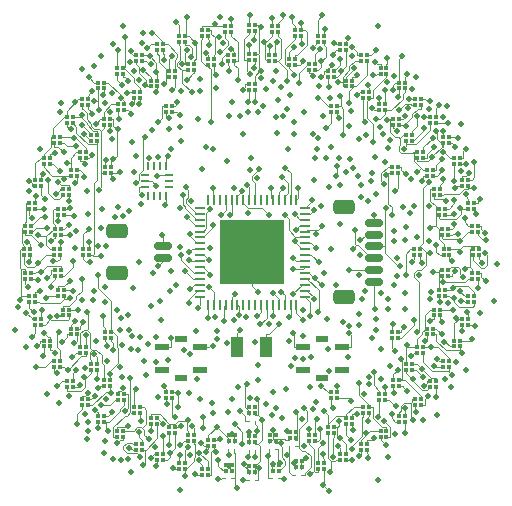
<source format=gbr>
%TF.GenerationSoftware,KiCad,Pcbnew,9.0.2*%
%TF.CreationDate,2025-11-21T20:47:09-08:00*%
%TF.ProjectId,LED Watch,4c454420-5761-4746-9368-2e6b69636164,rev?*%
%TF.SameCoordinates,Original*%
%TF.FileFunction,Copper,L1,Top*%
%TF.FilePolarity,Positive*%
%FSLAX46Y46*%
G04 Gerber Fmt 4.6, Leading zero omitted, Abs format (unit mm)*
G04 Created by KiCad (PCBNEW 9.0.2) date 2025-11-21 20:47:09*
%MOMM*%
%LPD*%
G01*
G04 APERTURE LIST*
G04 Aperture macros list*
%AMRoundRect*
0 Rectangle with rounded corners*
0 $1 Rounding radius*
0 $2 $3 $4 $5 $6 $7 $8 $9 X,Y pos of 4 corners*
0 Add a 4 corners polygon primitive as box body*
4,1,4,$2,$3,$4,$5,$6,$7,$8,$9,$2,$3,0*
0 Add four circle primitives for the rounded corners*
1,1,$1+$1,$2,$3*
1,1,$1+$1,$4,$5*
1,1,$1+$1,$6,$7*
1,1,$1+$1,$8,$9*
0 Add four rect primitives between the rounded corners*
20,1,$1+$1,$2,$3,$4,$5,0*
20,1,$1+$1,$4,$5,$6,$7,0*
20,1,$1+$1,$6,$7,$8,$9,0*
20,1,$1+$1,$8,$9,$2,$3,0*%
G04 Aperture macros list end*
%TA.AperFunction,SMDPad,CuDef*%
%ADD10R,0.300000X0.300000*%
%TD*%
%TA.AperFunction,SMDPad,CuDef*%
%ADD11R,1.000000X1.800000*%
%TD*%
%TA.AperFunction,SMDPad,CuDef*%
%ADD12RoundRect,0.150000X-0.625000X0.150000X-0.625000X-0.150000X0.625000X-0.150000X0.625000X0.150000X0*%
%TD*%
%TA.AperFunction,SMDPad,CuDef*%
%ADD13RoundRect,0.250000X-0.650000X0.350000X-0.650000X-0.350000X0.650000X-0.350000X0.650000X0.350000X0*%
%TD*%
%TA.AperFunction,SMDPad,CuDef*%
%ADD14R,1.250000X0.600000*%
%TD*%
%TA.AperFunction,SMDPad,CuDef*%
%ADD15R,1.000000X0.500000*%
%TD*%
%TA.AperFunction,SMDPad,CuDef*%
%ADD16RoundRect,0.150000X0.625000X-0.150000X0.625000X0.150000X-0.625000X0.150000X-0.625000X-0.150000X0*%
%TD*%
%TA.AperFunction,SMDPad,CuDef*%
%ADD17RoundRect,0.250000X0.650000X-0.350000X0.650000X0.350000X-0.650000X0.350000X-0.650000X-0.350000X0*%
%TD*%
%TA.AperFunction,SMDPad,CuDef*%
%ADD18R,0.250000X0.675000*%
%TD*%
%TA.AperFunction,SMDPad,CuDef*%
%ADD19R,0.675000X0.250000*%
%TD*%
%TA.AperFunction,SMDPad,CuDef*%
%ADD20RoundRect,0.062500X-0.350000X-0.062500X0.350000X-0.062500X0.350000X0.062500X-0.350000X0.062500X0*%
%TD*%
%TA.AperFunction,SMDPad,CuDef*%
%ADD21RoundRect,0.062500X-0.062500X-0.350000X0.062500X-0.350000X0.062500X0.350000X-0.062500X0.350000X0*%
%TD*%
%TA.AperFunction,HeatsinkPad*%
%ADD22R,5.400000X5.400000*%
%TD*%
%TA.AperFunction,ViaPad*%
%ADD23C,0.500000*%
%TD*%
%TA.AperFunction,Conductor*%
%ADD24C,0.100000*%
%TD*%
G04 APERTURE END LIST*
D10*
%TO.P,U70,1,1*%
%TO.N,/Minute10*%
X93038800Y-84676500D03*
%TO.P,U70,2,2*%
%TO.N,/B3*%
X93038800Y-85176500D03*
%TO.P,U70,3,3*%
%TO.N,/G3*%
X93538800Y-85176500D03*
%TO.P,U70,4,4*%
%TO.N,/R3*%
X93538800Y-84676500D03*
%TD*%
%TO.P,U97,1,1*%
%TO.N,/Second4*%
X112463500Y-113869800D03*
%TO.P,U97,2,2*%
%TO.N,/B6*%
X112463500Y-114369800D03*
%TO.P,U97,3,3*%
%TO.N,/G6*%
X112963500Y-114369800D03*
%TO.P,U97,4,4*%
%TO.N,/R6*%
X112963500Y-113869800D03*
%TD*%
%TO.P,U53,1,1*%
%TO.N,/Minute7*%
X86401200Y-109448500D03*
%TO.P,U53,2,2*%
%TO.N,/B4*%
X86401200Y-109948500D03*
%TO.P,U53,3,3*%
%TO.N,/G4*%
X86901200Y-109948500D03*
%TO.P,U53,4,4*%
%TO.N,/R4*%
X86901200Y-109448500D03*
%TD*%
%TO.P,U27,1,1*%
%TO.N,/Minute3*%
X115889400Y-96319500D03*
%TO.P,U27,2,2*%
%TO.N,/B2*%
X115889400Y-96819500D03*
%TO.P,U27,3,3*%
%TO.N,/G2*%
X116389400Y-96819500D03*
%TO.P,U27,4,4*%
%TO.N,/R2*%
X116389400Y-96319500D03*
%TD*%
%TO.P,U68,1,1*%
%TO.N,/Minute10*%
X90051500Y-86401200D03*
%TO.P,U68,2,2*%
%TO.N,/B1*%
X90051500Y-86901200D03*
%TO.P,U68,3,3*%
%TO.N,/G1*%
X90551500Y-86901200D03*
%TO.P,U68,4,4*%
%TO.N,/R1*%
X90551500Y-86401200D03*
%TD*%
%TO.P,U131,1,1*%
%TO.N,/Second10*%
X93878700Y-81679900D03*
%TO.P,U131,2,2*%
%TO.N,/B4*%
X93878700Y-82179900D03*
%TO.P,U131,3,3*%
%TO.N,/G4*%
X94378700Y-82179900D03*
%TO.P,U131,4,4*%
%TO.N,/R4*%
X94378700Y-81679900D03*
%TD*%
%TO.P,U118,1,1*%
%TO.N,/Second8*%
X80854100Y-101736000D03*
%TO.P,U118,2,2*%
%TO.N,/B3*%
X80854100Y-102236000D03*
%TO.P,U118,3,3*%
%TO.N,/G3*%
X81354100Y-102236000D03*
%TO.P,U118,4,4*%
%TO.N,/R3*%
X81354100Y-101736000D03*
%TD*%
%TO.P,U49,1,1*%
%TO.N,/Minute6*%
X91500000Y-114039400D03*
%TO.P,U49,2,2*%
%TO.N,/B6*%
X91500000Y-114539400D03*
%TO.P,U49,3,3*%
%TO.N,/G6*%
X92000000Y-114539400D03*
%TO.P,U49,4,4*%
%TO.N,/R6*%
X92000000Y-114039400D03*
%TD*%
%TO.P,U48,1,1*%
%TO.N,/Minute6*%
X93038800Y-114823500D03*
%TO.P,U48,2,2*%
%TO.N,/B5*%
X93038800Y-115323500D03*
%TO.P,U48,3,3*%
%TO.N,/G5*%
X93538800Y-115323500D03*
%TO.P,U48,4,4*%
%TO.N,/R5*%
X93538800Y-114823500D03*
%TD*%
D11*
%TO.P,Y1,1,1*%
%TO.N,Net-(U135-PD6)*%
X98750000Y-108000000D03*
%TO.P,Y1,2,2*%
%TO.N,Net-(U135-PD7)*%
X101250000Y-108000000D03*
%TD*%
D10*
%TO.P,U92,1,1*%
%TO.N,/Second4*%
X117820100Y-105621300D03*
%TO.P,U92,2,2*%
%TO.N,/B1*%
X117820100Y-106121300D03*
%TO.P,U92,3,3*%
%TO.N,/G1*%
X118320100Y-106121300D03*
%TO.P,U92,4,4*%
%TO.N,/R1*%
X118320100Y-105621300D03*
%TD*%
%TO.P,U64,1,1*%
%TO.N,/Minute9*%
X85460600Y-91500000D03*
%TO.P,U64,2,2*%
%TO.N,/B3*%
X85460600Y-92000000D03*
%TO.P,U64,3,3*%
%TO.N,/G3*%
X85960600Y-92000000D03*
%TO.P,U64,4,4*%
%TO.N,/R3*%
X85960600Y-91500000D03*
%TD*%
%TO.P,U25,1,1*%
%TO.N,/Minute2*%
X114823500Y-93038800D03*
%TO.P,U25,2,2*%
%TO.N,/B6*%
X114823500Y-93538800D03*
%TO.P,U25,3,3*%
%TO.N,/G6*%
X115323500Y-93538800D03*
%TO.P,U25,4,4*%
%TO.N,/R6*%
X115323500Y-93038800D03*
%TD*%
%TO.P,U19,1,1*%
%TO.N,/Minute1*%
X108000000Y-85460600D03*
%TO.P,U19,2,2*%
%TO.N,/B6*%
X108000000Y-85960600D03*
%TO.P,U19,3,3*%
%TO.N,/G6*%
X108500000Y-85960600D03*
%TO.P,U19,4,4*%
%TO.N,/R6*%
X108500000Y-85460600D03*
%TD*%
%TO.P,U101,1,1*%
%TO.N,/Second5*%
X105621300Y-117820100D03*
%TO.P,U101,2,2*%
%TO.N,/B4*%
X105621300Y-118320100D03*
%TO.P,U101,3,3*%
%TO.N,/G4*%
X106121300Y-118320100D03*
%TO.P,U101,4,4*%
%TO.N,/R4*%
X106121300Y-117820100D03*
%TD*%
%TO.P,U22,1,1*%
%TO.N,/Minute2*%
X112011900Y-88709300D03*
%TO.P,U22,2,2*%
%TO.N,/B3*%
X112011900Y-89209300D03*
%TO.P,U22,3,3*%
%TO.N,/G3*%
X112511900Y-89209300D03*
%TO.P,U22,4,4*%
%TO.N,/R3*%
X112511900Y-88709300D03*
%TD*%
D12*
%TO.P,J2,1,Pin_1*%
%TO.N,Net-(J1-VCC)*%
X92500000Y-99500000D03*
%TO.P,J2,2,Pin_2*%
%TO.N,Net-(J1-GND)*%
X92500000Y-100500000D03*
D13*
%TO.P,J2,MP*%
%TO.N,N/C*%
X88625000Y-98200000D03*
X88625000Y-101800000D03*
%TD*%
D10*
%TO.P,U2,1,1*%
%TO.N,/Hour1*%
X99750000Y-85750000D03*
%TO.P,U2,2,2*%
%TO.N,/B1*%
X99750000Y-86250000D03*
%TO.P,U2,3,3*%
%TO.N,/G1*%
X100250000Y-86250000D03*
%TO.P,U2,4,4*%
%TO.N,/R1*%
X100250000Y-85750000D03*
%TD*%
%TO.P,U104,1,1*%
%TO.N,/Second6*%
X99800000Y-118100000D03*
%TO.P,U104,2,2*%
%TO.N,/B1*%
X99800000Y-118600000D03*
%TO.P,U104,3,3*%
%TO.N,/G1*%
X100300000Y-118600000D03*
%TO.P,U104,4,4*%
%TO.N,/R1*%
X100300000Y-118100000D03*
%TD*%
%TO.P,U96,1,1*%
%TO.N,/Second4*%
X113869800Y-112463500D03*
%TO.P,U96,2,2*%
%TO.N,/B5*%
X113869800Y-112963500D03*
%TO.P,U96,3,3*%
%TO.N,/G5*%
X114369800Y-112963500D03*
%TO.P,U96,4,4*%
%TO.N,/R5*%
X114369800Y-112463500D03*
%TD*%
%TO.P,U42,1,1*%
%TO.N,/Minute5*%
X103230500Y-115239400D03*
%TO.P,U42,2,2*%
%TO.N,/B5*%
X103230500Y-115739400D03*
%TO.P,U42,3,3*%
%TO.N,/G5*%
X103730500Y-115739400D03*
%TO.P,U42,4,4*%
%TO.N,/R5*%
X103730500Y-115239400D03*
%TD*%
%TO.P,U59,1,1*%
%TO.N,/Minute8*%
X83250000Y-99750000D03*
%TO.P,U59,2,2*%
%TO.N,/B4*%
X83250000Y-100250000D03*
%TO.P,U59,3,3*%
%TO.N,/G4*%
X83750000Y-100250000D03*
%TO.P,U59,4,4*%
%TO.N,/R4*%
X83750000Y-99750000D03*
%TD*%
%TO.P,U46,1,1*%
%TO.N,/Minute6*%
X96319500Y-115889400D03*
%TO.P,U46,2,2*%
%TO.N,/B3*%
X96319500Y-116389400D03*
%TO.P,U46,3,3*%
%TO.N,/G3*%
X96819500Y-116389400D03*
%TO.P,U46,4,4*%
%TO.N,/R3*%
X96819500Y-115889400D03*
%TD*%
%TO.P,U81,1,1*%
%TO.N,/Second2*%
X112463500Y-85630200D03*
%TO.P,U81,2,2*%
%TO.N,/B2*%
X112463500Y-86130200D03*
%TO.P,U81,3,3*%
%TO.N,/G2*%
X112963500Y-86130200D03*
%TO.P,U81,4,4*%
%TO.N,/R2*%
X112963500Y-85630200D03*
%TD*%
%TO.P,U87,1,1*%
%TO.N,/Second3*%
X118334800Y-95799700D03*
%TO.P,U87,2,2*%
%TO.N,/B2*%
X118334800Y-96299700D03*
%TO.P,U87,3,3*%
%TO.N,/G2*%
X118834800Y-96299700D03*
%TO.P,U87,4,4*%
%TO.N,/R2*%
X118834800Y-95799700D03*
%TD*%
%TO.P,U55,1,1*%
%TO.N,/Minute7*%
X84676500Y-106461200D03*
%TO.P,U55,2,2*%
%TO.N,/B6*%
X84676500Y-106961200D03*
%TO.P,U55,3,3*%
%TO.N,/G6*%
X85176500Y-106961200D03*
%TO.P,U55,4,4*%
%TO.N,/R6*%
X85176500Y-106461200D03*
%TD*%
%TO.P,U72,1,1*%
%TO.N,/Minute10*%
X96319500Y-83610600D03*
%TO.P,U72,2,2*%
%TO.N,/B5*%
X96319500Y-84110600D03*
%TO.P,U72,3,3*%
%TO.N,/G5*%
X96819500Y-84110600D03*
%TO.P,U72,4,4*%
%TO.N,/R5*%
X96819500Y-83610600D03*
%TD*%
%TO.P,U58,1,1*%
%TO.N,/Minute8*%
X83340400Y-101474700D03*
%TO.P,U58,2,2*%
%TO.N,/B3*%
X83340400Y-101974700D03*
%TO.P,U58,3,3*%
%TO.N,/G3*%
X83840400Y-101974700D03*
%TO.P,U58,4,4*%
%TO.N,/R3*%
X83840400Y-101474700D03*
%TD*%
%TO.P,U3,1,1*%
%TO.N,/Hour1*%
X106750000Y-87625600D03*
%TO.P,U3,2,2*%
%TO.N,/B2*%
X106750000Y-88125600D03*
%TO.P,U3,3,3*%
%TO.N,/G2*%
X107250000Y-88125600D03*
%TO.P,U3,4,4*%
%TO.N,/R2*%
X107250000Y-87625600D03*
%TD*%
%TO.P,U41,1,1*%
%TO.N,/Minute5*%
X104848800Y-115442400D03*
%TO.P,U41,2,2*%
%TO.N,/B4*%
X104848800Y-115942400D03*
%TO.P,U41,3,3*%
%TO.N,/G4*%
X105348800Y-115942400D03*
%TO.P,U41,4,4*%
%TO.N,/R4*%
X105348800Y-115442400D03*
%TD*%
%TO.P,U120,1,1*%
%TO.N,/Second8*%
X80854100Y-97764000D03*
%TO.P,U120,2,2*%
%TO.N,/B5*%
X80854100Y-98264000D03*
%TO.P,U120,3,3*%
%TO.N,/G5*%
X81354100Y-98264000D03*
%TO.P,U120,4,4*%
%TO.N,/R5*%
X81354100Y-97764000D03*
%TD*%
%TO.P,U108,1,1*%
%TO.N,/Second6*%
X92022000Y-117107400D03*
%TO.P,U108,2,2*%
%TO.N,/B5*%
X92022000Y-117607400D03*
%TO.P,U108,3,3*%
%TO.N,/G5*%
X92522000Y-117607400D03*
%TO.P,U108,4,4*%
%TO.N,/R5*%
X92522000Y-117107400D03*
%TD*%
%TO.P,U90,1,1*%
%TO.N,/Second3*%
X118645900Y-101736000D03*
%TO.P,U90,2,2*%
%TO.N,/B5*%
X118645900Y-102236000D03*
%TO.P,U90,3,3*%
%TO.N,/G5*%
X119145900Y-102236000D03*
%TO.P,U90,4,4*%
%TO.N,/R5*%
X119145900Y-101736000D03*
%TD*%
%TO.P,U77,1,1*%
%TO.N,/Second1*%
X105621300Y-81679900D03*
%TO.P,U77,2,2*%
%TO.N,/B4*%
X105621300Y-82179900D03*
%TO.P,U77,3,3*%
%TO.N,/G4*%
X106121300Y-82179900D03*
%TO.P,U77,4,4*%
%TO.N,/R4*%
X106121300Y-81679900D03*
%TD*%
%TO.P,U73,1,1*%
%TO.N,/Minute10*%
X98025300Y-83340400D03*
%TO.P,U73,2,2*%
%TO.N,/B6*%
X98025300Y-83840400D03*
%TO.P,U73,3,3*%
%TO.N,/G6*%
X98525300Y-83840400D03*
%TO.P,U73,4,4*%
%TO.N,/R6*%
X98525300Y-83340400D03*
%TD*%
%TO.P,U130,1,1*%
%TO.N,/Second10*%
X92022000Y-82392600D03*
%TO.P,U130,2,2*%
%TO.N,/B3*%
X92022000Y-82892600D03*
%TO.P,U130,3,3*%
%TO.N,/G3*%
X92522000Y-82892600D03*
%TO.P,U130,4,4*%
%TO.N,/R3*%
X92522000Y-82392600D03*
%TD*%
%TO.P,U83,1,1*%
%TO.N,/Second2*%
X115121300Y-88582100D03*
%TO.P,U83,2,2*%
%TO.N,/B4*%
X115121300Y-89082100D03*
%TO.P,U83,3,3*%
%TO.N,/G4*%
X115621300Y-89082100D03*
%TO.P,U83,4,4*%
%TO.N,/R4*%
X115621300Y-88582100D03*
%TD*%
%TO.P,U89,1,1*%
%TO.N,/Second3*%
X118750000Y-99750000D03*
%TO.P,U89,2,2*%
%TO.N,/B4*%
X118750000Y-100250000D03*
%TO.P,U89,3,3*%
%TO.N,/G4*%
X119250000Y-100250000D03*
%TO.P,U89,4,4*%
%TO.N,/R4*%
X119250000Y-99750000D03*
%TD*%
%TO.P,U37,1,1*%
%TO.N,/Minute4*%
X110790700Y-112011900D03*
%TO.P,U37,2,2*%
%TO.N,/B6*%
X110790700Y-112511900D03*
%TO.P,U37,3,3*%
%TO.N,/G6*%
X111290700Y-112511900D03*
%TO.P,U37,4,4*%
%TO.N,/R6*%
X111290700Y-112011900D03*
%TD*%
%TO.P,U35,1,1*%
%TO.N,/Minute4*%
X113098800Y-109448500D03*
%TO.P,U35,2,2*%
%TO.N,/B4*%
X113098800Y-109948500D03*
%TO.P,U35,3,3*%
%TO.N,/G4*%
X113598800Y-109948500D03*
%TO.P,U35,4,4*%
%TO.N,/R4*%
X113598800Y-109448500D03*
%TD*%
%TO.P,U117,1,1*%
%TO.N,/Second8*%
X81165200Y-103700300D03*
%TO.P,U117,2,2*%
%TO.N,/B2*%
X81165200Y-104200300D03*
%TO.P,U117,3,3*%
%TO.N,/G2*%
X81665200Y-104200300D03*
%TO.P,U117,4,4*%
%TO.N,/R2*%
X81665200Y-103700300D03*
%TD*%
%TO.P,U9,1,1*%
%TO.N,/Hour2*%
X92750000Y-111874400D03*
%TO.P,U9,2,2*%
%TO.N,/B2*%
X92750000Y-112374400D03*
%TO.P,U9,3,3*%
%TO.N,/G2*%
X93250000Y-112374400D03*
%TO.P,U9,4,4*%
%TO.N,/R2*%
X93250000Y-111874400D03*
%TD*%
%TO.P,U127,1,1*%
%TO.N,/Second9*%
X87036500Y-85630200D03*
%TO.P,U127,2,2*%
%TO.N,/B6*%
X87036500Y-86130200D03*
%TO.P,U127,3,3*%
%TO.N,/G6*%
X87536500Y-86130200D03*
%TO.P,U127,4,4*%
%TO.N,/R6*%
X87536500Y-85630200D03*
%TD*%
%TO.P,U15,1,1*%
%TO.N,/Minute1*%
X101474700Y-83340400D03*
%TO.P,U15,2,2*%
%TO.N,/B2*%
X101474700Y-83840400D03*
%TO.P,U15,3,3*%
%TO.N,/G2*%
X101974700Y-83840400D03*
%TO.P,U15,4,4*%
%TO.N,/R2*%
X101974700Y-83340400D03*
%TD*%
%TO.P,U18,1,1*%
%TO.N,/Minute1*%
X106461200Y-84676500D03*
%TO.P,U18,2,2*%
%TO.N,/B5*%
X106461200Y-85176500D03*
%TO.P,U18,3,3*%
%TO.N,/G5*%
X106961200Y-85176500D03*
%TO.P,U18,4,4*%
%TO.N,/R5*%
X106961200Y-84676500D03*
%TD*%
%TO.P,U24,1,1*%
%TO.N,/Minute2*%
X114039400Y-91500000D03*
%TO.P,U24,2,2*%
%TO.N,/B5*%
X114039400Y-92000000D03*
%TO.P,U24,3,3*%
%TO.N,/G5*%
X114539400Y-92000000D03*
%TO.P,U24,4,4*%
%TO.N,/R5*%
X114539400Y-91500000D03*
%TD*%
%TO.P,U21,1,1*%
%TO.N,/Minute2*%
X110790700Y-87488100D03*
%TO.P,U21,2,2*%
%TO.N,/B2*%
X110790700Y-87988100D03*
%TO.P,U21,3,3*%
%TO.N,/G2*%
X111290700Y-87988100D03*
%TO.P,U21,4,4*%
%TO.N,/R2*%
X111290700Y-87488100D03*
%TD*%
D14*
%TO.P,SW2,1,1*%
%TO.N,Net-(U135-PF2)*%
X104375000Y-108000000D03*
%TO.P,SW2,2,2*%
%TO.N,Net-(U135-PF3)*%
X107625000Y-108000000D03*
%TO.P,SW2,3,3*%
%TO.N,unconnected-(SW2-Pad3)*%
X104375000Y-110000000D03*
%TO.P,SW2,4,4*%
%TO.N,unconnected-(SW2-Pad4)*%
X107625000Y-110000000D03*
D15*
%TO.P,SW2,SH1*%
%TO.N,N/C*%
X106000000Y-107350000D03*
%TO.P,SW2,SH2*%
X106000000Y-110650000D03*
%TD*%
D10*
%TO.P,U133,1,1*%
%TO.N,/Second10*%
X97764000Y-80854100D03*
%TO.P,U133,2,2*%
%TO.N,/B6*%
X97764000Y-81354100D03*
%TO.P,U133,3,3*%
%TO.N,/G6*%
X98264000Y-81354100D03*
%TO.P,U133,4,4*%
%TO.N,/R6*%
X98264000Y-80854100D03*
%TD*%
%TO.P,U44,1,1*%
%TO.N,/Minute6*%
X99800000Y-115600000D03*
%TO.P,U44,2,2*%
%TO.N,/B1*%
X99800000Y-116100000D03*
%TO.P,U44,3,3*%
%TO.N,/G1*%
X100300000Y-116100000D03*
%TO.P,U44,4,4*%
%TO.N,/R1*%
X100300000Y-115600000D03*
%TD*%
%TO.P,U125,1,1*%
%TO.N,/Second9*%
X84378700Y-88582100D03*
%TO.P,U125,2,2*%
%TO.N,/B4*%
X84378700Y-89082100D03*
%TO.P,U125,3,3*%
%TO.N,/G4*%
X84878700Y-89082100D03*
%TO.P,U125,4,4*%
%TO.N,/R4*%
X84878700Y-88582100D03*
%TD*%
%TO.P,U39,1,1*%
%TO.N,/Minute5*%
X108000000Y-114039400D03*
%TO.P,U39,2,2*%
%TO.N,/B2*%
X108000000Y-114539400D03*
%TO.P,U39,3,3*%
%TO.N,/G2*%
X108500000Y-114539400D03*
%TO.P,U39,4,4*%
%TO.N,/R2*%
X108500000Y-114039400D03*
%TD*%
%TO.P,U4,1,1*%
%TO.N,/Hour1*%
X111874400Y-92750000D03*
%TO.P,U4,2,2*%
%TO.N,/B3*%
X111874400Y-93250000D03*
%TO.P,U4,3,3*%
%TO.N,/G3*%
X112374400Y-93250000D03*
%TO.P,U4,4,4*%
%TO.N,/R3*%
X112374400Y-92750000D03*
%TD*%
%TO.P,U34,1,1*%
%TO.N,/Minute4*%
X114039400Y-108000000D03*
%TO.P,U34,2,2*%
%TO.N,/B3*%
X114039400Y-108500000D03*
%TO.P,U34,3,3*%
%TO.N,/G3*%
X114539400Y-108500000D03*
%TO.P,U34,4,4*%
%TO.N,/R3*%
X114539400Y-108000000D03*
%TD*%
%TO.P,U80,1,1*%
%TO.N,/Second2*%
X110917900Y-84378700D03*
%TO.P,U80,2,2*%
%TO.N,/B1*%
X110917900Y-84878700D03*
%TO.P,U80,3,3*%
%TO.N,/G1*%
X111417900Y-84878700D03*
%TO.P,U80,4,4*%
%TO.N,/R1*%
X111417900Y-84378700D03*
%TD*%
%TO.P,U114,1,1*%
%TO.N,/Second7*%
X83295500Y-109250000D03*
%TO.P,U114,2,2*%
%TO.N,/B5*%
X83295500Y-109750000D03*
%TO.P,U114,3,3*%
%TO.N,/G5*%
X83795500Y-109750000D03*
%TO.P,U114,4,4*%
%TO.N,/R5*%
X83795500Y-109250000D03*
%TD*%
%TO.P,U61,1,1*%
%TO.N,/Minute8*%
X83610600Y-96319500D03*
%TO.P,U61,2,2*%
%TO.N,/B6*%
X83610600Y-96819500D03*
%TO.P,U61,3,3*%
%TO.N,/G6*%
X84110600Y-96819500D03*
%TO.P,U61,4,4*%
%TO.N,/R6*%
X84110600Y-96319500D03*
%TD*%
%TO.P,U109,1,1*%
%TO.N,/Second6*%
X90250000Y-116204500D03*
%TO.P,U109,2,2*%
%TO.N,/B6*%
X90250000Y-116704500D03*
%TO.P,U109,3,3*%
%TO.N,/G6*%
X90750000Y-116704500D03*
%TO.P,U109,4,4*%
%TO.N,/R6*%
X90750000Y-116204500D03*
%TD*%
%TO.P,U107,1,1*%
%TO.N,/Second6*%
X93878700Y-117820100D03*
%TO.P,U107,2,2*%
%TO.N,/B4*%
X93878700Y-118320100D03*
%TO.P,U107,3,3*%
%TO.N,/G4*%
X94378700Y-118320100D03*
%TO.P,U107,4,4*%
%TO.N,/R4*%
X94378700Y-117820100D03*
%TD*%
%TO.P,U121,1,1*%
%TO.N,/Second8*%
X81165200Y-95799700D03*
%TO.P,U121,2,2*%
%TO.N,/B6*%
X81165200Y-96299700D03*
%TO.P,U121,3,3*%
%TO.N,/G6*%
X81665200Y-96299700D03*
%TO.P,U121,4,4*%
%TO.N,/R6*%
X81665200Y-95799700D03*
%TD*%
%TO.P,U43,1,1*%
%TO.N,/Minute5*%
X101524700Y-115509600D03*
%TO.P,U43,2,2*%
%TO.N,/B6*%
X101524700Y-116009600D03*
%TO.P,U43,3,3*%
%TO.N,/G6*%
X102024700Y-116009600D03*
%TO.P,U43,4,4*%
%TO.N,/R6*%
X102024700Y-115509600D03*
%TD*%
%TO.P,U65,1,1*%
%TO.N,/Minute9*%
X86401200Y-90051500D03*
%TO.P,U65,2,2*%
%TO.N,/B4*%
X86401200Y-90551500D03*
%TO.P,U65,3,3*%
%TO.N,/G4*%
X86901200Y-90551500D03*
%TO.P,U65,4,4*%
%TO.N,/R4*%
X86901200Y-90051500D03*
%TD*%
%TO.P,U7,1,1*%
%TO.N,/Hour1*%
X106750000Y-111874400D03*
%TO.P,U7,2,2*%
%TO.N,/B6*%
X106750000Y-112374400D03*
%TO.P,U7,3,3*%
%TO.N,/G6*%
X107250000Y-112374400D03*
%TO.P,U7,4,4*%
%TO.N,/R6*%
X107250000Y-111874400D03*
%TD*%
%TO.P,U69,1,1*%
%TO.N,/Minute10*%
X91500000Y-85460600D03*
%TO.P,U69,2,2*%
%TO.N,/B2*%
X91500000Y-85960600D03*
%TO.P,U69,3,3*%
%TO.N,/G2*%
X92000000Y-85960600D03*
%TO.P,U69,4,4*%
%TO.N,/R2*%
X92000000Y-85460600D03*
%TD*%
%TO.P,U105,1,1*%
%TO.N,/Second6*%
X97814000Y-117995900D03*
%TO.P,U105,2,2*%
%TO.N,/B2*%
X97814000Y-118495900D03*
%TO.P,U105,3,3*%
%TO.N,/G2*%
X98314000Y-118495900D03*
%TO.P,U105,4,4*%
%TO.N,/R2*%
X98314000Y-117995900D03*
%TD*%
%TO.P,U129,1,1*%
%TO.N,/Second10*%
X90250000Y-83295500D03*
%TO.P,U129,2,2*%
%TO.N,/B2*%
X90250000Y-83795500D03*
%TO.P,U129,3,3*%
%TO.N,/G2*%
X90750000Y-83795500D03*
%TO.P,U129,4,4*%
%TO.N,/R2*%
X90750000Y-83295500D03*
%TD*%
%TO.P,U95,1,1*%
%TO.N,/Second4*%
X115121300Y-110917900D03*
%TO.P,U95,2,2*%
%TO.N,/B4*%
X115121300Y-111417900D03*
%TO.P,U95,3,3*%
%TO.N,/G4*%
X115621300Y-111417900D03*
%TO.P,U95,4,4*%
%TO.N,/R4*%
X115621300Y-110917900D03*
%TD*%
%TO.P,U32,1,1*%
%TO.N,/Minute4*%
X115442400Y-104848800D03*
%TO.P,U32,2,2*%
%TO.N,/B1*%
X115442400Y-105348800D03*
%TO.P,U32,3,3*%
%TO.N,/G1*%
X115942400Y-105348800D03*
%TO.P,U32,4,4*%
%TO.N,/R1*%
X115942400Y-104848800D03*
%TD*%
%TO.P,U54,1,1*%
%TO.N,/Minute7*%
X85460600Y-108000000D03*
%TO.P,U54,2,2*%
%TO.N,/B5*%
X85460600Y-108500000D03*
%TO.P,U54,3,3*%
%TO.N,/G5*%
X85960600Y-108500000D03*
%TO.P,U54,4,4*%
%TO.N,/R5*%
X85960600Y-108000000D03*
%TD*%
%TO.P,U128,1,1*%
%TO.N,/Second10*%
X88582100Y-84378700D03*
%TO.P,U128,2,2*%
%TO.N,/B1*%
X88582100Y-84878700D03*
%TO.P,U128,3,3*%
%TO.N,/G1*%
X89082100Y-84878700D03*
%TO.P,U128,4,4*%
%TO.N,/R1*%
X89082100Y-84378700D03*
%TD*%
%TO.P,U30,1,1*%
%TO.N,/Minute3*%
X116159600Y-101474700D03*
%TO.P,U30,2,2*%
%TO.N,/B5*%
X116159600Y-101974700D03*
%TO.P,U30,3,3*%
%TO.N,/G5*%
X116659600Y-101974700D03*
%TO.P,U30,4,4*%
%TO.N,/R5*%
X116659600Y-101474700D03*
%TD*%
%TO.P,U126,1,1*%
%TO.N,/Second9*%
X85630200Y-87036500D03*
%TO.P,U126,2,2*%
%TO.N,/B5*%
X85630200Y-87536500D03*
%TO.P,U126,3,3*%
%TO.N,/G5*%
X86130200Y-87536500D03*
%TO.P,U126,4,4*%
%TO.N,/R5*%
X86130200Y-87036500D03*
%TD*%
%TO.P,U31,1,1*%
%TO.N,/Minute3*%
X115889400Y-103180500D03*
%TO.P,U31,2,2*%
%TO.N,/B6*%
X115889400Y-103680500D03*
%TO.P,U31,3,3*%
%TO.N,/G6*%
X116389400Y-103680500D03*
%TO.P,U31,4,4*%
%TO.N,/R6*%
X116389400Y-103180500D03*
%TD*%
%TO.P,U50,1,1*%
%TO.N,/Minute7*%
X90051500Y-113098800D03*
%TO.P,U50,2,2*%
%TO.N,/B1*%
X90051500Y-113598800D03*
%TO.P,U50,3,3*%
%TO.N,/G1*%
X90551500Y-113598800D03*
%TO.P,U50,4,4*%
%TO.N,/R1*%
X90551500Y-113098800D03*
%TD*%
%TO.P,U62,1,1*%
%TO.N,/Minute9*%
X84057600Y-94651200D03*
%TO.P,U62,2,2*%
%TO.N,/B1*%
X84057600Y-95151200D03*
%TO.P,U62,3,3*%
%TO.N,/G1*%
X84557600Y-95151200D03*
%TO.P,U62,4,4*%
%TO.N,/R1*%
X84557600Y-94651200D03*
%TD*%
%TO.P,U106,1,1*%
%TO.N,/Second6*%
X95799700Y-118334800D03*
%TO.P,U106,2,2*%
%TO.N,/B3*%
X95799700Y-118834800D03*
%TO.P,U106,3,3*%
%TO.N,/G3*%
X96299700Y-118834800D03*
%TO.P,U106,4,4*%
%TO.N,/R3*%
X96299700Y-118334800D03*
%TD*%
%TO.P,U20,1,1*%
%TO.N,/Minute2*%
X109448500Y-86401200D03*
%TO.P,U20,2,2*%
%TO.N,/B1*%
X109448500Y-86901200D03*
%TO.P,U20,3,3*%
%TO.N,/G1*%
X109948500Y-86901200D03*
%TO.P,U20,4,4*%
%TO.N,/R1*%
X109948500Y-86401200D03*
%TD*%
%TO.P,U124,1,1*%
%TO.N,/Second9*%
X83295500Y-90250000D03*
%TO.P,U124,2,2*%
%TO.N,/B3*%
X83295500Y-90750000D03*
%TO.P,U124,3,3*%
%TO.N,/G3*%
X83795500Y-90750000D03*
%TO.P,U124,4,4*%
%TO.N,/R3*%
X83795500Y-90250000D03*
%TD*%
%TO.P,U93,1,1*%
%TO.N,/Second4*%
X117107400Y-107478000D03*
%TO.P,U93,2,2*%
%TO.N,/B2*%
X117107400Y-107978000D03*
%TO.P,U93,3,3*%
%TO.N,/G2*%
X117607400Y-107978000D03*
%TO.P,U93,4,4*%
%TO.N,/R2*%
X117607400Y-107478000D03*
%TD*%
%TO.P,U103,1,1*%
%TO.N,/Second5*%
X101786000Y-117995900D03*
%TO.P,U103,2,2*%
%TO.N,/B6*%
X101786000Y-118495900D03*
%TO.P,U103,3,3*%
%TO.N,/G6*%
X102286000Y-118495900D03*
%TO.P,U103,4,4*%
%TO.N,/R6*%
X102286000Y-117995900D03*
%TD*%
%TO.P,U86,1,1*%
%TO.N,/Second3*%
X117820100Y-93878700D03*
%TO.P,U86,2,2*%
%TO.N,/B1*%
X117820100Y-94378700D03*
%TO.P,U86,3,3*%
%TO.N,/G1*%
X118320100Y-94378700D03*
%TO.P,U86,4,4*%
%TO.N,/R1*%
X118320100Y-93878700D03*
%TD*%
%TO.P,U112,1,1*%
%TO.N,/Second7*%
X85630200Y-112463500D03*
%TO.P,U112,2,2*%
%TO.N,/B3*%
X85630200Y-112963500D03*
%TO.P,U112,3,3*%
%TO.N,/G3*%
X86130200Y-112963500D03*
%TO.P,U112,4,4*%
%TO.N,/R3*%
X86130200Y-112463500D03*
%TD*%
D14*
%TO.P,SW1,1,1*%
%TO.N,Net-(U135-PF0)*%
X92375000Y-108000000D03*
%TO.P,SW1,2,2*%
%TO.N,Net-(U135-PF1)*%
X95625000Y-108000000D03*
%TO.P,SW1,3,3*%
%TO.N,unconnected-(SW1-Pad3)*%
X92375000Y-110000000D03*
%TO.P,SW1,4,4*%
%TO.N,unconnected-(SW1-Pad4)*%
X95625000Y-110000000D03*
D15*
%TO.P,SW1,SH1*%
%TO.N,N/C*%
X94000000Y-107350000D03*
%TO.P,SW1,SH2*%
X94000000Y-110650000D03*
%TD*%
D10*
%TO.P,U63,1,1*%
%TO.N,/Minute9*%
X84676500Y-93038800D03*
%TO.P,U63,2,2*%
%TO.N,/B2*%
X84676500Y-93538800D03*
%TO.P,U63,3,3*%
%TO.N,/G2*%
X85176500Y-93538800D03*
%TO.P,U63,4,4*%
%TO.N,/R2*%
X85176500Y-93038800D03*
%TD*%
%TO.P,U84,1,1*%
%TO.N,/Second2*%
X116204500Y-90250000D03*
%TO.P,U84,2,2*%
%TO.N,/B5*%
X116204500Y-90750000D03*
%TO.P,U84,3,3*%
%TO.N,/G5*%
X116704500Y-90750000D03*
%TO.P,U84,4,4*%
%TO.N,/R5*%
X116704500Y-90250000D03*
%TD*%
%TO.P,U85,1,1*%
%TO.N,/Second2*%
X117107400Y-92022000D03*
%TO.P,U85,2,2*%
%TO.N,/B6*%
X117107400Y-92522000D03*
%TO.P,U85,3,3*%
%TO.N,/G6*%
X117607400Y-92522000D03*
%TO.P,U85,4,4*%
%TO.N,/R6*%
X117607400Y-92022000D03*
%TD*%
%TO.P,U82,1,1*%
%TO.N,/Second2*%
X113869800Y-87036500D03*
%TO.P,U82,2,2*%
%TO.N,/B3*%
X113869800Y-87536500D03*
%TO.P,U82,3,3*%
%TO.N,/G3*%
X114369800Y-87536500D03*
%TO.P,U82,4,4*%
%TO.N,/R3*%
X114369800Y-87036500D03*
%TD*%
%TO.P,U66,1,1*%
%TO.N,/Minute9*%
X87488100Y-88709300D03*
%TO.P,U66,2,2*%
%TO.N,/B5*%
X87488100Y-89209300D03*
%TO.P,U66,3,3*%
%TO.N,/G5*%
X87988100Y-89209300D03*
%TO.P,U66,4,4*%
%TO.N,/R5*%
X87988100Y-88709300D03*
%TD*%
%TO.P,U60,1,1*%
%TO.N,/Minute8*%
X83340400Y-98025300D03*
%TO.P,U60,2,2*%
%TO.N,/B5*%
X83340400Y-98525300D03*
%TO.P,U60,3,3*%
%TO.N,/G5*%
X83840400Y-98525300D03*
%TO.P,U60,4,4*%
%TO.N,/R5*%
X83840400Y-98025300D03*
%TD*%
%TO.P,U14,1,1*%
%TO.N,/Minute1*%
X99750000Y-83250000D03*
%TO.P,U14,2,2*%
%TO.N,/B1*%
X99750000Y-83750000D03*
%TO.P,U14,3,3*%
%TO.N,/G1*%
X100250000Y-83750000D03*
%TO.P,U14,4,4*%
%TO.N,/R1*%
X100250000Y-83250000D03*
%TD*%
%TO.P,U38,1,1*%
%TO.N,/Minute5*%
X109448500Y-113098800D03*
%TO.P,U38,2,2*%
%TO.N,/B1*%
X109448500Y-113598800D03*
%TO.P,U38,3,3*%
%TO.N,/G1*%
X109948500Y-113598800D03*
%TO.P,U38,4,4*%
%TO.N,/R1*%
X109948500Y-113098800D03*
%TD*%
%TO.P,U76,1,1*%
%TO.N,/Second1*%
X103700300Y-81165200D03*
%TO.P,U76,2,2*%
%TO.N,/B3*%
X103700300Y-81665200D03*
%TO.P,U76,3,3*%
%TO.N,/G3*%
X104200300Y-81665200D03*
%TO.P,U76,4,4*%
%TO.N,/R3*%
X104200300Y-81165200D03*
%TD*%
%TO.P,U132,1,1*%
%TO.N,/Second10*%
X95799700Y-81165200D03*
%TO.P,U132,2,2*%
%TO.N,/B5*%
X95799700Y-81665200D03*
%TO.P,U132,3,3*%
%TO.N,/G5*%
X96299700Y-81665200D03*
%TO.P,U132,4,4*%
%TO.N,/R5*%
X96299700Y-81165200D03*
%TD*%
%TO.P,U119,1,1*%
%TO.N,/Second8*%
X80750000Y-99750000D03*
%TO.P,U119,2,2*%
%TO.N,/B4*%
X80750000Y-100250000D03*
%TO.P,U119,3,3*%
%TO.N,/G4*%
X81250000Y-100250000D03*
%TO.P,U119,4,4*%
%TO.N,/R4*%
X81250000Y-99750000D03*
%TD*%
%TO.P,U98,1,1*%
%TO.N,/Second5*%
X110917900Y-115121300D03*
%TO.P,U98,2,2*%
%TO.N,/B1*%
X110917900Y-115621300D03*
%TO.P,U98,3,3*%
%TO.N,/G1*%
X111417900Y-115621300D03*
%TO.P,U98,4,4*%
%TO.N,/R1*%
X111417900Y-115121300D03*
%TD*%
%TO.P,U23,1,1*%
%TO.N,/Minute2*%
X113098800Y-90051500D03*
%TO.P,U23,2,2*%
%TO.N,/B4*%
X113098800Y-90551500D03*
%TO.P,U23,3,3*%
%TO.N,/G4*%
X113598800Y-90551500D03*
%TO.P,U23,4,4*%
%TO.N,/R4*%
X113598800Y-90051500D03*
%TD*%
%TO.P,U75,1,1*%
%TO.N,/Second1*%
X101736000Y-80854100D03*
%TO.P,U75,2,2*%
%TO.N,/B2*%
X101736000Y-81354100D03*
%TO.P,U75,3,3*%
%TO.N,/G2*%
X102236000Y-81354100D03*
%TO.P,U75,4,4*%
%TO.N,/R2*%
X102236000Y-80854100D03*
%TD*%
%TO.P,U10,1,1*%
%TO.N,/Hour2*%
X87625600Y-106750000D03*
%TO.P,U10,2,2*%
%TO.N,/B3*%
X87625600Y-107250000D03*
%TO.P,U10,3,3*%
%TO.N,/G3*%
X88125600Y-107250000D03*
%TO.P,U10,4,4*%
%TO.N,/R3*%
X88125600Y-106750000D03*
%TD*%
%TO.P,U11,1,1*%
%TO.N,/Hour2*%
X85750000Y-99750000D03*
%TO.P,U11,2,2*%
%TO.N,/B4*%
X85750000Y-100250000D03*
%TO.P,U11,3,3*%
%TO.N,/G4*%
X86250000Y-100250000D03*
%TO.P,U11,4,4*%
%TO.N,/R4*%
X86250000Y-99750000D03*
%TD*%
%TO.P,U94,1,1*%
%TO.N,/Second4*%
X116204500Y-109250000D03*
%TO.P,U94,2,2*%
%TO.N,/B3*%
X116204500Y-109750000D03*
%TO.P,U94,3,3*%
%TO.N,/G3*%
X116704500Y-109750000D03*
%TO.P,U94,4,4*%
%TO.N,/R3*%
X116704500Y-109250000D03*
%TD*%
%TO.P,U115,1,1*%
%TO.N,/Second7*%
X82392600Y-107478000D03*
%TO.P,U115,2,2*%
%TO.N,/B6*%
X82392600Y-107978000D03*
%TO.P,U115,3,3*%
%TO.N,/G6*%
X82892600Y-107978000D03*
%TO.P,U115,4,4*%
%TO.N,/R6*%
X82892600Y-107478000D03*
%TD*%
%TO.P,U111,1,1*%
%TO.N,/Second7*%
X87036500Y-113869800D03*
%TO.P,U111,2,2*%
%TO.N,/B2*%
X87036500Y-114369800D03*
%TO.P,U111,3,3*%
%TO.N,/G2*%
X87536500Y-114369800D03*
%TO.P,U111,4,4*%
%TO.N,/R2*%
X87536500Y-113869800D03*
%TD*%
%TO.P,U51,1,1*%
%TO.N,/Minute7*%
X88709300Y-112011900D03*
%TO.P,U51,2,2*%
%TO.N,/B2*%
X88709300Y-112511900D03*
%TO.P,U51,3,3*%
%TO.N,/G2*%
X89209300Y-112511900D03*
%TO.P,U51,4,4*%
%TO.N,/R2*%
X89209300Y-112011900D03*
%TD*%
%TO.P,U74,1,1*%
%TO.N,/Second1*%
X99750000Y-80750000D03*
%TO.P,U74,2,2*%
%TO.N,/B1*%
X99750000Y-81250000D03*
%TO.P,U74,3,3*%
%TO.N,/G1*%
X100250000Y-81250000D03*
%TO.P,U74,4,4*%
%TO.N,/R1*%
X100250000Y-80750000D03*
%TD*%
%TO.P,U13,1,1*%
%TO.N,/Hour2*%
X92750000Y-87625600D03*
%TO.P,U13,2,2*%
%TO.N,/B6*%
X92750000Y-88125600D03*
%TO.P,U13,3,3*%
%TO.N,/G6*%
X93250000Y-88125600D03*
%TO.P,U13,4,4*%
%TO.N,/R6*%
X93250000Y-87625600D03*
%TD*%
%TO.P,U36,1,1*%
%TO.N,/Minute4*%
X112011900Y-110790700D03*
%TO.P,U36,2,2*%
%TO.N,/B5*%
X112011900Y-111290700D03*
%TO.P,U36,3,3*%
%TO.N,/G5*%
X112511900Y-111290700D03*
%TO.P,U36,4,4*%
%TO.N,/R5*%
X112511900Y-110790700D03*
%TD*%
%TO.P,U8,1,1*%
%TO.N,/Hour2*%
X99800000Y-113100000D03*
%TO.P,U8,2,2*%
%TO.N,/B1*%
X99800000Y-113600000D03*
%TO.P,U8,3,3*%
%TO.N,/G1*%
X100300000Y-113600000D03*
%TO.P,U8,4,4*%
%TO.N,/R1*%
X100300000Y-113100000D03*
%TD*%
%TO.P,U16,1,1*%
%TO.N,/Minute1*%
X103180500Y-83610600D03*
%TO.P,U16,2,2*%
%TO.N,/B3*%
X103180500Y-84110600D03*
%TO.P,U16,3,3*%
%TO.N,/G3*%
X103680500Y-84110600D03*
%TO.P,U16,4,4*%
%TO.N,/R3*%
X103680500Y-83610600D03*
%TD*%
%TO.P,U5,1,1*%
%TO.N,/Hour1*%
X113750000Y-99750000D03*
%TO.P,U5,2,2*%
%TO.N,/B4*%
X113750000Y-100250000D03*
%TO.P,U5,3,3*%
%TO.N,/G4*%
X114250000Y-100250000D03*
%TO.P,U5,4,4*%
%TO.N,/R4*%
X114250000Y-99750000D03*
%TD*%
%TO.P,U79,1,1*%
%TO.N,/Second1*%
X109250000Y-83295500D03*
%TO.P,U79,2,2*%
%TO.N,/B6*%
X109250000Y-83795500D03*
%TO.P,U79,3,3*%
%TO.N,/G6*%
X109750000Y-83795500D03*
%TO.P,U79,4,4*%
%TO.N,/R6*%
X109750000Y-83295500D03*
%TD*%
%TO.P,U29,1,1*%
%TO.N,/Minute3*%
X116250000Y-99750000D03*
%TO.P,U29,2,2*%
%TO.N,/B4*%
X116250000Y-100250000D03*
%TO.P,U29,3,3*%
%TO.N,/G4*%
X116750000Y-100250000D03*
%TO.P,U29,4,4*%
%TO.N,/R4*%
X116750000Y-99750000D03*
%TD*%
%TO.P,U102,1,1*%
%TO.N,/Second5*%
X103750300Y-117684800D03*
%TO.P,U102,2,2*%
%TO.N,/B5*%
X103750300Y-118184800D03*
%TO.P,U102,3,3*%
%TO.N,/G5*%
X104250300Y-118184800D03*
%TO.P,U102,4,4*%
%TO.N,/R5*%
X104250300Y-117684800D03*
%TD*%
%TO.P,U56,1,1*%
%TO.N,/Minute8*%
X84057600Y-104848800D03*
%TO.P,U56,2,2*%
%TO.N,/B1*%
X84057600Y-105348800D03*
%TO.P,U56,3,3*%
%TO.N,/G1*%
X84557600Y-105348800D03*
%TO.P,U56,4,4*%
%TO.N,/R1*%
X84557600Y-104848800D03*
%TD*%
%TO.P,U12,1,1*%
%TO.N,/Hour2*%
X87625600Y-92750000D03*
%TO.P,U12,2,2*%
%TO.N,/B5*%
X87625600Y-93250000D03*
%TO.P,U12,3,3*%
%TO.N,/G5*%
X88125600Y-93250000D03*
%TO.P,U12,4,4*%
%TO.N,/R5*%
X88125600Y-92750000D03*
%TD*%
%TO.P,U33,1,1*%
%TO.N,/Minute4*%
X114823500Y-106461200D03*
%TO.P,U33,2,2*%
%TO.N,/B2*%
X114823500Y-106961200D03*
%TO.P,U33,3,3*%
%TO.N,/G2*%
X115323500Y-106961200D03*
%TO.P,U33,4,4*%
%TO.N,/R2*%
X115323500Y-106461200D03*
%TD*%
%TO.P,U57,1,1*%
%TO.N,/Minute8*%
X83610600Y-103180500D03*
%TO.P,U57,2,2*%
%TO.N,/B2*%
X83610600Y-103680500D03*
%TO.P,U57,3,3*%
%TO.N,/G2*%
X84110600Y-103680500D03*
%TO.P,U57,4,4*%
%TO.N,/R2*%
X84110600Y-103180500D03*
%TD*%
%TO.P,U17,1,1*%
%TO.N,/Minute1*%
X104848800Y-84057600D03*
%TO.P,U17,2,2*%
%TO.N,/B4*%
X104848800Y-84557600D03*
%TO.P,U17,3,3*%
%TO.N,/G4*%
X105348800Y-84557600D03*
%TO.P,U17,4,4*%
%TO.N,/R4*%
X105348800Y-84057600D03*
%TD*%
%TO.P,U67,1,1*%
%TO.N,/Minute9*%
X88709300Y-87488100D03*
%TO.P,U67,2,2*%
%TO.N,/B6*%
X88709300Y-87988100D03*
%TO.P,U67,3,3*%
%TO.N,/G6*%
X89209300Y-87988100D03*
%TO.P,U67,4,4*%
%TO.N,/R6*%
X89209300Y-87488100D03*
%TD*%
%TO.P,U71,1,1*%
%TO.N,/Minute10*%
X94651200Y-84057600D03*
%TO.P,U71,2,2*%
%TO.N,/B4*%
X94651200Y-84557600D03*
%TO.P,U71,3,3*%
%TO.N,/G4*%
X95151200Y-84557600D03*
%TO.P,U71,4,4*%
%TO.N,/R4*%
X95151200Y-84057600D03*
%TD*%
D16*
%TO.P,J1,1,MISO*%
%TO.N,/B5*%
X110325000Y-102500000D03*
%TO.P,J1,2,VCC*%
%TO.N,Net-(J1-VCC)*%
X110325000Y-101500000D03*
%TO.P,J1,3,SCK*%
%TO.N,/R6*%
X110325000Y-100500000D03*
%TO.P,J1,4,MOSI*%
%TO.N,/G5*%
X110325000Y-99500000D03*
%TO.P,J1,5,~{RST}*%
%TO.N,Net-(J1-~{RST})*%
X110325000Y-98500000D03*
%TO.P,J1,6,GND*%
%TO.N,Net-(J1-GND)*%
X110325000Y-97500000D03*
D17*
%TO.P,J1,MP*%
%TO.N,N/C*%
X107800000Y-103800000D03*
X107800000Y-96200000D03*
%TD*%
D10*
%TO.P,U78,1,1*%
%TO.N,/Second1*%
X107478000Y-82392600D03*
%TO.P,U78,2,2*%
%TO.N,/B5*%
X107478000Y-82892600D03*
%TO.P,U78,3,3*%
%TO.N,/G5*%
X107978000Y-82892600D03*
%TO.P,U78,4,4*%
%TO.N,/R5*%
X107978000Y-82392600D03*
%TD*%
%TO.P,U88,1,1*%
%TO.N,/Second3*%
X118645900Y-97764000D03*
%TO.P,U88,2,2*%
%TO.N,/B3*%
X118645900Y-98264000D03*
%TO.P,U88,3,3*%
%TO.N,/G3*%
X119145900Y-98264000D03*
%TO.P,U88,4,4*%
%TO.N,/R3*%
X119145900Y-97764000D03*
%TD*%
%TO.P,U40,1,1*%
%TO.N,/Minute5*%
X106461200Y-114823500D03*
%TO.P,U40,2,2*%
%TO.N,/B3*%
X106461200Y-115323500D03*
%TO.P,U40,3,3*%
%TO.N,/G3*%
X106961200Y-115323500D03*
%TO.P,U40,4,4*%
%TO.N,/R3*%
X106961200Y-114823500D03*
%TD*%
D18*
%TO.P,U134,1,SDO*%
%TO.N,unconnected-(U134-SDO-Pad1)*%
X91250000Y-95262500D03*
%TO.P,U134,2,ASDx*%
%TO.N,unconnected-(U134-ASDx-Pad2)*%
X91750000Y-95262500D03*
%TO.P,U134,3,ASCx*%
%TO.N,unconnected-(U134-ASCx-Pad3)*%
X92250000Y-95262500D03*
%TO.P,U134,4,INT1*%
%TO.N,Net-(U134-INT1)*%
X92750000Y-95262500D03*
D19*
%TO.P,U134,5,VDDIO*%
%TO.N,unconnected-(U134-VDDIO-Pad5)*%
X93012500Y-94500000D03*
%TO.P,U134,6,GNDIO*%
%TO.N,unconnected-(U134-GNDIO-Pad6)*%
X93012500Y-94000000D03*
%TO.P,U134,7,GND*%
%TO.N,Net-(J1-GND)*%
X93012500Y-93500000D03*
D18*
%TO.P,U134,8,VDD*%
%TO.N,Net-(J1-VCC)*%
X92750000Y-92737500D03*
%TO.P,U134,9,INT2*%
%TO.N,unconnected-(U134-INT2-Pad9)*%
X92250000Y-92737500D03*
%TO.P,U134,10,OCSB*%
%TO.N,unconnected-(U134-OCSB-Pad10)*%
X91750000Y-92737500D03*
%TO.P,U134,11,OSDO*%
%TO.N,unconnected-(U134-OSDO-Pad11)*%
X91250000Y-92737500D03*
D19*
%TO.P,U134,12,CSB*%
%TO.N,unconnected-(U134-CSB-Pad12)*%
X90987500Y-93500000D03*
%TO.P,U134,13,SCx*%
%TO.N,Net-(U134-SCx)*%
X90987500Y-94000000D03*
%TO.P,U134,14,SDx*%
%TO.N,Net-(U134-SDx)*%
X90987500Y-94500000D03*
%TD*%
D10*
%TO.P,U113,1,1*%
%TO.N,/Second7*%
X84378700Y-110917900D03*
%TO.P,U113,2,2*%
%TO.N,/B4*%
X84378700Y-111417900D03*
%TO.P,U113,3,3*%
%TO.N,/G4*%
X84878700Y-111417900D03*
%TO.P,U113,4,4*%
%TO.N,/R4*%
X84878700Y-110917900D03*
%TD*%
%TO.P,U26,1,1*%
%TO.N,/Minute3*%
X115442400Y-94651200D03*
%TO.P,U26,2,2*%
%TO.N,/B1*%
X115442400Y-95151200D03*
%TO.P,U26,3,3*%
%TO.N,/G1*%
X115942400Y-95151200D03*
%TO.P,U26,4,4*%
%TO.N,/R1*%
X115942400Y-94651200D03*
%TD*%
%TO.P,U47,1,1*%
%TO.N,/Minute6*%
X94651200Y-115442400D03*
%TO.P,U47,2,2*%
%TO.N,/B4*%
X94651200Y-115942400D03*
%TO.P,U47,3,3*%
%TO.N,/G4*%
X95151200Y-115942400D03*
%TO.P,U47,4,4*%
%TO.N,/R4*%
X95151200Y-115442400D03*
%TD*%
%TO.P,U91,1,1*%
%TO.N,/Second3*%
X118334800Y-103700300D03*
%TO.P,U91,2,2*%
%TO.N,/B6*%
X118334800Y-104200300D03*
%TO.P,U91,3,3*%
%TO.N,/G6*%
X118834800Y-104200300D03*
%TO.P,U91,4,4*%
%TO.N,/R6*%
X118834800Y-103700300D03*
%TD*%
%TO.P,U52,1,1*%
%TO.N,/Minute7*%
X87488100Y-110790700D03*
%TO.P,U52,2,2*%
%TO.N,/B3*%
X87488100Y-111290700D03*
%TO.P,U52,3,3*%
%TO.N,/G3*%
X87988100Y-111290700D03*
%TO.P,U52,4,4*%
%TO.N,/R3*%
X87988100Y-110790700D03*
%TD*%
%TO.P,U116,1,1*%
%TO.N,/Second8*%
X81679900Y-105621300D03*
%TO.P,U116,2,2*%
%TO.N,/B1*%
X81679900Y-106121300D03*
%TO.P,U116,3,3*%
%TO.N,/G1*%
X82179900Y-106121300D03*
%TO.P,U116,4,4*%
%TO.N,/R1*%
X82179900Y-105621300D03*
%TD*%
%TO.P,U122,1,1*%
%TO.N,/Second9*%
X81679900Y-93878700D03*
%TO.P,U122,2,2*%
%TO.N,/B1*%
X81679900Y-94378700D03*
%TO.P,U122,3,3*%
%TO.N,/G1*%
X82179900Y-94378700D03*
%TO.P,U122,4,4*%
%TO.N,/R1*%
X82179900Y-93878700D03*
%TD*%
%TO.P,U110,1,1*%
%TO.N,/Second7*%
X88582100Y-115121300D03*
%TO.P,U110,2,2*%
%TO.N,/B1*%
X88582100Y-115621300D03*
%TO.P,U110,3,3*%
%TO.N,/G1*%
X89082100Y-115621300D03*
%TO.P,U110,4,4*%
%TO.N,/R1*%
X89082100Y-115121300D03*
%TD*%
D20*
%TO.P,U135,1,NC*%
%TO.N,unconnected-(U135-NC-Pad1)*%
X95612500Y-96250000D03*
%TO.P,U135,2,PE0*%
%TO.N,Net-(U134-SCx)*%
X95612500Y-96750000D03*
%TO.P,U135,3,PE1*%
%TO.N,Net-(U134-SDx)*%
X95612500Y-97250000D03*
%TO.P,U135,4,PE2*%
%TO.N,/Second1*%
X95612500Y-97750000D03*
%TO.P,U135,5,PE3*%
%TO.N,/Second2*%
X95612500Y-98250000D03*
%TO.P,U135,6,PE4*%
%TO.N,/Second3*%
X95612500Y-98750000D03*
%TO.P,U135,7,PE5*%
%TO.N,/Second4*%
X95612500Y-99250000D03*
%TO.P,U135,8,PE6*%
%TO.N,/Second5*%
X95612500Y-99750000D03*
%TO.P,U135,9,PE7*%
%TO.N,/Second6*%
X95612500Y-100250000D03*
%TO.P,U135,10,PB0*%
%TO.N,/B3*%
X95612500Y-100750000D03*
%TO.P,U135,11,PB1*%
%TO.N,/R4*%
X95612500Y-101250000D03*
%TO.P,U135,12,PB2*%
%TO.N,/G4*%
X95612500Y-101750000D03*
%TO.P,U135,13,PB3*%
%TO.N,/B4*%
X95612500Y-102250000D03*
%TO.P,U135,14,PB4*%
%TO.N,/R5*%
X95612500Y-102750000D03*
%TO.P,U135,15,PB5*%
%TO.N,/G5*%
X95612500Y-103250000D03*
%TO.P,U135,16,PB6*%
%TO.N,/B5*%
X95612500Y-103750000D03*
D21*
%TO.P,U135,17,PB7*%
%TO.N,/R6*%
X96300000Y-104437500D03*
%TO.P,U135,18,PG3*%
%TO.N,/Second10*%
X96800000Y-104437500D03*
%TO.P,U135,19,PG4*%
%TO.N,unconnected-(U135-PG4-Pad19)*%
X97300000Y-104437500D03*
%TO.P,U135,20,PG5/~{RESET}*%
%TO.N,Net-(J1-~{RST})*%
X97800000Y-104437500D03*
%TO.P,U135,21,VCC*%
%TO.N,Net-(J1-VCC)*%
X98300000Y-104437500D03*
%TO.P,U135,22,GND*%
%TO.N,Net-(J1-GND)*%
X98800000Y-104437500D03*
%TO.P,U135,23,XTAL2*%
%TO.N,unconnected-(U135-XTAL2-Pad23)*%
X99300000Y-104437500D03*
%TO.P,U135,24,XTAL1*%
%TO.N,unconnected-(U135-XTAL1-Pad24)*%
X99800000Y-104437500D03*
%TO.P,U135,25,PD0*%
%TO.N,unconnected-(U135-PD0-Pad25)*%
X100300000Y-104437500D03*
%TO.P,U135,26,PD1*%
%TO.N,Net-(U134-INT1)*%
X100800000Y-104437500D03*
%TO.P,U135,27,PD2*%
%TO.N,/Minute5*%
X101300000Y-104437500D03*
%TO.P,U135,28,PD3*%
%TO.N,/Minute6*%
X101800000Y-104437500D03*
%TO.P,U135,29,PD4*%
%TO.N,/Minute7*%
X102300000Y-104437500D03*
%TO.P,U135,30,PD5*%
%TO.N,/Minute8*%
X102800000Y-104437500D03*
%TO.P,U135,31,PD6*%
%TO.N,Net-(U135-PD6)*%
X103300000Y-104437500D03*
%TO.P,U135,32,PD7*%
%TO.N,Net-(U135-PD7)*%
X103800000Y-104437500D03*
D20*
%TO.P,U135,33,PG0*%
%TO.N,/Second7*%
X104487500Y-103750000D03*
%TO.P,U135,34,PG1*%
%TO.N,/Second8*%
X104487500Y-103250000D03*
%TO.P,U135,35,PC0*%
%TO.N,/G6*%
X104487500Y-102750000D03*
%TO.P,U135,36,PC1*%
%TO.N,/B6*%
X104487500Y-102250000D03*
%TO.P,U135,37,PC2*%
%TO.N,/Hour1*%
X104487500Y-101750000D03*
%TO.P,U135,38,PC3*%
%TO.N,/Hour2*%
X104487500Y-101250000D03*
%TO.P,U135,39,PC4*%
%TO.N,/Minute1*%
X104487500Y-100750000D03*
%TO.P,U135,40,PC5*%
%TO.N,/Minute2*%
X104487500Y-100250000D03*
%TO.P,U135,41,PC6*%
%TO.N,/Minute3*%
X104487500Y-99750000D03*
%TO.P,U135,42,PC7*%
%TO.N,/Minute4*%
X104487500Y-99250000D03*
%TO.P,U135,43,PG2*%
%TO.N,/Second9*%
X104487500Y-98750000D03*
%TO.P,U135,44,PA7*%
%TO.N,/G3*%
X104487500Y-98250000D03*
%TO.P,U135,45,PA6*%
%TO.N,/R3*%
X104487500Y-97750000D03*
%TO.P,U135,46,PA5*%
%TO.N,/B2*%
X104487500Y-97250000D03*
%TO.P,U135,47,PA4*%
%TO.N,/G2*%
X104487500Y-96750000D03*
%TO.P,U135,48,PA3*%
%TO.N,/R2*%
X104487500Y-96250000D03*
D21*
%TO.P,U135,49,PA2*%
%TO.N,/B1*%
X103800000Y-95562500D03*
%TO.P,U135,50,PA1*%
%TO.N,/G1*%
X103300000Y-95562500D03*
%TO.P,U135,51,PA0*%
%TO.N,/R1*%
X102800000Y-95562500D03*
%TO.P,U135,52,VCC*%
%TO.N,Net-(J1-VCC)*%
X102300000Y-95562500D03*
%TO.P,U135,53,GND*%
%TO.N,Net-(J1-GND)*%
X101800000Y-95562500D03*
%TO.P,U135,54,PF7*%
%TO.N,unconnected-(U135-PF7-Pad54)*%
X101300000Y-95562500D03*
%TO.P,U135,55,PF6*%
%TO.N,unconnected-(U135-PF6-Pad55)*%
X100800000Y-95562500D03*
%TO.P,U135,56,PF5*%
%TO.N,/Minute10*%
X100300000Y-95562500D03*
%TO.P,U135,57,PF4*%
%TO.N,/Minute9*%
X99800000Y-95562500D03*
%TO.P,U135,58,PF3*%
%TO.N,Net-(U135-PF3)*%
X99300000Y-95562500D03*
%TO.P,U135,59,PF2*%
%TO.N,Net-(U135-PF2)*%
X98800000Y-95562500D03*
%TO.P,U135,60,PF1*%
%TO.N,Net-(U135-PF1)*%
X98300000Y-95562500D03*
%TO.P,U135,61,PF0*%
%TO.N,Net-(U135-PF0)*%
X97800000Y-95562500D03*
%TO.P,U135,62,AREF*%
%TO.N,unconnected-(U135-AREF-Pad62)*%
X97300000Y-95562500D03*
%TO.P,U135,63,GND*%
%TO.N,Net-(J1-GND)*%
X96800000Y-95562500D03*
%TO.P,U135,64,AVCC*%
%TO.N,unconnected-(U135-AVCC-Pad64)*%
X96300000Y-95562500D03*
D22*
%TO.P,U135,65,GND*%
%TO.N,Net-(J1-GND)*%
X100050000Y-100000000D03*
%TD*%
D10*
%TO.P,U6,1,1*%
%TO.N,/Hour1*%
X111874400Y-106750000D03*
%TO.P,U6,2,2*%
%TO.N,/B5*%
X111874400Y-107250000D03*
%TO.P,U6,3,3*%
%TO.N,/G5*%
X112374400Y-107250000D03*
%TO.P,U6,4,4*%
%TO.N,/R5*%
X112374400Y-106750000D03*
%TD*%
%TO.P,U99,1,1*%
%TO.N,/Second5*%
X109250000Y-116204500D03*
%TO.P,U99,2,2*%
%TO.N,/B2*%
X109250000Y-116704500D03*
%TO.P,U99,3,3*%
%TO.N,/G2*%
X109750000Y-116704500D03*
%TO.P,U99,4,4*%
%TO.N,/R2*%
X109750000Y-116204500D03*
%TD*%
%TO.P,U100,1,1*%
%TO.N,/Second5*%
X107478000Y-117107400D03*
%TO.P,U100,2,2*%
%TO.N,/B3*%
X107478000Y-117607400D03*
%TO.P,U100,3,3*%
%TO.N,/G3*%
X107978000Y-117607400D03*
%TO.P,U100,4,4*%
%TO.N,/R3*%
X107978000Y-117107400D03*
%TD*%
%TO.P,U123,1,1*%
%TO.N,/Second9*%
X82392600Y-92022000D03*
%TO.P,U123,2,2*%
%TO.N,/B2*%
X82392600Y-92522000D03*
%TO.P,U123,3,3*%
%TO.N,/G2*%
X82892600Y-92522000D03*
%TO.P,U123,4,4*%
%TO.N,/R2*%
X82892600Y-92022000D03*
%TD*%
%TO.P,U28,1,1*%
%TO.N,/Minute3*%
X116159600Y-98025300D03*
%TO.P,U28,2,2*%
%TO.N,/B3*%
X116159600Y-98525300D03*
%TO.P,U28,3,3*%
%TO.N,/G3*%
X116659600Y-98525300D03*
%TO.P,U28,4,4*%
%TO.N,/R3*%
X116659600Y-98025300D03*
%TD*%
%TO.P,U45,1,1*%
%TO.N,/Minute6*%
X98075300Y-115509600D03*
%TO.P,U45,2,2*%
%TO.N,/B2*%
X98075300Y-116009600D03*
%TO.P,U45,3,3*%
%TO.N,/G2*%
X98575300Y-116009600D03*
%TO.P,U45,4,4*%
%TO.N,/R2*%
X98575300Y-115509600D03*
%TD*%
D23*
%TO.N,Net-(U135-PD6)*%
X99039200Y-106574400D03*
X98472900Y-105706600D03*
X103188200Y-105449500D03*
%TO.N,Net-(U135-PD7)*%
X104322100Y-105697300D03*
X102351500Y-106109100D03*
%TO.N,Net-(U134-SDx)*%
X94217900Y-95183700D03*
X90729000Y-95112500D03*
%TO.N,Net-(U134-SCx)*%
X91939500Y-94379600D03*
X94411400Y-94509900D03*
%TO.N,Net-(U134-INT1)*%
X92673700Y-96016600D03*
X93923500Y-96271800D03*
X99711100Y-96647700D03*
X100463700Y-105395400D03*
%TO.N,Net-(U135-PF2)*%
X99214400Y-94784600D03*
X99529500Y-105460700D03*
X103489000Y-106870900D03*
%TO.N,Net-(U135-PF3)*%
X108273600Y-106874400D03*
X101448500Y-106113600D03*
X101500100Y-96878100D03*
%TO.N,Net-(U135-PF1)*%
X98128100Y-96841500D03*
X97878800Y-107684700D03*
X96739400Y-107903200D03*
%TO.N,Net-(U135-PF0)*%
X97378400Y-96866600D03*
X97100300Y-106646000D03*
X93139900Y-107303800D03*
%TO.N,/R5*%
X94745100Y-103085800D03*
X93610800Y-102796200D03*
X117510400Y-90339000D03*
X93929100Y-99562300D03*
X94306800Y-108263500D03*
X86485500Y-86379400D03*
X88155300Y-86526800D03*
X88655700Y-89585200D03*
X103794900Y-113497500D03*
X88301400Y-92141200D03*
X88727700Y-96183100D03*
X94062200Y-114733600D03*
X92487900Y-115585300D03*
X104322100Y-109074700D03*
X115332300Y-90339000D03*
X108165300Y-81883200D03*
X107504200Y-83625600D03*
X97239300Y-81757200D03*
X112648700Y-109036800D03*
X112937600Y-106295100D03*
X88254200Y-82392000D03*
X84532700Y-97678400D03*
X119813100Y-102464200D03*
X117862200Y-102099200D03*
X112949900Y-104826100D03*
X111747600Y-90526000D03*
X109696600Y-90106600D03*
X83732500Y-106756200D03*
X90384100Y-108260000D03*
X89897900Y-107105600D03*
X104595200Y-117427200D03*
X85938700Y-107003300D03*
X82504300Y-96995000D03*
%TO.N,/Second9*%
X85081100Y-87315000D03*
X86214000Y-85195300D03*
X102849600Y-96835500D03*
X103106900Y-91288800D03*
X96759100Y-91288800D03*
X96973000Y-86128500D03*
%TO.N,/Hour1*%
X105901900Y-111318700D03*
X105931400Y-102798400D03*
X113050600Y-101937500D03*
X105386200Y-102222500D03*
X111974800Y-106045700D03*
X112348700Y-102015400D03*
X105623200Y-86943200D03*
X103215900Y-86703400D03*
X101260200Y-86145600D03*
X99241700Y-86225900D03*
X111182200Y-94232000D03*
X106596600Y-86956200D03*
X105658000Y-90369200D03*
X109069800Y-90402300D03*
X110096600Y-94006800D03*
%TO.N,/Second5*%
X106061100Y-116110900D03*
X107278300Y-116392700D03*
X109715300Y-115292600D03*
X103581400Y-117832500D03*
X101822300Y-117888000D03*
X94715300Y-100003800D03*
X106149200Y-101800400D03*
X106388300Y-105668100D03*
X107712700Y-105937400D03*
%TO.N,/B1*%
X99242300Y-119300300D03*
X99660000Y-117333000D03*
X89032700Y-85883300D03*
X89895400Y-87411800D03*
X98873400Y-111368800D03*
X110277600Y-84979000D03*
X99057900Y-113484000D03*
X117224800Y-94554300D03*
X110516000Y-95092400D03*
X109571100Y-89010600D03*
X110837200Y-89409200D03*
X116489300Y-95675300D03*
X81401800Y-107141000D03*
X99705300Y-88127100D03*
X99699300Y-87313600D03*
X99835500Y-84938300D03*
X81173900Y-93943600D03*
X82763400Y-93877800D03*
X103919500Y-94589500D03*
X100445500Y-93750300D03*
X89732500Y-110620600D03*
X89590800Y-106561000D03*
X83823500Y-87378900D03*
X117817100Y-106629100D03*
X115106800Y-105852100D03*
X115133100Y-103999200D03*
X112990900Y-103471100D03*
X110919600Y-103471100D03*
X111398800Y-116327100D03*
X83531700Y-105357400D03*
X79980100Y-106549000D03*
X108463200Y-116693700D03*
%TO.N,/Second8*%
X80937300Y-105125800D03*
X105287500Y-103923700D03*
X80382400Y-104019900D03*
%TO.N,/Second1*%
X103425600Y-80122200D03*
X101752400Y-80209700D03*
X106975900Y-82253100D03*
X108520900Y-82632100D03*
X99843700Y-79909300D03*
X98538600Y-94591100D03*
X94888000Y-95678500D03*
X94532900Y-97021000D03*
X106000400Y-79952900D03*
%TO.N,/Minute1*%
X101533400Y-82531300D03*
X99799400Y-82491000D03*
X106823000Y-84130600D03*
X108648800Y-84432100D03*
X103487600Y-100506200D03*
X104004800Y-85681500D03*
X105731300Y-85933900D03*
X105912200Y-85145300D03*
X103563500Y-82629600D03*
%TO.N,/Minute7*%
X101787000Y-103421200D03*
X92228900Y-104161700D03*
X91877600Y-107196100D03*
X90587400Y-107207100D03*
X90231000Y-111578400D03*
X89148300Y-111492300D03*
X85011900Y-105805500D03*
X86100300Y-105102400D03*
X87622800Y-104228900D03*
%TO.N,/Second10*%
X89746300Y-82974900D03*
X96379000Y-102924100D03*
X96921000Y-80644500D03*
X93618200Y-80491300D03*
X91183700Y-82717700D03*
X89133500Y-80807800D03*
X88711300Y-82914400D03*
%TO.N,/R2*%
X102640900Y-79882800D03*
X102112500Y-82217800D03*
X102055200Y-84671700D03*
X117161400Y-95542300D03*
X98052700Y-118087000D03*
X91942900Y-84763000D03*
X119295700Y-95454000D03*
X105108100Y-95580800D03*
X97974700Y-113529500D03*
X86628200Y-103321900D03*
X85810800Y-93637600D03*
X98325300Y-115380200D03*
X110388900Y-115755300D03*
X84873600Y-103267700D03*
X109254200Y-95357300D03*
X109254200Y-94313800D03*
X107477200Y-94312600D03*
X107759200Y-90085900D03*
X93805600Y-113095700D03*
X93794500Y-111929200D03*
X93126100Y-103287000D03*
X83316100Y-91635300D03*
X116133100Y-106941500D03*
X118636700Y-107306900D03*
X107473700Y-86746700D03*
X115674400Y-113808500D03*
X87234900Y-83354800D03*
X91416000Y-83364000D03*
X113177000Y-84921200D03*
X111280100Y-86306300D03*
X108928800Y-113664600D03*
X88203600Y-113499900D03*
X89259100Y-113432000D03*
X82065500Y-103299100D03*
%TO.N,/G4*%
X94532600Y-85382700D03*
X87273800Y-100307400D03*
X94864500Y-83453900D03*
X86929600Y-110719800D03*
X81110200Y-100818900D03*
X83211000Y-100755900D03*
X105857300Y-83837100D03*
X85483200Y-111255700D03*
X94036900Y-100268700D03*
X94376700Y-118943200D03*
X89796800Y-118601300D03*
X89560000Y-117530700D03*
X87480200Y-117011500D03*
X87600500Y-115958100D03*
X86151100Y-115165600D03*
X115618900Y-112237600D03*
X114527900Y-110589600D03*
X114384500Y-100929700D03*
X119522700Y-100884300D03*
X116634000Y-89032400D03*
X114583500Y-89478700D03*
X93918700Y-120107000D03*
X106565400Y-120214300D03*
X116516200Y-87587400D03*
X112030800Y-85079800D03*
X116995400Y-100763000D03*
X117737500Y-89105800D03*
X120779100Y-100969100D03*
X116409400Y-110726000D03*
X116644800Y-104304000D03*
X120532300Y-104157800D03*
X106041700Y-119727200D03*
X105794500Y-114937100D03*
%TO.N,/Minute8*%
X84582700Y-102448400D03*
X102510100Y-103345200D03*
X85629400Y-102275200D03*
X81891900Y-98544500D03*
X82707500Y-102141100D03*
%TO.N,/Minute9*%
X83415500Y-95066600D03*
X84346400Y-92480400D03*
X99618600Y-94310300D03*
X85630500Y-89203400D03*
X86817600Y-89106600D03*
%TO.N,/R3*%
X113096000Y-97823700D03*
X103720200Y-98083900D03*
X113055100Y-93405300D03*
X97332200Y-115820800D03*
X87683100Y-112446100D03*
X86721300Y-112193400D03*
X91602800Y-81465300D03*
X104198700Y-80590800D03*
X88022400Y-110286300D03*
X95570100Y-116962200D03*
X119767000Y-98368000D03*
X117120800Y-97623400D03*
X82186200Y-101684500D03*
X86989000Y-101939100D03*
X113025800Y-88499000D03*
X113204800Y-87818000D03*
X115063900Y-87233600D03*
X110666900Y-80807800D03*
X82111200Y-91250000D03*
X84976500Y-90351500D03*
X90841300Y-81465300D03*
X89735000Y-83927700D03*
X85664400Y-84512900D03*
X115166300Y-108006000D03*
X114998600Y-99049100D03*
X107357800Y-114263600D03*
X107510500Y-97569200D03*
X107474300Y-115743000D03*
%TO.N,/B3*%
X95206600Y-118787900D03*
X90224400Y-91858800D03*
X92096800Y-91978400D03*
X92614800Y-85759900D03*
X96172600Y-116914900D03*
X85201000Y-114517300D03*
X86128300Y-114362100D03*
X86986400Y-111471200D03*
X87725100Y-107958300D03*
X89987500Y-103023400D03*
X81059600Y-102920200D03*
X82976500Y-102918400D03*
X94731100Y-100681600D03*
X90507000Y-100797600D03*
X106674700Y-118645500D03*
X95614800Y-112452400D03*
X95681100Y-116113700D03*
X93026300Y-89570200D03*
X84140100Y-91543700D03*
X87589900Y-102965900D03*
X85923900Y-92503600D03*
X103569200Y-84991800D03*
X103580700Y-88989000D03*
X115423200Y-109617800D03*
X113498200Y-108793000D03*
X111860200Y-96811800D03*
X112077400Y-99054300D03*
X117618600Y-99038400D03*
X111362500Y-93475800D03*
X112463200Y-87933000D03*
X112269800Y-89717100D03*
X108264700Y-89327700D03*
X108296400Y-92102200D03*
X111307900Y-92363900D03*
%TO.N,/Second6*%
X91520300Y-117447400D03*
X96380200Y-100652800D03*
X94766600Y-117194600D03*
X93935900Y-117152300D03*
X95541200Y-117582500D03*
X99373300Y-117897500D03*
X97190600Y-117622300D03*
X90581200Y-117337400D03*
%TO.N,/Hour2*%
X99590100Y-111160700D03*
X103507800Y-101398800D03*
X102880700Y-111562500D03*
X92594100Y-111288900D03*
X92314800Y-105742300D03*
X88946300Y-105556100D03*
X87428500Y-105369800D03*
X87222600Y-97907700D03*
X86217400Y-98012300D03*
X87674100Y-92157400D03*
X92079900Y-88986000D03*
X88201400Y-90394900D03*
%TO.N,/G3*%
X104273600Y-82329000D03*
X104319700Y-83850000D03*
X105926200Y-97800100D03*
X106532300Y-94489300D03*
X105311700Y-93893700D03*
X88252100Y-108282400D03*
X105330100Y-91981800D03*
X92555600Y-83747800D03*
X93284300Y-86226600D03*
X93209000Y-91234300D03*
X88091100Y-111906800D03*
X117487000Y-98436100D03*
X119807000Y-98992300D03*
X112141200Y-94780700D03*
X87675600Y-99502100D03*
X81875500Y-102378100D03*
X85135100Y-91022700D03*
X112988200Y-98994600D03*
X85067900Y-99617700D03*
X84890500Y-100755500D03*
X108484100Y-117622000D03*
X106917800Y-117296300D03*
X118146500Y-109960800D03*
X116956000Y-110378300D03*
X113090500Y-89302500D03*
X87031800Y-99447200D03*
X86479800Y-91805900D03*
X97024800Y-116896100D03*
X99228500Y-116202900D03*
X104444500Y-116401400D03*
X98576100Y-114573800D03*
X98320300Y-112406900D03*
X94735900Y-111909800D03*
X92095200Y-112284400D03*
%TO.N,/G6*%
X89758600Y-88256000D03*
X93939000Y-88348800D03*
X108249000Y-87403800D03*
X100930100Y-87611300D03*
X100774800Y-85288000D03*
X98812500Y-85389400D03*
X108618900Y-92829000D03*
X116161800Y-93053300D03*
X118131000Y-92571400D03*
X87560600Y-87352700D03*
X87446300Y-86694500D03*
X88021300Y-88132900D03*
X87318800Y-96337800D03*
X82386100Y-96335700D03*
X95640200Y-85316000D03*
X95640200Y-86347000D03*
X94014500Y-86336000D03*
X117149100Y-103895700D03*
X112221100Y-113057700D03*
X112949500Y-115288800D03*
X108400900Y-112554600D03*
X112122500Y-115382900D03*
X111507100Y-117336200D03*
X103528700Y-103522000D03*
X109337700Y-103999200D03*
X109522900Y-111978500D03*
X90828800Y-117974300D03*
X88928000Y-117611000D03*
X88866600Y-109738400D03*
X85872400Y-109786000D03*
X85002200Y-107660900D03*
X83314600Y-108525100D03*
X102441200Y-117811200D03*
X102743400Y-119211900D03*
X107144500Y-102798000D03*
X107226100Y-92738600D03*
X107104700Y-93542100D03*
X84929000Y-96893000D03*
X86127000Y-96731600D03*
%TO.N,/Minute10*%
X93271400Y-83373400D03*
X94539100Y-82909800D03*
X90841600Y-84543100D03*
X97491600Y-84098600D03*
X94139700Y-84077400D03*
X96118300Y-83108700D03*
X100633300Y-92943600D03*
X97893700Y-92249700D03*
X89416900Y-86554600D03*
X90451000Y-85405000D03*
%TO.N,/G2*%
X105277200Y-96399600D03*
X110490600Y-88747000D03*
X110666900Y-119270200D03*
X98741500Y-119956700D03*
X108546300Y-115055200D03*
X119039900Y-96804600D03*
X117123400Y-96740600D03*
X105902600Y-96069900D03*
X91482000Y-84047800D03*
X91914700Y-86464100D03*
X102983200Y-85494100D03*
X103038200Y-87895300D03*
X109824700Y-117428400D03*
X109884200Y-95655600D03*
X104422400Y-88153100D03*
X91605700Y-89642200D03*
X99244400Y-89967400D03*
X99022000Y-88446400D03*
X102068100Y-88516000D03*
X107372400Y-88634600D03*
X117821600Y-108548800D03*
X87844800Y-115154600D03*
X88284700Y-117516900D03*
X91280700Y-92039100D03*
X93509700Y-113981000D03*
X83805700Y-93132200D03*
X85050200Y-94168000D03*
X84656200Y-103880700D03*
%TO.N,/Second2*%
X116214800Y-91505800D03*
X116224000Y-89742600D03*
X114617200Y-88546800D03*
X116219900Y-88546800D03*
X111961800Y-86293700D03*
X113321100Y-87007300D03*
X110459100Y-83919900D03*
X112704000Y-83416200D03*
X96475900Y-96377500D03*
X96125000Y-91051900D03*
X111093500Y-90003900D03*
%TO.N,/Second3*%
X118058100Y-97076300D03*
X118043400Y-101394900D03*
X117661000Y-103271200D03*
X96708400Y-97663800D03*
X118112900Y-95090900D03*
X118418300Y-93311300D03*
%TO.N,/Minute6*%
X97047500Y-114762400D03*
X94580100Y-114231300D03*
X101847600Y-105396900D03*
X99748600Y-115210400D03*
X99823500Y-112355000D03*
X101772200Y-111859500D03*
%TO.N,/Second7*%
X81768000Y-109700200D03*
X104919400Y-105357200D03*
X104322100Y-107093900D03*
X103187900Y-107535400D03*
X103355900Y-109593700D03*
X81847200Y-107942600D03*
X83538600Y-111313100D03*
X89516300Y-114689800D03*
X89033200Y-110558000D03*
X86137800Y-111916600D03*
X86725800Y-113361000D03*
X85927400Y-113699000D03*
%TO.N,Net-(J1-~{RST})*%
X109171400Y-98993000D03*
X105482700Y-98492800D03*
X104321000Y-104865600D03*
X97668200Y-105825900D03*
%TO.N,/B5*%
X112066200Y-111886300D03*
X112138000Y-108331900D03*
X115272800Y-91948800D03*
X93004800Y-116321400D03*
X89782300Y-108231700D03*
X106534800Y-86052600D03*
X106850500Y-83326500D03*
X106038300Y-88495400D03*
X108383700Y-88045000D03*
X115614800Y-89770300D03*
X94793900Y-108652600D03*
X95420300Y-104698600D03*
X111713700Y-109626700D03*
X110476200Y-104827400D03*
X111587200Y-104827400D03*
X96551100Y-88945200D03*
X116228500Y-102487500D03*
X83538600Y-110252600D03*
X112081000Y-102734100D03*
X103683700Y-108953500D03*
X102993900Y-117129100D03*
X91900600Y-118122200D03*
X113933800Y-113497900D03*
X84825200Y-108835200D03*
X83033200Y-99039700D03*
X87051100Y-94699400D03*
X86045900Y-94844500D03*
X85171900Y-98200900D03*
X85597700Y-104012200D03*
X86611200Y-104012200D03*
X86813100Y-107530500D03*
X82138000Y-99406400D03*
%TO.N,/R6*%
X88937300Y-86961700D03*
X93701500Y-87245000D03*
X89572600Y-105346500D03*
X118119000Y-91226500D03*
X96291700Y-105546700D03*
X84614300Y-96257300D03*
X89650900Y-96517200D03*
X116102700Y-92120000D03*
X81703100Y-95268000D03*
X98246100Y-80256200D03*
X110432900Y-91962100D03*
X98246100Y-82828500D03*
X108946500Y-84995700D03*
X108789300Y-98150600D03*
X108987800Y-93510300D03*
X110216300Y-93327600D03*
X113024600Y-113179700D03*
X117078700Y-103002500D03*
X111513400Y-104000800D03*
X98298100Y-87245000D03*
X109625100Y-103247300D03*
X108550900Y-99741200D03*
X110538300Y-82840800D03*
X100525900Y-110803900D03*
X100325100Y-107591200D03*
X97042600Y-107321800D03*
X82447300Y-106871800D03*
X104963100Y-111403400D03*
X104259300Y-114157200D03*
X102573300Y-114071700D03*
X102477400Y-116181500D03*
X88893100Y-106590500D03*
X100525900Y-109523100D03*
X92915700Y-109113200D03*
X92511400Y-114558600D03*
X90504600Y-115231700D03*
X107192900Y-111290500D03*
X111328500Y-111421200D03*
X85747000Y-105938800D03*
X109928100Y-111190600D03*
%TO.N,/G1*%
X102851000Y-92827300D03*
X102696000Y-88444200D03*
X100514000Y-88086800D03*
X90501300Y-87412500D03*
X89558000Y-85475100D03*
X84536700Y-95655000D03*
X82535000Y-95468900D03*
X100201000Y-82019800D03*
X100233100Y-84399800D03*
X116107800Y-105946900D03*
X118861600Y-94537000D03*
X119298600Y-105150800D03*
X90653600Y-95897800D03*
X118917700Y-106246200D03*
X82929100Y-105460500D03*
X107973800Y-93193300D03*
X108279700Y-106253700D03*
X100276600Y-117298300D03*
X100437100Y-115127100D03*
X111246200Y-114315200D03*
X109863800Y-114250600D03*
X110491300Y-106553800D03*
X100656800Y-118297500D03*
X100314700Y-87239400D03*
X90675800Y-114325200D03*
X88606400Y-116145200D03*
X96689300Y-113570900D03*
X110299300Y-90651300D03*
X107393600Y-92019600D03*
%TO.N,/G5*%
X88040500Y-89716600D03*
X94721300Y-104261300D03*
X91469100Y-104538200D03*
X86452900Y-88336700D03*
X112541400Y-101175500D03*
X93070500Y-117036400D03*
X91833600Y-116526000D03*
X91928800Y-109308900D03*
X84462000Y-109965300D03*
X117210100Y-91064200D03*
X107608600Y-84641000D03*
X106701700Y-91113400D03*
X115455000Y-91083400D03*
X88839500Y-93212000D03*
X96355600Y-82474500D03*
X96962900Y-84955100D03*
X111384200Y-96281400D03*
X111567700Y-91146800D03*
X95772300Y-92912900D03*
X106329100Y-92017100D03*
X99930200Y-92048800D03*
X99848500Y-93010100D03*
X119165000Y-103015400D03*
X117216000Y-101627900D03*
X90067800Y-93207600D03*
X113144800Y-111710400D03*
X114894400Y-112197100D03*
X113772900Y-105774500D03*
X114171500Y-101933200D03*
X110982200Y-110730500D03*
X110491300Y-105683800D03*
X110982200Y-108157600D03*
X105034800Y-108850200D03*
X104414400Y-113161100D03*
X84581600Y-98544500D03*
X88410400Y-97055800D03*
X88229100Y-93774500D03*
X82685900Y-97936000D03*
%TO.N,/Second4*%
X94756600Y-98473400D03*
X109060800Y-101945400D03*
X109101200Y-105251200D03*
X117317300Y-105543400D03*
X116863800Y-111373500D03*
X115701800Y-109013800D03*
X117313500Y-109253800D03*
X114612100Y-111295200D03*
X114521300Y-114242000D03*
X113684700Y-114196000D03*
%TO.N,/B2*%
X90975800Y-85880900D03*
X103656300Y-96773400D03*
X90986300Y-90202700D03*
X103608900Y-89954000D03*
X101007900Y-82166500D03*
X102129900Y-89873300D03*
X92867900Y-112880500D03*
X96614200Y-112727600D03*
X117609600Y-96265900D03*
X115026800Y-96099300D03*
X113733800Y-96078600D03*
X114670200Y-107480600D03*
X87007500Y-114873700D03*
X87228300Y-112938100D03*
X116278800Y-107565900D03*
X106328400Y-89486200D03*
X110180800Y-87786000D03*
X112372000Y-86887300D03*
X108130200Y-108896100D03*
X108389800Y-115863500D03*
X98081000Y-117171200D03*
X84146000Y-93767700D03*
X90203200Y-94172600D03*
X109102400Y-117225700D03*
X97117800Y-119201600D03*
X83721000Y-112728500D03*
X82573800Y-103897600D03*
X81549800Y-105083100D03*
%TO.N,/Minute2*%
X113982200Y-93190900D03*
X113993400Y-98719700D03*
X105669400Y-100852000D03*
X111426900Y-88795200D03*
X110778900Y-86936500D03*
X108932000Y-86657100D03*
%TO.N,/B6*%
X106924600Y-113195500D03*
X88784000Y-88700500D03*
X105655500Y-105089200D03*
X101369600Y-117293300D03*
X101702400Y-113784500D03*
X117740600Y-104162600D03*
X111848000Y-113672200D03*
X83579200Y-97322900D03*
X98086300Y-84698000D03*
X97332300Y-83005600D03*
X107319500Y-85622600D03*
X92975000Y-88657200D03*
X81415700Y-97090100D03*
X98057500Y-88446400D03*
X80907100Y-108020400D03*
X82318600Y-108791600D03*
X84539900Y-112146600D03*
X82644000Y-111969000D03*
X83972000Y-107576800D03*
X117160900Y-93928000D03*
X114401800Y-93928000D03*
X115161900Y-103349800D03*
X115984100Y-104183400D03*
X105434200Y-112655300D03*
X110696300Y-113932900D03*
X95848800Y-113929500D03*
X95848800Y-114875500D03*
X91504000Y-115144400D03*
X87077200Y-87965000D03*
X83751900Y-88117000D03*
X86664900Y-87182900D03*
X89608000Y-116569200D03*
X86078900Y-115846300D03*
%TO.N,/R4*%
X94968900Y-114735300D03*
X94650500Y-116454400D03*
X96893500Y-105449900D03*
X95271300Y-106648100D03*
X95396300Y-110701300D03*
X106227700Y-81089200D03*
X105816000Y-82760900D03*
X94491600Y-80100200D03*
X97284400Y-80055100D03*
X97610800Y-82266800D03*
X115888500Y-87557200D03*
X115028500Y-87899700D03*
X114015100Y-88489200D03*
X113926700Y-85178800D03*
X108492500Y-83392100D03*
X115034600Y-94086900D03*
X117633200Y-99986300D03*
X115101300Y-100074000D03*
X114021200Y-106759600D03*
X110151000Y-107277100D03*
X109896900Y-110554500D03*
X114428400Y-109861500D03*
X85627700Y-88346600D03*
X86627100Y-84195700D03*
X90030900Y-84662100D03*
X90691400Y-82298400D03*
X95246000Y-82298400D03*
X106557200Y-110038300D03*
X106042500Y-117111400D03*
X105514100Y-114081300D03*
X91068500Y-110408400D03*
X90859900Y-109205600D03*
X87723000Y-109174900D03*
X85131500Y-109998100D03*
X86685000Y-108653300D03*
X96438200Y-101953100D03*
X83855800Y-99092000D03*
X86191600Y-99117100D03*
X81015100Y-99097900D03*
%TO.N,/Minute5*%
X101832000Y-115081200D03*
X100752400Y-106106200D03*
X102973300Y-115135000D03*
X102042100Y-113174800D03*
X101201600Y-112839700D03*
X104824400Y-114929200D03*
X105227000Y-113277800D03*
X106112100Y-113436100D03*
%TO.N,/Minute4*%
X105416700Y-99661800D03*
X106712200Y-99767200D03*
X106491800Y-108178000D03*
X113124500Y-107812500D03*
X112362300Y-109952900D03*
X110361000Y-110112200D03*
%TO.N,/R1*%
X116215400Y-93776800D03*
X102546900Y-93618000D03*
X100829200Y-84686200D03*
X101776700Y-85525800D03*
X102489700Y-85993300D03*
X102195200Y-87112500D03*
X109848400Y-85801900D03*
X111470100Y-83577500D03*
X111491700Y-85627500D03*
X89319900Y-81785400D03*
X100762500Y-80918000D03*
X113535700Y-93775700D03*
X113576900Y-86194000D03*
X118799200Y-92399900D03*
X117717800Y-93116200D03*
X118242500Y-105065400D03*
X117087900Y-104929100D03*
X82353600Y-93340600D03*
X83600300Y-94082600D03*
X109101200Y-106126200D03*
X109088500Y-111105200D03*
X91281800Y-115823900D03*
X100888900Y-114224400D03*
X82268900Y-104914800D03*
X100453700Y-112399000D03*
X91229100Y-107811300D03*
X89004600Y-107873100D03*
X88638500Y-104879300D03*
X85296800Y-104914800D03*
X81135100Y-94787000D03*
X80250400Y-104645000D03*
%TO.N,/B4*%
X105219700Y-85063000D03*
X94934300Y-86459700D03*
X95486300Y-88726100D03*
X86359300Y-100814600D03*
X93908500Y-89391700D03*
X85821700Y-110592700D03*
X81897600Y-100921200D03*
X93142400Y-101552000D03*
X91666600Y-101751000D03*
X112894800Y-91233700D03*
X105560700Y-91281200D03*
X94347300Y-101579400D03*
X105163400Y-82675500D03*
X112775800Y-96158100D03*
X113395000Y-96675100D03*
X105196300Y-89978600D03*
X93980300Y-90598600D03*
X84680300Y-89595400D03*
X85831400Y-89998800D03*
X113581000Y-100832100D03*
X115646300Y-99399500D03*
X119791200Y-100080800D03*
X93366300Y-118303400D03*
X89859500Y-90708800D03*
X93951100Y-116283300D03*
X104936500Y-118812300D03*
X113667100Y-110730500D03*
%TO.N,/Minute3*%
X115083600Y-97973800D03*
X103639400Y-99080500D03*
X112061100Y-98232900D03*
X112283600Y-100522100D03*
X115385200Y-101663800D03*
%TO.N,Net-(J1-VCC)*%
X92895600Y-91846400D03*
X89133500Y-96946600D03*
X92393500Y-98502500D03*
X109197700Y-100230700D03*
X108275900Y-101500000D03*
X102653700Y-94589000D03*
X98630300Y-103500200D03*
%TO.N,Net-(J1-GND)*%
X110325000Y-96845700D03*
X96517800Y-99662100D03*
X92009500Y-93537500D03*
X92040400Y-101162400D03*
X101609000Y-94587900D03*
X98908800Y-105291500D03*
X100536700Y-103398400D03*
X96721900Y-94591100D03*
%TD*%
D24*
%TO.N,Net-(U135-PD6)*%
X98750000Y-106863600D02*
X99039200Y-106574400D01*
X98750000Y-108000000D02*
X98750000Y-106863600D01*
X103300000Y-105337700D02*
X103300000Y-104437500D01*
X103188200Y-105449500D02*
X103300000Y-105337700D01*
%TO.N,Net-(U135-PD7)*%
X103800000Y-105175200D02*
X104322100Y-105697300D01*
X103800000Y-104437500D02*
X103800000Y-105175200D01*
X101512300Y-106948300D02*
X101250000Y-106948300D01*
X102351500Y-106109100D02*
X101512300Y-106948300D01*
X101250000Y-108000000D02*
X101250000Y-106948300D01*
%TO.N,Net-(U134-SDx)*%
X90987500Y-94500000D02*
X90498300Y-94500000D01*
X90498300Y-94881800D02*
X90729000Y-95112500D01*
X90498300Y-94500000D02*
X90498300Y-94881800D01*
X94217900Y-95998100D02*
X94217900Y-95183700D01*
X94325200Y-96105400D02*
X94217900Y-95998100D01*
X94325200Y-96238500D02*
X94325200Y-96105400D01*
X95336700Y-97250000D02*
X94325200Y-96238500D01*
X95612500Y-97250000D02*
X95336700Y-97250000D01*
%TO.N,Net-(U134-SCx)*%
X91559900Y-94000000D02*
X91939500Y-94379600D01*
X90987500Y-94000000D02*
X91559900Y-94000000D01*
X95391500Y-96750000D02*
X95612500Y-96750000D01*
X94486300Y-95844800D02*
X95391500Y-96750000D01*
X94486300Y-95512200D02*
X94486300Y-95844800D01*
X94619600Y-95378900D02*
X94486300Y-95512200D01*
X94619600Y-94718100D02*
X94619600Y-95378900D01*
X94411400Y-94509900D02*
X94619600Y-94718100D01*
%TO.N,Net-(U134-INT1)*%
X92673700Y-95828000D02*
X92673700Y-96016600D01*
X92750000Y-95751700D02*
X92673700Y-95828000D01*
X100800000Y-105059100D02*
X100800000Y-104437500D01*
X100463700Y-105395400D02*
X100800000Y-105059100D01*
X92750000Y-95262500D02*
X92750000Y-95751700D01*
%TO.N,Net-(U135-PF2)*%
X98800000Y-95199000D02*
X99214400Y-94784600D01*
X98800000Y-95562500D02*
X98800000Y-95199000D01*
X103598300Y-106980200D02*
X103598300Y-108000000D01*
X103489000Y-106870900D02*
X103598300Y-106980200D01*
X104375000Y-108000000D02*
X103598300Y-108000000D01*
%TO.N,Net-(U135-PF3)*%
X108401700Y-107002500D02*
X108273600Y-106874400D01*
X108401700Y-108000000D02*
X108401700Y-107002500D01*
X107625000Y-108000000D02*
X108401700Y-108000000D01*
X100868000Y-96246000D02*
X101500100Y-96878100D01*
X99726100Y-96246000D02*
X100868000Y-96246000D01*
X99300000Y-95819900D02*
X99726100Y-96246000D01*
X99300000Y-95562500D02*
X99300000Y-95819900D01*
%TO.N,Net-(U135-PF1)*%
X98300000Y-96669600D02*
X98128100Y-96841500D01*
X98300000Y-95562500D02*
X98300000Y-96669600D01*
X95625000Y-108000000D02*
X96401700Y-108000000D01*
X96498500Y-107903200D02*
X96739400Y-107903200D01*
X96401700Y-108000000D02*
X96498500Y-107903200D01*
%TO.N,Net-(U135-PF0)*%
X92375000Y-108000000D02*
X93151700Y-108000000D01*
X93151700Y-107315600D02*
X93139900Y-107303800D01*
X93151700Y-108000000D02*
X93151700Y-107315600D01*
X97800000Y-96445000D02*
X97378400Y-96866600D01*
X97800000Y-95562500D02*
X97800000Y-96445000D01*
%TO.N,/R5*%
X88125600Y-92750000D02*
X88125600Y-92448300D01*
X95080900Y-102750000D02*
X94745100Y-103085800D01*
X95612500Y-102750000D02*
X95080900Y-102750000D01*
X114369800Y-112463500D02*
X114369800Y-112161800D01*
X116704500Y-90250000D02*
X117006200Y-90250000D01*
X96819500Y-83610600D02*
X96819500Y-83308900D01*
X96299700Y-81165200D02*
X96550600Y-81165200D01*
X96550600Y-81165200D02*
X96599900Y-81165200D01*
X96599900Y-81165200D02*
X96601400Y-81165200D01*
X87988100Y-88709300D02*
X88289800Y-88709300D01*
X86130200Y-87036500D02*
X86130200Y-86734800D01*
X88289800Y-89271900D02*
X88603100Y-89585200D01*
X88289800Y-88709300D02*
X88289800Y-89271900D01*
X103680500Y-115889400D02*
X103831400Y-115889400D01*
X93538800Y-114823500D02*
X93840500Y-114823500D01*
X108165300Y-81903600D02*
X108165300Y-81883200D01*
X107978000Y-82090900D02*
X108165300Y-81903600D01*
X107504200Y-84133500D02*
X106961200Y-84676500D01*
X107504200Y-83625600D02*
X107504200Y-84133500D01*
X107978000Y-82392600D02*
X107978000Y-82090900D01*
X96601400Y-81487200D02*
X96601400Y-81165200D01*
X96871400Y-81757200D02*
X96601400Y-81487200D01*
X112511900Y-110790700D02*
X112662800Y-110790700D01*
X112662800Y-110790700D02*
X112813600Y-110790700D01*
X112676100Y-106556600D02*
X112676100Y-106750000D01*
X112937600Y-106295100D02*
X112676100Y-106556600D01*
X112374400Y-106750000D02*
X112676100Y-106750000D01*
X96871400Y-83257000D02*
X96871400Y-81757200D01*
X96819500Y-83308900D02*
X96871400Y-83257000D01*
X97239300Y-81757200D02*
X96871400Y-81757200D01*
X112764100Y-109152200D02*
X112648700Y-109036800D01*
X112764100Y-110689400D02*
X112764100Y-109152200D01*
X112662800Y-110790700D02*
X112764100Y-110689400D01*
X103831400Y-113534000D02*
X103794900Y-113497500D01*
X103831400Y-115889400D02*
X103831400Y-113534000D01*
X112998700Y-110790700D02*
X112813600Y-110790700D01*
X114369800Y-112161800D02*
X112998700Y-110790700D01*
X88125600Y-92317000D02*
X88125600Y-92448300D01*
X88301400Y-92141200D02*
X88125600Y-92317000D01*
X88655700Y-89585200D02*
X88603100Y-89585200D01*
X92522000Y-115619400D02*
X92487900Y-115585300D01*
X92522000Y-117107400D02*
X92522000Y-115619400D01*
X88603100Y-91839500D02*
X88603100Y-89585200D01*
X88301400Y-92141200D02*
X88603100Y-91839500D01*
X93930400Y-114733600D02*
X94062200Y-114733600D01*
X93840500Y-114823500D02*
X93930400Y-114733600D01*
X83840400Y-98025300D02*
X84142100Y-98025300D01*
X114539400Y-91131900D02*
X115332300Y-90339000D01*
X114539400Y-91500000D02*
X114539400Y-91131900D01*
X117421400Y-90250000D02*
X117510400Y-90339000D01*
X117006200Y-90250000D02*
X117421400Y-90250000D01*
X119447600Y-102098700D02*
X119813100Y-102464200D01*
X119447600Y-101736000D02*
X119447600Y-102098700D01*
X116919800Y-101214500D02*
X116659600Y-101474700D01*
X117444300Y-101214500D02*
X116919800Y-101214500D01*
X117641600Y-101411800D02*
X117444300Y-101214500D01*
X117641600Y-101878600D02*
X117641600Y-101411800D01*
X117862200Y-102099200D02*
X117641600Y-101878600D01*
X119145900Y-101736000D02*
X119447600Y-101736000D01*
X86485500Y-86520500D02*
X86485500Y-86379400D01*
X86344500Y-86520500D02*
X86485500Y-86520500D01*
X86130200Y-86734800D02*
X86344500Y-86520500D01*
X84489000Y-97678400D02*
X84532700Y-97678400D01*
X84142100Y-98025300D02*
X84489000Y-97678400D01*
X83795500Y-108239200D02*
X83795500Y-109250000D01*
X83551100Y-107994800D02*
X83795500Y-108239200D01*
X83551100Y-106937600D02*
X83551100Y-107994800D01*
X83732500Y-106756200D02*
X83551100Y-106937600D01*
X85938700Y-107676400D02*
X85960600Y-107698300D01*
X85938700Y-107003300D02*
X85938700Y-107676400D01*
X85960600Y-108000000D02*
X85960600Y-107698300D01*
X104200300Y-117822100D02*
X104595200Y-117427200D01*
X104200300Y-118334800D02*
X104200300Y-117822100D01*
X82123100Y-96995000D02*
X81354100Y-97764000D01*
X82504300Y-96995000D02*
X82123100Y-96995000D01*
%TO.N,/Second9*%
X85630200Y-87036500D02*
X85328500Y-87036500D01*
X86650500Y-85630200D02*
X86734800Y-85630200D01*
X86215600Y-85195300D02*
X86650500Y-85630200D01*
X86214000Y-85195300D02*
X86215600Y-85195300D01*
X87036500Y-85630200D02*
X86734800Y-85630200D01*
X85081100Y-87283900D02*
X85081100Y-87315000D01*
X85328500Y-87036500D02*
X85081100Y-87283900D01*
X84378700Y-88017400D02*
X84378700Y-88582100D01*
X85081100Y-87315000D02*
X84378700Y-88017400D01*
X82392600Y-92022000D02*
X82137900Y-92022000D01*
X103163900Y-97149800D02*
X102849600Y-96835500D01*
X103163900Y-98159500D02*
X103163900Y-97149800D01*
X103678900Y-98674500D02*
X103163900Y-98159500D01*
X104412000Y-98674500D02*
X103678900Y-98674500D01*
X104487500Y-98750000D02*
X104412000Y-98674500D01*
X81679900Y-93878700D02*
X81679900Y-93577000D01*
X81679900Y-92480000D02*
X81679900Y-93577000D01*
X82137900Y-92022000D02*
X81679900Y-92480000D01*
X82993800Y-91119100D02*
X82392600Y-91720300D01*
X82993800Y-90250000D02*
X82993800Y-91119100D01*
X82392600Y-92022000D02*
X82392600Y-91720300D01*
X83295500Y-90250000D02*
X83144700Y-90250000D01*
X83144700Y-90250000D02*
X82993800Y-90250000D01*
X83144700Y-89514400D02*
X84077000Y-88582100D01*
X83144700Y-90250000D02*
X83144700Y-89514400D01*
X84378700Y-88582100D02*
X84077000Y-88582100D01*
%TO.N,/Hour1*%
X106750000Y-111874400D02*
X106448300Y-111874400D01*
X104884600Y-101750000D02*
X105371700Y-102237000D01*
X104487500Y-101750000D02*
X104884600Y-101750000D01*
X113750000Y-99750000D02*
X113448300Y-99750000D01*
X105901900Y-111328000D02*
X106448300Y-111874400D01*
X105901900Y-111318700D02*
X105901900Y-111328000D01*
X99750000Y-85750000D02*
X99448300Y-85750000D01*
X106750000Y-87625600D02*
X106448300Y-87625600D01*
X99448300Y-86019300D02*
X99241700Y-86225900D01*
X99448300Y-85750000D02*
X99448300Y-86019300D01*
X111874400Y-92750000D02*
X111572700Y-92750000D01*
X105371700Y-102237000D02*
X105386200Y-102222500D01*
X105765900Y-86943200D02*
X105623200Y-86943200D01*
X106448300Y-87625600D02*
X105765900Y-86943200D01*
X113050600Y-100147700D02*
X113050600Y-101937500D01*
X113448300Y-99750000D02*
X113050600Y-100147700D01*
X110960800Y-94010600D02*
X111182200Y-94232000D01*
X110960800Y-93309500D02*
X110960800Y-94010600D01*
X111520300Y-92750000D02*
X110960800Y-93309500D01*
X111572700Y-92750000D02*
X111520300Y-92750000D01*
X111874400Y-106146100D02*
X111974800Y-106045700D01*
X111874400Y-106750000D02*
X111874400Y-106146100D01*
X105931400Y-102797300D02*
X105931400Y-102798400D01*
X105930300Y-102796200D02*
X105931400Y-102797300D01*
X105930300Y-102795700D02*
X105930300Y-102796200D01*
X105371700Y-102237000D02*
X105930300Y-102795700D01*
%TO.N,/Second5*%
X110917900Y-115121300D02*
X110616200Y-115121300D01*
X109250000Y-116204500D02*
X109250000Y-115902800D01*
X107478000Y-116592400D02*
X107478000Y-117107400D01*
X107278300Y-116392700D02*
X107478000Y-116592400D01*
X110004200Y-115121300D02*
X110616200Y-115121300D01*
X109774100Y-115351400D02*
X110004200Y-115121300D01*
X109774100Y-115378700D02*
X109774100Y-115351400D01*
X109250000Y-115902800D02*
X109774100Y-115378700D01*
X109774100Y-115351400D02*
X109715300Y-115292600D01*
X105621300Y-116550700D02*
X106061100Y-116110900D01*
X105621300Y-117820100D02*
X105621300Y-116550700D01*
X103700300Y-117951400D02*
X103700300Y-118334800D01*
X103581400Y-117832500D02*
X103700300Y-117951400D01*
X101736000Y-117974300D02*
X101736000Y-118645900D01*
X101822300Y-117888000D02*
X101736000Y-117974300D01*
X94969100Y-99750000D02*
X94715300Y-100003800D01*
X95612500Y-99750000D02*
X94969100Y-99750000D01*
%TO.N,/B1*%
X99750000Y-81250000D02*
X99750000Y-81551700D01*
X99750000Y-116750000D02*
X99750000Y-117051700D01*
X99750000Y-119250000D02*
X99448300Y-119250000D01*
X90051500Y-87255700D02*
X90051500Y-86901200D01*
X89895400Y-87411800D02*
X90051500Y-87255700D01*
X110515900Y-84979000D02*
X110277600Y-84979000D01*
X110616200Y-84878700D02*
X110515900Y-84979000D01*
X110917900Y-84878700D02*
X110616200Y-84878700D01*
X99750000Y-114250000D02*
X99448300Y-114250000D01*
X88582100Y-85432700D02*
X88582100Y-84878700D01*
X89032700Y-85883300D02*
X88582100Y-85432700D01*
X117400400Y-94378700D02*
X117224800Y-94554300D01*
X117820100Y-94378700D02*
X117400400Y-94378700D01*
X115442400Y-95151200D02*
X115442400Y-95452900D01*
X99750000Y-87262900D02*
X99750000Y-86250000D01*
X99699300Y-87313600D02*
X99750000Y-87262900D01*
X99448300Y-113874400D02*
X99057900Y-113484000D01*
X99448300Y-114250000D02*
X99448300Y-113874400D01*
X116266900Y-95452900D02*
X116489300Y-95675300D01*
X115442400Y-95452900D02*
X116266900Y-95452900D01*
X99585500Y-84688300D02*
X99585500Y-83750000D01*
X99835500Y-84938300D02*
X99585500Y-84688300D01*
X99750000Y-83750000D02*
X99585500Y-83750000D01*
X99585500Y-83750000D02*
X99448300Y-83750000D01*
X99397600Y-81904100D02*
X99750000Y-81551700D01*
X99397600Y-83699300D02*
X99397600Y-81904100D01*
X99448300Y-83750000D02*
X99397600Y-83699300D01*
X81378200Y-94147900D02*
X81173900Y-93943600D01*
X81378200Y-94378700D02*
X81378200Y-94147900D01*
X81679900Y-94378700D02*
X81378200Y-94378700D01*
X103919500Y-95443000D02*
X103919500Y-94589500D01*
X103800000Y-95562500D02*
X103919500Y-95443000D01*
X81679900Y-106862900D02*
X81401800Y-107141000D01*
X81679900Y-106121300D02*
X81679900Y-106862900D01*
X115308400Y-105650500D02*
X115442400Y-105650500D01*
X115106800Y-105852100D02*
X115308400Y-105650500D01*
X115442400Y-105348800D02*
X115442400Y-105650500D01*
X117820100Y-106121300D02*
X117820100Y-106423000D01*
X110994700Y-115923000D02*
X110917900Y-115923000D01*
X111398800Y-116327100D02*
X110994700Y-115923000D01*
X117817100Y-106426000D02*
X117817100Y-106629100D01*
X117820100Y-106423000D02*
X117817100Y-106426000D01*
X90051500Y-113598800D02*
X89749800Y-113598800D01*
X84057600Y-105348800D02*
X83755900Y-105348800D01*
X88582100Y-115621300D02*
X88280400Y-115621300D01*
X99660000Y-117141700D02*
X99660000Y-117333000D01*
X99750000Y-117051700D02*
X99660000Y-117141700D01*
X109448500Y-113598800D02*
X109448500Y-113900500D01*
X89732500Y-113526700D02*
X89732500Y-110620600D01*
X89705100Y-113554100D02*
X89732500Y-113526700D01*
X99292600Y-119250000D02*
X99242300Y-119300300D01*
X99448300Y-119250000D02*
X99292600Y-119250000D01*
X89425500Y-113833700D02*
X89705100Y-113554100D01*
X89276900Y-113833700D02*
X89425500Y-113833700D01*
X88280400Y-114830200D02*
X89276900Y-113833700D01*
X88280400Y-115621300D02*
X88280400Y-114830200D01*
X89749800Y-113598800D02*
X89705100Y-113554100D01*
X83747300Y-105357400D02*
X83531700Y-105357400D01*
X83755900Y-105348800D02*
X83747300Y-105357400D01*
X108463200Y-116385700D02*
X108463200Y-116693700D01*
X109313600Y-115535300D02*
X108463200Y-116385700D01*
X109313600Y-114035400D02*
X109313600Y-115535300D01*
X109448500Y-113900500D02*
X109313600Y-114035400D01*
X110917900Y-115621300D02*
X110917900Y-115923000D01*
X109448500Y-88888000D02*
X109571100Y-89010600D01*
X109448500Y-86901200D02*
X109448500Y-88888000D01*
X83685300Y-95523500D02*
X84057600Y-95151200D01*
X83274000Y-95523500D02*
X83685300Y-95523500D01*
X82763400Y-95012900D02*
X83274000Y-95523500D01*
X82763400Y-93877800D02*
X82763400Y-95012900D01*
%TO.N,/Second8*%
X81165200Y-95799700D02*
X80863500Y-95799700D01*
X80854100Y-97764000D02*
X80854100Y-97613100D01*
X80854100Y-97613100D02*
X80854100Y-97462300D01*
X80750000Y-99750000D02*
X80750000Y-99448300D01*
X80854100Y-101736000D02*
X80854100Y-101434300D01*
X80863500Y-97452900D02*
X80863500Y-95799700D01*
X80854100Y-97462300D02*
X80863500Y-97452900D01*
X81165200Y-103700300D02*
X80863500Y-103700300D01*
X80489200Y-101434300D02*
X80854100Y-101434300D01*
X80420300Y-101365400D02*
X80489200Y-101434300D01*
X80420300Y-99778000D02*
X80420300Y-101365400D01*
X80750000Y-99448300D02*
X80420300Y-99778000D01*
X80518700Y-99217000D02*
X80750000Y-99448300D01*
X80518700Y-97948500D02*
X80518700Y-99217000D01*
X80854100Y-97613100D02*
X80518700Y-97948500D01*
X105287500Y-103811900D02*
X105287500Y-103923700D01*
X104725600Y-103250000D02*
X105287500Y-103811900D01*
X104487500Y-103250000D02*
X104725600Y-103250000D01*
X81378200Y-105566700D02*
X80937300Y-105125800D01*
X81378200Y-105621300D02*
X81378200Y-105566700D01*
X81679900Y-105621300D02*
X81378200Y-105621300D01*
X80489200Y-103700300D02*
X80863500Y-103700300D01*
X80489200Y-101434300D02*
X80489200Y-103700300D01*
X80489200Y-103913100D02*
X80382400Y-104019900D01*
X80489200Y-103700300D02*
X80489200Y-103913100D01*
%TO.N,/Second1*%
X103700300Y-81165200D02*
X103700300Y-80863500D01*
X101736000Y-80226100D02*
X101752400Y-80209700D01*
X101736000Y-80854100D02*
X101736000Y-80226100D01*
X109250000Y-83295500D02*
X108948300Y-83295500D01*
X99750000Y-80003000D02*
X99843700Y-79909300D01*
X99750000Y-80750000D02*
X99750000Y-80003000D01*
X103425600Y-80588800D02*
X103425600Y-80122200D01*
X103700300Y-80863500D02*
X103425600Y-80588800D01*
X108948300Y-83059500D02*
X108520900Y-82632100D01*
X108948300Y-83295500D02*
X108948300Y-83059500D01*
X105621300Y-80332000D02*
X105621300Y-81679900D01*
X106000400Y-79952900D02*
X105621300Y-80332000D01*
X107115400Y-82392600D02*
X106975900Y-82253100D01*
X107478000Y-82392600D02*
X107115400Y-82392600D01*
X95261900Y-97750000D02*
X94532900Y-97021000D01*
X95612500Y-97750000D02*
X95261900Y-97750000D01*
%TO.N,/Minute1*%
X101474700Y-83340400D02*
X101474700Y-83038700D01*
X99750000Y-83250000D02*
X99750000Y-82948300D01*
X99750000Y-82540400D02*
X99799400Y-82491000D01*
X99750000Y-82948300D02*
X99750000Y-82540400D01*
X106461200Y-84676500D02*
X106461200Y-84374800D01*
X106578800Y-84374800D02*
X106823000Y-84130600D01*
X106461200Y-84374800D02*
X106578800Y-84374800D01*
X103731400Y-100750000D02*
X103487600Y-100506200D01*
X104487500Y-100750000D02*
X103731400Y-100750000D01*
X106159500Y-84898000D02*
X106159500Y-84676500D01*
X105912200Y-85145300D02*
X106159500Y-84898000D01*
X106461200Y-84676500D02*
X106159500Y-84676500D01*
X101474700Y-82590000D02*
X101533400Y-82531300D01*
X101474700Y-83038700D02*
X101474700Y-82590000D01*
X103180500Y-83012600D02*
X103563500Y-82629600D01*
X103180500Y-83610600D02*
X103180500Y-83012600D01*
X104792600Y-84057600D02*
X104848800Y-84057600D01*
X104004800Y-84845400D02*
X104792600Y-84057600D01*
X104004800Y-85681500D02*
X104004800Y-84845400D01*
X108000000Y-85132100D02*
X108000000Y-85460600D01*
X108648800Y-84483300D02*
X108000000Y-85132100D01*
X108648800Y-84432100D02*
X108648800Y-84483300D01*
%TO.N,/Minute7*%
X88930400Y-111710200D02*
X89148300Y-111492300D01*
X88709300Y-111710200D02*
X88930400Y-111710200D01*
X88709300Y-112011900D02*
X88709300Y-111710200D01*
X90051500Y-111757900D02*
X90231000Y-111578400D01*
X90051500Y-113098800D02*
X90051500Y-111757900D01*
X86401200Y-109448500D02*
X86401200Y-109146800D01*
X85460600Y-108000000D02*
X85460600Y-107698300D01*
X102300000Y-103934200D02*
X101787000Y-103421200D01*
X102300000Y-104437500D02*
X102300000Y-103934200D01*
X84676500Y-106140900D02*
X85011900Y-105805500D01*
X84676500Y-106461200D02*
X84676500Y-106140900D01*
X86160100Y-106493800D02*
X86092300Y-106561600D01*
X86160100Y-105162200D02*
X86160100Y-106493800D01*
X86100300Y-105102400D02*
X86160100Y-105162200D01*
X85478200Y-107680700D02*
X85460600Y-107698300D01*
X85478200Y-106868600D02*
X85478200Y-107680700D01*
X85785200Y-106561600D02*
X85478200Y-106868600D01*
X86092300Y-106561600D02*
X85785200Y-106561600D01*
X86283300Y-109028900D02*
X86401200Y-109146800D01*
X86283300Y-108487000D02*
X86283300Y-109028900D01*
X86518700Y-108251600D02*
X86283300Y-108487000D01*
X86340500Y-106809800D02*
X86092300Y-106561600D01*
X86340500Y-108073400D02*
X86340500Y-106809800D01*
X86518700Y-108251600D02*
X86340500Y-108073400D01*
X86851400Y-108251600D02*
X86518700Y-108251600D01*
X87321300Y-108721500D02*
X86851400Y-108251600D01*
X87321300Y-109341200D02*
X87321300Y-108721500D01*
X87488100Y-109508000D02*
X87321300Y-109341200D01*
X87488100Y-110790700D02*
X87488100Y-109508000D01*
%TO.N,/Second10*%
X90250000Y-83295500D02*
X89948300Y-83295500D01*
X97764000Y-80854100D02*
X97462300Y-80854100D01*
X95799700Y-81165200D02*
X95799700Y-80863500D01*
X93878700Y-80751800D02*
X93878700Y-81679900D01*
X93618200Y-80491300D02*
X93878700Y-80751800D01*
X96921000Y-80854100D02*
X96921000Y-80644500D01*
X97462300Y-80854100D02*
X96921000Y-80854100D01*
X95809100Y-80854100D02*
X95799700Y-80863500D01*
X96921000Y-80854100D02*
X95809100Y-80854100D01*
X88582100Y-83043600D02*
X88711300Y-82914400D01*
X88582100Y-84378700D02*
X88582100Y-83043600D01*
X91508800Y-82392600D02*
X91183700Y-82717700D01*
X92022000Y-82392600D02*
X91508800Y-82392600D01*
X96800000Y-103345100D02*
X96379000Y-102924100D01*
X96800000Y-104437500D02*
X96800000Y-103345100D01*
X89746300Y-83093500D02*
X89746300Y-82974900D01*
X89948300Y-83295500D02*
X89746300Y-83093500D01*
%TO.N,/R2*%
X92000000Y-85440200D02*
X92000000Y-85158900D01*
X92000000Y-85440200D02*
X92000000Y-85460600D01*
X90750000Y-83295500D02*
X91051700Y-83295500D01*
X102640900Y-80147500D02*
X102640900Y-79882800D01*
X102236000Y-80552400D02*
X102640900Y-80147500D01*
X102236000Y-80854100D02*
X102236000Y-80552400D01*
X116389400Y-96319500D02*
X116691100Y-96319500D01*
X117161400Y-95849200D02*
X116691100Y-96319500D01*
X117161400Y-95542300D02*
X117161400Y-95849200D01*
X98264000Y-118645900D02*
X98264000Y-118344200D01*
X119136500Y-95613200D02*
X119295700Y-95454000D01*
X119136500Y-95799700D02*
X119136500Y-95613200D01*
X118834800Y-95799700D02*
X119136500Y-95799700D01*
X92000000Y-84820100D02*
X91942900Y-84763000D01*
X92000000Y-85158900D02*
X92000000Y-84820100D01*
X105108100Y-95629400D02*
X105108100Y-95580800D01*
X104487500Y-96250000D02*
X105108100Y-95629400D01*
X85176500Y-93038800D02*
X85478200Y-93038800D01*
X101974700Y-82355600D02*
X102112500Y-82217800D01*
X101974700Y-83340400D02*
X101974700Y-82355600D01*
X98525300Y-115580200D02*
X98525300Y-116159600D01*
X98325300Y-115380200D02*
X98525300Y-115580200D01*
X109750000Y-116204500D02*
X109750000Y-115902800D01*
X84786400Y-103180500D02*
X84873600Y-103267700D01*
X84110600Y-103180500D02*
X84786400Y-103180500D01*
X107774200Y-87848100D02*
X107551700Y-87625600D01*
X107774200Y-90070900D02*
X107774200Y-87848100D01*
X107759200Y-90085900D02*
X107774200Y-90070900D01*
X93250000Y-111874400D02*
X93551700Y-111874400D01*
X107250000Y-87625600D02*
X107400900Y-87625600D01*
X93627400Y-111950100D02*
X93551700Y-111874400D01*
X93773600Y-111950100D02*
X93627400Y-111950100D01*
X82892600Y-92022000D02*
X82892600Y-91720300D01*
X115652800Y-106461200D02*
X116133100Y-106941500D01*
X115323500Y-106461200D02*
X115652800Y-106461200D01*
X117607400Y-107478000D02*
X117909100Y-107478000D01*
X107525300Y-87625600D02*
X107550200Y-87625600D01*
X107550200Y-87625600D02*
X107551700Y-87625600D01*
X107400900Y-87625600D02*
X107525300Y-87625600D01*
X107550200Y-86823200D02*
X107473700Y-86746700D01*
X107550200Y-87625600D02*
X107550200Y-86823200D01*
X91416000Y-83364000D02*
X91391200Y-83388800D01*
X91942900Y-83940600D02*
X91391200Y-83388800D01*
X91942900Y-84763000D02*
X91942900Y-83940600D01*
X91297800Y-83295500D02*
X91051700Y-83295500D01*
X91391200Y-83388800D02*
X91297800Y-83295500D01*
X93773600Y-111950100D02*
X93794500Y-111929200D01*
X83231100Y-91720300D02*
X82892600Y-91720300D01*
X83316100Y-91635300D02*
X83231100Y-91720300D01*
X112963500Y-85134700D02*
X113177000Y-84921200D01*
X112963500Y-85630200D02*
X112963500Y-85134700D01*
X111280100Y-87175800D02*
X111290700Y-87186400D01*
X111280100Y-86306300D02*
X111280100Y-87175800D01*
X111290700Y-87488100D02*
X111290700Y-87186400D01*
X118465600Y-107478000D02*
X117909100Y-107478000D01*
X118636700Y-107306900D02*
X118465600Y-107478000D01*
X108500000Y-114039400D02*
X108500000Y-113737700D01*
X108855700Y-113737700D02*
X108928800Y-113664600D01*
X108500000Y-113737700D02*
X108855700Y-113737700D01*
X93805600Y-111982100D02*
X93773600Y-111950100D01*
X93805600Y-113095700D02*
X93805600Y-111982100D01*
X87838200Y-113865300D02*
X87838200Y-113869800D01*
X88203600Y-113499900D02*
X87838200Y-113865300D01*
X87536500Y-113869800D02*
X87838200Y-113869800D01*
X89511000Y-113180100D02*
X89259100Y-113432000D01*
X89511000Y-112011900D02*
X89511000Y-113180100D01*
X89209300Y-112011900D02*
X89511000Y-112011900D01*
X98052700Y-118132900D02*
X98052700Y-118087000D01*
X98264000Y-118344200D02*
X98052700Y-118132900D01*
X81665200Y-103700300D02*
X81665200Y-103398600D01*
X110241400Y-115902800D02*
X110388900Y-115755300D01*
X109750000Y-115902800D02*
X110241400Y-115902800D01*
X85810800Y-93371400D02*
X85478200Y-93038800D01*
X85810800Y-93637600D02*
X85810800Y-93371400D01*
X81966000Y-103398600D02*
X82065500Y-103299100D01*
X81665200Y-103398600D02*
X81966000Y-103398600D01*
%TO.N,/G4*%
X94378700Y-118320100D02*
X94478700Y-118320100D01*
X105348800Y-84557600D02*
X105650500Y-84557600D01*
X95151200Y-115942400D02*
X95151200Y-116244100D01*
X94378700Y-82179900D02*
X94378700Y-82481600D01*
X106121300Y-82480100D02*
X106121300Y-82481600D01*
X106121300Y-82430700D02*
X106121300Y-82480100D01*
X106121300Y-82179900D02*
X106121300Y-82430700D01*
X94963000Y-83355400D02*
X94864500Y-83453900D01*
X94963000Y-82743400D02*
X94963000Y-83355400D01*
X94701200Y-82481600D02*
X94963000Y-82743400D01*
X94378700Y-82481600D02*
X94701200Y-82481600D01*
X83750000Y-100250000D02*
X83750000Y-100551700D01*
X106259000Y-82619300D02*
X106121300Y-82481600D01*
X106259000Y-83435400D02*
X106259000Y-82619300D01*
X105857300Y-83837100D02*
X106259000Y-83435400D01*
X105857300Y-84350800D02*
X105857300Y-83837100D01*
X105650500Y-84557600D02*
X105857300Y-84350800D01*
X95151200Y-84557600D02*
X95151200Y-84859300D01*
X85321000Y-111417900D02*
X85180400Y-111417900D01*
X85483200Y-111255700D02*
X85321000Y-111417900D01*
X84878700Y-111417900D02*
X85180400Y-111417900D01*
X95152100Y-101750000D02*
X95612500Y-101750000D01*
X94036900Y-100634800D02*
X95152100Y-101750000D01*
X94036900Y-100268700D02*
X94036900Y-100634800D01*
X95168300Y-116261200D02*
X95151200Y-116244100D01*
X95168300Y-117361000D02*
X95168300Y-116261200D01*
X95133700Y-117395600D02*
X95168300Y-117361000D01*
X95133700Y-117665100D02*
X95133700Y-117395600D01*
X94478700Y-118320100D02*
X95133700Y-117665100D01*
X83545800Y-100755900D02*
X83750000Y-100551700D01*
X83211000Y-100755900D02*
X83545800Y-100755900D01*
X86901200Y-90551500D02*
X86901200Y-90853200D01*
X95056000Y-84859300D02*
X94532600Y-85382700D01*
X95151200Y-84859300D02*
X95056000Y-84859300D01*
X86901200Y-110691400D02*
X86929600Y-110719800D01*
X86901200Y-109948500D02*
X86901200Y-110691400D01*
X81250000Y-100679100D02*
X81110200Y-100818900D01*
X81250000Y-100250000D02*
X81250000Y-100679100D01*
X113900500Y-109962200D02*
X113900500Y-109948500D01*
X114527900Y-110589600D02*
X113900500Y-109962200D01*
X113598800Y-109948500D02*
X113900500Y-109948500D01*
X86250000Y-100250000D02*
X86528800Y-100250000D01*
X86586200Y-100307400D02*
X86528800Y-100250000D01*
X87273800Y-100307400D02*
X86586200Y-100307400D01*
X85152500Y-89355900D02*
X84878700Y-89082100D01*
X85152500Y-89887800D02*
X85152500Y-89355900D01*
X86117900Y-90853200D02*
X85152500Y-89887800D01*
X86881500Y-90853200D02*
X86117900Y-90853200D01*
X114250000Y-100250000D02*
X114250000Y-100551700D01*
X114250000Y-100795200D02*
X114250000Y-100551700D01*
X114384500Y-100929700D02*
X114250000Y-100795200D01*
X119250000Y-100611600D02*
X119250000Y-100250000D01*
X119522700Y-100884300D02*
X119250000Y-100611600D01*
X94378700Y-118941200D02*
X94376700Y-118943200D01*
X94378700Y-118320100D02*
X94378700Y-118941200D01*
X116584300Y-89082100D02*
X116634000Y-89032400D01*
X115621300Y-89082100D02*
X116584300Y-89082100D01*
X116784100Y-100551700D02*
X116995400Y-100763000D01*
X116750000Y-100551700D02*
X116784100Y-100551700D01*
X116750000Y-100250000D02*
X116750000Y-100551700D01*
X114583500Y-89650800D02*
X114583500Y-89478700D01*
X113682800Y-90551500D02*
X114583500Y-89650800D01*
X113598800Y-90551500D02*
X113682800Y-90551500D01*
X86901200Y-90853200D02*
X86881500Y-90853200D01*
X115618900Y-112241000D02*
X115618900Y-112237600D01*
X115621300Y-112238600D02*
X115618900Y-112241000D01*
X115621300Y-111417900D02*
X115621300Y-112238600D01*
X86629100Y-100149700D02*
X86528800Y-100250000D01*
X86629100Y-94114600D02*
X86629100Y-100149700D01*
X86881500Y-93862200D02*
X86629100Y-94114600D01*
X86881500Y-90853200D02*
X86881500Y-93862200D01*
X105348800Y-115942400D02*
X105650500Y-115942400D01*
X106121300Y-119770200D02*
X106121300Y-119727200D01*
X106565400Y-120214300D02*
X106121300Y-119770200D01*
X106121300Y-119727200D02*
X106041700Y-119727200D01*
X106121300Y-119727200D02*
X106121300Y-118320100D01*
X105794500Y-115798400D02*
X105650500Y-115942400D01*
X105794500Y-114937100D02*
X105794500Y-115798400D01*
%TO.N,/Minute8*%
X83610600Y-96319500D02*
X83308900Y-96319500D01*
X83340400Y-98025300D02*
X83340400Y-97723600D01*
X83250000Y-99750000D02*
X82948300Y-99750000D01*
X83340400Y-101474700D02*
X83038700Y-101474700D01*
X83610600Y-103180500D02*
X83610600Y-102878800D01*
X83177500Y-96450900D02*
X83308900Y-96319500D01*
X83177500Y-97560700D02*
X83177500Y-96450900D01*
X83340400Y-97723600D02*
X83177500Y-97560700D01*
X84152300Y-102878800D02*
X84582700Y-102448400D01*
X83610600Y-102878800D02*
X84152300Y-102878800D01*
X102800000Y-103635100D02*
X102510100Y-103345200D01*
X102800000Y-104437500D02*
X102800000Y-103635100D01*
X85629400Y-103246200D02*
X85629400Y-102275200D01*
X85173600Y-103702000D02*
X85629400Y-103246200D01*
X85173600Y-103949400D02*
X85173600Y-103702000D01*
X84575900Y-104547100D02*
X85173600Y-103949400D01*
X84057600Y-104547100D02*
X84575900Y-104547100D01*
X84057600Y-104848800D02*
X84057600Y-104547100D01*
X82621500Y-99423200D02*
X82948300Y-99750000D01*
X82621500Y-98667800D02*
X82621500Y-99423200D01*
X83038700Y-101809900D02*
X83038700Y-101474700D01*
X82707500Y-102141100D02*
X83038700Y-101809900D01*
X83264000Y-98025300D02*
X82621500Y-98667800D01*
X83340400Y-98025300D02*
X83264000Y-98025300D01*
X82015200Y-98667800D02*
X81891900Y-98544500D01*
X82621500Y-98667800D02*
X82015200Y-98667800D01*
X81891900Y-98544500D02*
X81938100Y-98590700D01*
X81938100Y-98590700D02*
X81891900Y-98544500D01*
X81891900Y-98544500D02*
X81893100Y-98545700D01*
X81893100Y-98545700D02*
X81891900Y-98544500D01*
%TO.N,/Minute9*%
X88709300Y-87488100D02*
X88407600Y-87488100D01*
X85460600Y-91500000D02*
X85158900Y-91500000D01*
X84676500Y-93038800D02*
X84676500Y-92737100D01*
X99800000Y-94491700D02*
X99618600Y-94310300D01*
X99800000Y-95562500D02*
X99800000Y-94491700D01*
X84057600Y-94651200D02*
X83755900Y-94651200D01*
X83755900Y-94726200D02*
X83415500Y-95066600D01*
X83755900Y-94651200D02*
X83755900Y-94726200D01*
X84676500Y-91982400D02*
X84676500Y-92480400D01*
X85158900Y-91500000D02*
X84676500Y-91982400D01*
X84676500Y-92480400D02*
X84346400Y-92480400D01*
X84676500Y-92480400D02*
X84676500Y-92737100D01*
X87488100Y-88709300D02*
X87488100Y-88407600D01*
X87186400Y-88737800D02*
X87186400Y-88709300D01*
X86817600Y-89106600D02*
X87186400Y-88737800D01*
X87488100Y-88709300D02*
X87186400Y-88709300D01*
X86401200Y-89974100D02*
X85630500Y-89203400D01*
X86401200Y-90051500D02*
X86401200Y-89974100D01*
X87488100Y-88098100D02*
X87488100Y-88407600D01*
X88098100Y-87488100D02*
X87488100Y-88098100D01*
X88407600Y-87488100D02*
X88098100Y-87488100D01*
%TO.N,/R3*%
X107978000Y-117107400D02*
X107978000Y-116805700D01*
X93538800Y-84676500D02*
X93538800Y-84374800D01*
X81354100Y-101736000D02*
X81655800Y-101736000D01*
X104200300Y-81165200D02*
X104502000Y-81165200D01*
X103680500Y-83610600D02*
X103680500Y-83308900D01*
X96819500Y-115889400D02*
X97121200Y-115889400D01*
X116704500Y-109250000D02*
X116704500Y-108948300D01*
X86130200Y-112463500D02*
X86431900Y-112463500D01*
X114539400Y-108000000D02*
X114841100Y-108000000D01*
X92522000Y-82392600D02*
X92672900Y-82392600D01*
X92672900Y-82392600D02*
X92823700Y-82392600D01*
X104200300Y-80592400D02*
X104200300Y-81165200D01*
X104198700Y-80590800D02*
X104200300Y-80592400D01*
X91745600Y-81465300D02*
X91602800Y-81465300D01*
X92672900Y-82392600D02*
X91745600Y-81465300D01*
X87988100Y-110790700D02*
X87988100Y-110489000D01*
X88022400Y-110454700D02*
X87988100Y-110489000D01*
X88022400Y-110286300D02*
X88022400Y-110454700D01*
X104054100Y-97750000D02*
X103720200Y-98083900D01*
X104487500Y-97750000D02*
X104054100Y-97750000D01*
X119447600Y-98048600D02*
X119447600Y-97764000D01*
X119767000Y-98368000D02*
X119447600Y-98048600D01*
X116659600Y-98025300D02*
X116961300Y-98025300D01*
X117120800Y-97865800D02*
X116961300Y-98025300D01*
X117120800Y-97623400D02*
X117120800Y-97865800D01*
X83840400Y-101474700D02*
X83840400Y-101173000D01*
X112676100Y-93026300D02*
X112676100Y-92750000D01*
X113055100Y-93405300D02*
X112676100Y-93026300D01*
X103861800Y-83308900D02*
X103680500Y-83308900D01*
X104675300Y-82495400D02*
X103861800Y-83308900D01*
X104675300Y-81338500D02*
X104675300Y-82495400D01*
X104502000Y-81165200D02*
X104675300Y-81338500D01*
X86702000Y-112193400D02*
X86431900Y-112463500D01*
X86721300Y-112193400D02*
X86702000Y-112193400D01*
X93483300Y-84319300D02*
X93538800Y-84374800D01*
X93483300Y-83729700D02*
X93483300Y-84319300D01*
X93702600Y-83510400D02*
X93483300Y-83729700D01*
X93702600Y-83182100D02*
X93702600Y-83510400D01*
X92913100Y-82392600D02*
X93702600Y-83182100D01*
X92823700Y-82392600D02*
X92913100Y-82392600D01*
X119145900Y-97764000D02*
X119447600Y-97764000D01*
X112374400Y-92750000D02*
X112676100Y-92750000D01*
X96299700Y-117691800D02*
X96299700Y-118334800D01*
X95570100Y-116962200D02*
X96299700Y-117691800D01*
X88125600Y-106750000D02*
X88276500Y-106750000D01*
X85960600Y-91500000D02*
X85960600Y-91198300D01*
X82697700Y-101173000D02*
X82186200Y-101684500D01*
X83840400Y-101173000D02*
X82697700Y-101173000D01*
X81707300Y-101684500D02*
X81655800Y-101736000D01*
X82186200Y-101684500D02*
X81707300Y-101684500D01*
X106961200Y-114823500D02*
X107212100Y-114823500D01*
X107212100Y-114823500D02*
X107261400Y-114823500D01*
X107261400Y-114823500D02*
X107262900Y-114823500D01*
X112511900Y-88709300D02*
X112813600Y-88709300D01*
X114868600Y-87233600D02*
X114671500Y-87036500D01*
X115063900Y-87233600D02*
X114868600Y-87233600D01*
X114369800Y-87036500D02*
X114671500Y-87036500D01*
X83795500Y-90250000D02*
X84097200Y-90250000D01*
X115762200Y-108006000D02*
X115166300Y-108006000D01*
X116704500Y-108948300D02*
X115762200Y-108006000D01*
X114847100Y-108006000D02*
X114841100Y-108000000D01*
X115166300Y-108006000D02*
X114847100Y-108006000D01*
X84875000Y-90250000D02*
X84976500Y-90351500D01*
X84097200Y-90250000D02*
X84875000Y-90250000D01*
X85113800Y-90351500D02*
X85960600Y-91198300D01*
X84976500Y-90351500D02*
X85113800Y-90351500D01*
X113023900Y-88499000D02*
X113025800Y-88499000D01*
X112813600Y-88709300D02*
X113023900Y-88499000D01*
X88125600Y-106750000D02*
X88125600Y-106448300D01*
X97263600Y-115889400D02*
X97332200Y-115820800D01*
X97121200Y-115889400D02*
X97263600Y-115889400D01*
X107262900Y-115531600D02*
X107262900Y-114823500D01*
X107474300Y-115743000D02*
X107262900Y-115531600D01*
X107357800Y-114728600D02*
X107357800Y-114263600D01*
X107262900Y-114823500D02*
X107357800Y-114728600D01*
X107978000Y-116246700D02*
X107474300Y-115743000D01*
X107978000Y-116805700D02*
X107978000Y-116246700D01*
X88617400Y-107090900D02*
X88276500Y-106750000D01*
X88617400Y-107692300D02*
X88617400Y-107090900D01*
X88602900Y-107706800D02*
X88617400Y-107692300D01*
X88602900Y-108039400D02*
X88602900Y-107706800D01*
X88646200Y-108082700D02*
X88602900Y-108039400D01*
X88646200Y-108108400D02*
X88646200Y-108082700D01*
X88653800Y-108116000D02*
X88646200Y-108108400D01*
X88653800Y-108448800D02*
X88653800Y-108116000D01*
X88646200Y-108456400D02*
X88653800Y-108448800D01*
X88646200Y-109390800D02*
X88646200Y-108456400D01*
X88022400Y-110014600D02*
X88646200Y-109390800D01*
X88022400Y-110286300D02*
X88022400Y-110014600D01*
X86989000Y-103027100D02*
X86989000Y-101939100D01*
X88125600Y-104163700D02*
X86989000Y-103027100D01*
X88125600Y-106448300D02*
X88125600Y-104163700D01*
%TO.N,/B3*%
X92022000Y-82892600D02*
X92022000Y-83194300D01*
X103700300Y-81665200D02*
X103700300Y-81966900D01*
X107478000Y-117607400D02*
X107176300Y-117607400D01*
X106461200Y-115323500D02*
X106461200Y-115625200D01*
X95253500Y-118834800D02*
X95206600Y-118787900D01*
X95799700Y-118834800D02*
X95253500Y-118834800D01*
X93038800Y-85176500D02*
X92738600Y-85176500D01*
X92738600Y-85176500D02*
X92737100Y-85176500D01*
X92738600Y-85636100D02*
X92614800Y-85759900D01*
X92738600Y-85176500D02*
X92738600Y-85636100D01*
X96319500Y-116389400D02*
X96319500Y-116691100D01*
X85630200Y-112963500D02*
X85630200Y-113265200D01*
X87488100Y-111290700D02*
X87186400Y-111290700D01*
X87005900Y-111471200D02*
X87186400Y-111290700D01*
X86986400Y-111471200D02*
X87005900Y-111471200D01*
X87625600Y-107250000D02*
X87625600Y-107551700D01*
X92737100Y-84498800D02*
X92737100Y-85176500D01*
X92153900Y-83915600D02*
X92737100Y-84498800D01*
X92153900Y-83326200D02*
X92153900Y-83915600D01*
X92022000Y-83194300D02*
X92153900Y-83326200D01*
X96172600Y-116691100D02*
X96319500Y-116691100D01*
X96172600Y-116421200D02*
X96172600Y-116691100D01*
X96143500Y-116392100D02*
X96172600Y-116421200D01*
X95959500Y-116392100D02*
X96143500Y-116392100D01*
X95681100Y-116113700D02*
X95959500Y-116392100D01*
X96172600Y-116691100D02*
X96172600Y-116914900D01*
X103136700Y-84110600D02*
X102880300Y-84110600D01*
X83648100Y-91051700D02*
X84140100Y-91543700D01*
X83295500Y-91051700D02*
X83648100Y-91051700D01*
X83295500Y-90750000D02*
X83295500Y-91051700D01*
X102845200Y-84075500D02*
X102880300Y-84110600D01*
X102845200Y-82779900D02*
X102845200Y-84075500D01*
X103658200Y-81966900D02*
X102845200Y-82779900D01*
X103700300Y-81966900D02*
X103658200Y-81966900D01*
X83340400Y-101974700D02*
X83340400Y-102276400D01*
X111874400Y-93250000D02*
X111572700Y-93250000D01*
X85460600Y-92000000D02*
X85460600Y-92301700D01*
X103136700Y-84110600D02*
X103180500Y-84110600D01*
X103180500Y-84110600D02*
X103180500Y-84412300D01*
X118645900Y-98264000D02*
X118344200Y-98264000D01*
X116159600Y-98525300D02*
X116159600Y-98827000D01*
X115555400Y-109750000D02*
X115423200Y-109617800D01*
X116204500Y-109750000D02*
X115555400Y-109750000D01*
X114039400Y-108500000D02*
X113737700Y-108500000D01*
X117746800Y-98861400D02*
X117618600Y-98861400D01*
X118344200Y-98264000D02*
X117746800Y-98861400D01*
X113737700Y-108553500D02*
X113498200Y-108793000D01*
X113737700Y-108500000D02*
X113737700Y-108553500D01*
X103569200Y-84801000D02*
X103569200Y-84991800D01*
X103180500Y-84412300D02*
X103569200Y-84801000D01*
X111501900Y-93475800D02*
X111572700Y-93405000D01*
X111362500Y-93475800D02*
X111501900Y-93475800D01*
X111572700Y-93405000D02*
X111572700Y-93250000D01*
X80854100Y-102714700D02*
X81059600Y-102920200D01*
X80854100Y-102236000D02*
X80854100Y-102714700D01*
X112980000Y-87416200D02*
X112463200Y-87933000D01*
X113447800Y-87416200D02*
X112980000Y-87416200D01*
X113568100Y-87536500D02*
X113447800Y-87416200D01*
X113869800Y-87536500D02*
X113568100Y-87536500D01*
X112063700Y-89511000D02*
X112269800Y-89717100D01*
X112011900Y-89511000D02*
X112063700Y-89511000D01*
X112011900Y-89209300D02*
X112011900Y-89511000D01*
X111576500Y-93405000D02*
X111572700Y-93405000D01*
X111585100Y-93413600D02*
X111576500Y-93405000D01*
X111585100Y-95914200D02*
X111585100Y-93413600D01*
X111860200Y-96189300D02*
X111585100Y-95914200D01*
X111860200Y-96811800D02*
X111860200Y-96189300D01*
X117618600Y-99038400D02*
X117618600Y-98861400D01*
X116194000Y-98861400D02*
X116159600Y-98827000D01*
X117618600Y-98861400D02*
X116194000Y-98861400D01*
X85722000Y-92301700D02*
X85923900Y-92503600D01*
X85460600Y-92301700D02*
X85722000Y-92301700D01*
X107085700Y-117698000D02*
X107176300Y-117607400D01*
X106751500Y-117698000D02*
X107085700Y-117698000D01*
X106751500Y-118568700D02*
X106674700Y-118645500D01*
X106751500Y-117698000D02*
X106751500Y-118568700D01*
X85201000Y-113694400D02*
X85630200Y-113265200D01*
X85201000Y-114517300D02*
X85201000Y-113694400D01*
X106462800Y-115626800D02*
X106461200Y-115625200D01*
X106462800Y-117409300D02*
X106462800Y-115626800D01*
X106751500Y-117698000D02*
X106462800Y-117409300D01*
X87725100Y-107651200D02*
X87725100Y-107958300D01*
X87625600Y-107551700D02*
X87725100Y-107651200D01*
X94799500Y-100750000D02*
X94731100Y-100681600D01*
X95612500Y-100750000D02*
X94799500Y-100750000D01*
X82976500Y-102640300D02*
X82976500Y-102918400D01*
X83340400Y-102276400D02*
X82976500Y-102640300D01*
%TO.N,/Second6*%
X92022000Y-117107400D02*
X91720300Y-117107400D01*
X95977400Y-100250000D02*
X96380200Y-100652800D01*
X95612500Y-100250000D02*
X95977400Y-100250000D01*
X93878700Y-117209500D02*
X93878700Y-117518400D01*
X93935900Y-117152300D02*
X93878700Y-117209500D01*
X95541200Y-117774600D02*
X95799700Y-118033100D01*
X95541200Y-117582500D02*
X95541200Y-117774600D01*
X95799700Y-118334800D02*
X95799700Y-118033100D01*
X99373300Y-118071600D02*
X99373300Y-117897500D01*
X99750000Y-118448300D02*
X99373300Y-118071600D01*
X99750000Y-118750000D02*
X99750000Y-118448300D01*
X97190600Y-118072500D02*
X97764000Y-118645900D01*
X97190600Y-117622300D02*
X97190600Y-118072500D01*
X91520300Y-117307400D02*
X91720300Y-117107400D01*
X91520300Y-117447400D02*
X91520300Y-117307400D01*
X93878700Y-117820100D02*
X93878700Y-117518400D01*
X90250000Y-116204500D02*
X89948300Y-116204500D01*
X90270700Y-117026900D02*
X90581200Y-117337400D01*
X89475700Y-117026900D02*
X90270700Y-117026900D01*
X89150200Y-116701400D02*
X89475700Y-117026900D01*
X89150200Y-116430800D02*
X89150200Y-116701400D01*
X89422300Y-116158700D02*
X89150200Y-116430800D01*
X89902500Y-116158700D02*
X89422300Y-116158700D01*
X89948300Y-116204500D02*
X89902500Y-116158700D01*
%TO.N,/Hour2*%
X99750000Y-113750000D02*
X99750000Y-113448300D01*
X92750000Y-111874400D02*
X92750000Y-111572700D01*
X104338700Y-101398800D02*
X103507800Y-101398800D01*
X104487500Y-101250000D02*
X104338700Y-101398800D01*
X85750000Y-99750000D02*
X85750000Y-99448300D01*
X92448300Y-88617600D02*
X92079900Y-88986000D01*
X92448300Y-87625600D02*
X92448300Y-88617600D01*
X92750000Y-87625600D02*
X92448300Y-87625600D01*
X87625600Y-92205900D02*
X87674100Y-92157400D01*
X87625600Y-92750000D02*
X87625600Y-92205900D01*
X85750000Y-98479700D02*
X86217400Y-98012300D01*
X85750000Y-99448300D02*
X85750000Y-98479700D01*
X87428500Y-106251200D02*
X87625600Y-106448300D01*
X87428500Y-105369800D02*
X87428500Y-106251200D01*
X99421800Y-113120100D02*
X99750000Y-113448300D01*
X99421800Y-111329000D02*
X99421800Y-113120100D01*
X99590100Y-111160700D02*
X99421800Y-111329000D01*
X87625600Y-106750000D02*
X87625600Y-106448300D01*
X92594100Y-111416800D02*
X92594100Y-111288900D01*
X92750000Y-111572700D02*
X92594100Y-111416800D01*
%TO.N,/G3*%
X86130200Y-112963500D02*
X86431900Y-112963500D01*
X104059100Y-84110600D02*
X103982200Y-84110600D01*
X104319700Y-83850000D02*
X104059100Y-84110600D01*
X103680500Y-84110600D02*
X103982200Y-84110600D01*
X88125600Y-107250000D02*
X88125600Y-107551700D01*
X93538800Y-85972100D02*
X93538800Y-85176500D01*
X93284300Y-86226600D02*
X93538800Y-85972100D01*
X92522000Y-82892600D02*
X92522000Y-83194300D01*
X87988100Y-111290700D02*
X87988100Y-111441500D01*
X87988100Y-111441500D02*
X87988100Y-111803800D01*
X87988100Y-111803800D02*
X88091100Y-111906800D01*
X104200300Y-82255700D02*
X104273600Y-82329000D01*
X104200300Y-81665200D02*
X104200300Y-82255700D01*
X96299700Y-118834800D02*
X96601400Y-118834800D01*
X96601400Y-116909200D02*
X96819500Y-116691100D01*
X96601400Y-118834800D02*
X96601400Y-116909200D01*
X92555600Y-83227900D02*
X92555600Y-83747800D01*
X92522000Y-83194300D02*
X92555600Y-83227900D01*
X117050500Y-98436100D02*
X117487000Y-98436100D01*
X116961300Y-98525300D02*
X117050500Y-98436100D01*
X119145900Y-98264000D02*
X119145900Y-98565700D01*
X116659600Y-98525300D02*
X116961300Y-98525300D01*
X112374400Y-94547500D02*
X112374400Y-93551700D01*
X112141200Y-94780700D02*
X112374400Y-94547500D01*
X112374400Y-93250000D02*
X112374400Y-93551700D01*
X81733400Y-102236000D02*
X81875500Y-102378100D01*
X81354100Y-102236000D02*
X81733400Y-102236000D01*
X83795500Y-90750000D02*
X84097200Y-90750000D01*
X119572500Y-98992300D02*
X119807000Y-98992300D01*
X119145900Y-98565700D02*
X119572500Y-98992300D01*
X105642100Y-98084200D02*
X105926200Y-97800100D01*
X104653300Y-98084200D02*
X105642100Y-98084200D01*
X104487500Y-98250000D02*
X104653300Y-98084200D01*
X84369900Y-91022700D02*
X85135100Y-91022700D01*
X84097200Y-90750000D02*
X84369900Y-91022700D01*
X84890500Y-101226300D02*
X84142100Y-101974700D01*
X84890500Y-100755500D02*
X84890500Y-101226300D01*
X83840400Y-101974700D02*
X84142100Y-101974700D01*
X108469500Y-117607400D02*
X108484100Y-117622000D01*
X107978000Y-117607400D02*
X108469500Y-117607400D01*
X106961200Y-115323500D02*
X106961200Y-115625200D01*
X115274200Y-110051700D02*
X116704500Y-110051700D01*
X114539400Y-109316900D02*
X115274200Y-110051700D01*
X114539400Y-108500000D02*
X114539400Y-109316900D01*
X116704500Y-110126800D02*
X116704500Y-110051700D01*
X116956000Y-110378300D02*
X116704500Y-110126800D01*
X116704500Y-110051700D02*
X116704500Y-109750000D01*
X114369800Y-87536500D02*
X114369800Y-87838200D01*
X114086600Y-87838200D02*
X114369800Y-87838200D01*
X113605000Y-88319800D02*
X114086600Y-87838200D01*
X113605000Y-88540200D02*
X113605000Y-88319800D01*
X112966600Y-89178600D02*
X113605000Y-88540200D01*
X112966600Y-89178600D02*
X113090500Y-89302500D01*
X112935900Y-89209300D02*
X112966600Y-89178600D01*
X112511900Y-89209300D02*
X112935900Y-89209300D01*
X86456400Y-91805900D02*
X86262300Y-92000000D01*
X86479800Y-91805900D02*
X86456400Y-91805900D01*
X85960600Y-92000000D02*
X86262300Y-92000000D01*
X86524900Y-112963500D02*
X86431900Y-112963500D01*
X87684600Y-111803800D02*
X86524900Y-112963500D01*
X87988100Y-111803800D02*
X87684600Y-111803800D01*
X106876600Y-117255100D02*
X106917800Y-117296300D01*
X106876600Y-115709800D02*
X106876600Y-117255100D01*
X106961200Y-115625200D02*
X106876600Y-115709800D01*
X96819500Y-116389400D02*
X96819500Y-116540200D01*
X96819500Y-116540200D02*
X96819500Y-116691100D01*
X97024800Y-116745500D02*
X97024800Y-116896100D01*
X96819500Y-116540200D02*
X97024800Y-116745500D01*
X99228500Y-115226200D02*
X98576100Y-114573800D01*
X99228500Y-116202900D02*
X99228500Y-115226200D01*
X88252100Y-107678200D02*
X88252100Y-108282400D01*
X88125600Y-107551700D02*
X88252100Y-107678200D01*
%TO.N,/G6*%
X98264000Y-81354100D02*
X98264000Y-81655800D01*
X109750000Y-83795500D02*
X109750000Y-84097200D01*
X89209300Y-87988100D02*
X89511000Y-87988100D01*
X98525300Y-83840400D02*
X98827000Y-83840400D01*
X108500000Y-85960600D02*
X108650900Y-85960600D01*
X108650900Y-85960600D02*
X108801700Y-85960600D01*
X118834800Y-104200300D02*
X118834800Y-104502000D01*
X109750000Y-85012300D02*
X109750000Y-84097200D01*
X108801700Y-85960600D02*
X109750000Y-85012300D01*
X115676300Y-93538800D02*
X115323500Y-93538800D01*
X116161800Y-93053300D02*
X115676300Y-93538800D01*
X98812500Y-84429300D02*
X98525300Y-84142100D01*
X98812500Y-85389400D02*
X98812500Y-84429300D01*
X98525300Y-83840400D02*
X98525300Y-84142100D01*
X117958500Y-92571400D02*
X118131000Y-92571400D01*
X117909100Y-92522000D02*
X117958500Y-92571400D01*
X117607400Y-92522000D02*
X117909100Y-92522000D01*
X89758600Y-88235700D02*
X89758600Y-88256000D01*
X89511000Y-87988100D02*
X89758600Y-88235700D01*
X92000000Y-115756200D02*
X92000000Y-114539400D01*
X91051700Y-116704500D02*
X92000000Y-115756200D01*
X87446300Y-86522100D02*
X87536500Y-86431900D01*
X87446300Y-86694500D02*
X87446300Y-86522100D01*
X82002900Y-96335700D02*
X81966900Y-96299700D01*
X82386100Y-96335700D02*
X82002900Y-96335700D01*
X81665200Y-96299700D02*
X81966900Y-96299700D01*
X116389400Y-103680500D02*
X116691100Y-103680500D01*
X98827000Y-82218800D02*
X98264000Y-81655800D01*
X98827000Y-83840400D02*
X98827000Y-82218800D01*
X93715800Y-88125600D02*
X93939000Y-88348800D01*
X93250000Y-88125600D02*
X93715800Y-88125600D01*
X117149100Y-104176400D02*
X117149100Y-103895700D01*
X117574200Y-104601500D02*
X117149100Y-104176400D01*
X118735300Y-104601500D02*
X117574200Y-104601500D01*
X118834800Y-104502000D02*
X118735300Y-104601500D01*
X111290700Y-112511900D02*
X111592400Y-112511900D01*
X112963500Y-115274800D02*
X112949500Y-115288800D01*
X112963500Y-114369800D02*
X112963500Y-115274800D01*
X107250000Y-112374400D02*
X107551700Y-112374400D01*
X103528700Y-103470700D02*
X103528700Y-103522000D01*
X104249400Y-102750000D02*
X103528700Y-103470700D01*
X104487500Y-102750000D02*
X104249400Y-102750000D01*
X90750000Y-116704500D02*
X90900900Y-116704500D01*
X90900900Y-116704500D02*
X91051700Y-116704500D01*
X108220700Y-112374400D02*
X107551700Y-112374400D01*
X108400900Y-112554600D02*
X108220700Y-112374400D01*
X85176500Y-106961200D02*
X85176500Y-107262900D01*
X82892600Y-107978000D02*
X82892600Y-108279700D01*
X101974700Y-116659600D02*
X102276400Y-116659600D01*
X102236000Y-119145900D02*
X102537700Y-119145900D01*
X102603700Y-119211900D02*
X102537700Y-119145900D01*
X102743400Y-119211900D02*
X102603700Y-119211900D01*
X107226100Y-93420700D02*
X107104700Y-93542100D01*
X107226100Y-92738600D02*
X107226100Y-93420700D01*
X90982900Y-116786500D02*
X90900900Y-116704500D01*
X90982900Y-117820200D02*
X90982900Y-116786500D01*
X90828800Y-117974300D02*
X90982900Y-117820200D01*
X116906300Y-103895700D02*
X117149100Y-103895700D01*
X116691100Y-103680500D02*
X116906300Y-103895700D01*
X84110600Y-96819500D02*
X84412300Y-96819500D01*
X87536500Y-86130200D02*
X87536500Y-86431900D01*
X84855500Y-96819500D02*
X84929000Y-96893000D01*
X84412300Y-96819500D02*
X84855500Y-96819500D01*
X108249000Y-86362500D02*
X108249000Y-87403800D01*
X108650900Y-85960600D02*
X108249000Y-86362500D01*
X112138200Y-113057700D02*
X112221100Y-113057700D01*
X111592400Y-112511900D02*
X112138200Y-113057700D01*
X83069200Y-108279700D02*
X83314600Y-108525100D01*
X82892600Y-108279700D02*
X83069200Y-108279700D01*
X102276400Y-117646400D02*
X102441200Y-117811200D01*
X102276400Y-116659600D02*
X102276400Y-117646400D01*
X85176500Y-107486600D02*
X85002200Y-107660900D01*
X85176500Y-107262900D02*
X85176500Y-107486600D01*
%TO.N,/Minute10*%
X94651200Y-84057600D02*
X94349500Y-84057600D01*
X91500000Y-85460600D02*
X91500000Y-85158900D01*
X94349500Y-83099400D02*
X94349500Y-84057600D01*
X94539100Y-82909800D02*
X94349500Y-83099400D01*
X98025300Y-83340400D02*
X97723600Y-83340400D01*
X96319500Y-83610600D02*
X96319500Y-83308900D01*
X96119300Y-83108700D02*
X96118300Y-83108700D01*
X96319500Y-83308900D02*
X96119300Y-83108700D01*
X89570300Y-86401200D02*
X89416900Y-86554600D01*
X90051500Y-86401200D02*
X89570300Y-86401200D01*
X100300000Y-94172700D02*
X100300000Y-95562500D01*
X100043800Y-93916500D02*
X100300000Y-94172700D01*
X100043800Y-93533100D02*
X100043800Y-93916500D01*
X100633300Y-92943600D02*
X100043800Y-93533100D01*
X91457400Y-85158900D02*
X90841600Y-84543100D01*
X91500000Y-85158900D02*
X91457400Y-85158900D01*
X93038800Y-83606000D02*
X93271400Y-83373400D01*
X93038800Y-84676500D02*
X93038800Y-83606000D01*
X94329700Y-84077400D02*
X94349500Y-84057600D01*
X94139700Y-84077400D02*
X94329700Y-84077400D01*
X97491600Y-83572400D02*
X97491600Y-84098600D01*
X97723600Y-83340400D02*
X97491600Y-83572400D01*
%TO.N,/G2*%
X112963500Y-86130200D02*
X112963500Y-86431900D01*
X102236000Y-81354100D02*
X102236000Y-81655800D01*
X111290700Y-87988100D02*
X111290700Y-88289800D01*
X110833500Y-88747000D02*
X110490600Y-88747000D01*
X111290700Y-88289800D02*
X110833500Y-88747000D01*
X98264000Y-119145900D02*
X98565700Y-119145900D01*
X111290700Y-87988100D02*
X111592400Y-87988100D01*
X104926800Y-96750000D02*
X105277200Y-96399600D01*
X104487500Y-96750000D02*
X104926800Y-96750000D01*
X98525300Y-116659600D02*
X98525300Y-116961300D01*
X98565700Y-119780900D02*
X98565700Y-119145900D01*
X98741500Y-119956700D02*
X98565700Y-119780900D01*
X108500000Y-114539400D02*
X108500000Y-114841100D01*
X116389400Y-96819500D02*
X116691100Y-96819500D01*
X118836700Y-96601400D02*
X119039900Y-96804600D01*
X118834800Y-96601400D02*
X118836700Y-96601400D01*
X118834800Y-96299700D02*
X118834800Y-96601400D01*
X92000000Y-86378800D02*
X92000000Y-85960600D01*
X91914700Y-86464100D02*
X92000000Y-86378800D01*
X90750000Y-83795500D02*
X91051700Y-83795500D01*
X101974700Y-83840400D02*
X102255600Y-83840400D01*
X109824700Y-117080900D02*
X109750000Y-117006200D01*
X109824700Y-117428400D02*
X109824700Y-117080900D01*
X109750000Y-116704500D02*
X109750000Y-117006200D01*
X91304000Y-84047800D02*
X91482000Y-84047800D01*
X91051700Y-83795500D02*
X91304000Y-84047800D01*
X102514200Y-81934000D02*
X102236000Y-81655800D01*
X102514200Y-83581800D02*
X102514200Y-81934000D01*
X102255600Y-83840400D02*
X102514200Y-83581800D01*
X115323500Y-106961200D02*
X115625200Y-106961200D01*
X117607400Y-107978000D02*
X117607400Y-108279700D01*
X117607400Y-108334600D02*
X117821600Y-108548800D01*
X117607400Y-108279700D02*
X117607400Y-108334600D01*
X87536500Y-114369800D02*
X87687400Y-114369800D01*
X98565700Y-117001700D02*
X98525300Y-116961300D01*
X98565700Y-119145900D02*
X98565700Y-117001700D01*
X107250000Y-88125600D02*
X107250000Y-88427300D01*
X102983200Y-84568000D02*
X102983200Y-85494100D01*
X102255600Y-83840400D02*
X102983200Y-84568000D01*
X116424600Y-108279700D02*
X117607400Y-108279700D01*
X115625200Y-107480300D02*
X116424600Y-108279700D01*
X115625200Y-106961200D02*
X115625200Y-107480300D01*
X93250000Y-112374400D02*
X93250000Y-112676100D01*
X107372400Y-88549700D02*
X107250000Y-88427300D01*
X107372400Y-88634600D02*
X107372400Y-88549700D01*
X111840200Y-87988100D02*
X111592400Y-87988100D01*
X112788900Y-87039400D02*
X111840200Y-87988100D01*
X112788900Y-86606500D02*
X112788900Y-87039400D01*
X112963500Y-86431900D02*
X112788900Y-86606500D01*
X117044500Y-96819500D02*
X117123400Y-96740600D01*
X116691100Y-96819500D02*
X117044500Y-96819500D01*
X83195500Y-92522000D02*
X82892600Y-92522000D01*
X83805700Y-93132200D02*
X83195500Y-92522000D01*
X87687400Y-114997200D02*
X87844800Y-115154600D01*
X87687400Y-114369800D02*
X87687400Y-114997200D01*
X87901800Y-114369800D02*
X87687400Y-114369800D01*
X88857400Y-113414200D02*
X87901800Y-114369800D01*
X88857400Y-113265700D02*
X88857400Y-113414200D01*
X89209300Y-112913800D02*
X88857400Y-113265700D01*
X89209300Y-112511900D02*
X89209300Y-112913800D01*
X85176500Y-94041700D02*
X85176500Y-93538800D01*
X85050200Y-94168000D02*
X85176500Y-94041700D01*
X81665200Y-104200300D02*
X81966900Y-104200300D01*
X108500000Y-115008900D02*
X108546300Y-115055200D01*
X108500000Y-114841100D02*
X108500000Y-115008900D01*
X84110600Y-103680500D02*
X84110600Y-103963900D01*
X84110600Y-103963900D02*
X84110600Y-103982200D01*
X93269600Y-112695700D02*
X93250000Y-112676100D01*
X93269600Y-113740900D02*
X93269600Y-112695700D01*
X93509700Y-113981000D02*
X93269600Y-113740900D01*
X83793500Y-104299300D02*
X84110600Y-103982200D01*
X82065900Y-104299300D02*
X83793500Y-104299300D01*
X81966900Y-104200300D02*
X82065900Y-104299300D01*
X84573000Y-103963900D02*
X84110600Y-103963900D01*
X84656200Y-103880700D02*
X84573000Y-103963900D01*
%TO.N,/Second2*%
X116214800Y-91505900D02*
X116214800Y-91505800D01*
X116289600Y-91505900D02*
X116214800Y-91505900D01*
X116805700Y-92022000D02*
X116289600Y-91505900D01*
X117107400Y-92022000D02*
X116805700Y-92022000D01*
X114652500Y-88582100D02*
X114617200Y-88546800D01*
X115121300Y-88582100D02*
X114652500Y-88582100D01*
X113538900Y-87007300D02*
X113321100Y-87007300D01*
X113568100Y-87036500D02*
X113538900Y-87007300D01*
X113869800Y-87036500D02*
X113568100Y-87036500D01*
X110917900Y-84378700D02*
X110917900Y-84077000D01*
X111961800Y-85830200D02*
X112161800Y-85630200D01*
X111961800Y-86293700D02*
X111961800Y-85830200D01*
X116224000Y-89928800D02*
X116204500Y-89948300D01*
X116224000Y-89742600D02*
X116224000Y-89928800D01*
X112463500Y-83656700D02*
X112704000Y-83416200D01*
X112463500Y-85630200D02*
X112463500Y-83656700D01*
X110616200Y-84077000D02*
X110459100Y-83919900D01*
X110917900Y-84077000D02*
X110616200Y-84077000D01*
X112463500Y-85630200D02*
X112161800Y-85630200D01*
X116204500Y-90250000D02*
X116204500Y-89948300D01*
X96178100Y-96675300D02*
X96475900Y-96377500D01*
X96178100Y-97922500D02*
X96178100Y-96675300D01*
X95850600Y-98250000D02*
X96178100Y-97922500D01*
X95612500Y-98250000D02*
X95850600Y-98250000D01*
%TO.N,/Second3*%
X118645900Y-97764000D02*
X118344200Y-97764000D01*
X118750000Y-99750000D02*
X118448300Y-99750000D01*
X118645900Y-101736000D02*
X118645900Y-101434300D01*
X118334800Y-103700300D02*
X118033100Y-103700300D01*
X118058100Y-97477900D02*
X118058100Y-97076300D01*
X118344200Y-97764000D02*
X118058100Y-97477900D01*
X95858400Y-98750000D02*
X95612500Y-98750000D01*
X96708400Y-97900000D02*
X95858400Y-98750000D01*
X96708400Y-97663800D02*
X96708400Y-97900000D01*
X117820100Y-93878700D02*
X117820100Y-93577000D01*
X118152600Y-93577000D02*
X117820100Y-93577000D01*
X118418300Y-93311300D02*
X118152600Y-93577000D01*
X118334800Y-95799700D02*
X118334800Y-95498000D01*
X118448300Y-99750000D02*
X118448300Y-101279000D01*
X118490600Y-101279000D02*
X118448300Y-101279000D01*
X118645900Y-101434300D02*
X118490600Y-101279000D01*
X118112900Y-95276100D02*
X118334800Y-95498000D01*
X118112900Y-95090900D02*
X118112900Y-95276100D01*
X117661000Y-103328200D02*
X117661000Y-103271200D01*
X118033100Y-103700300D02*
X117661000Y-103328200D01*
X118159300Y-101279000D02*
X118043400Y-101394900D01*
X118448300Y-101279000D02*
X118159300Y-101279000D01*
%TO.N,/Minute6*%
X94651200Y-115442400D02*
X94651200Y-115140700D01*
X93038800Y-114823500D02*
X93038800Y-114521800D01*
X91500000Y-114039400D02*
X91500000Y-113737700D01*
X96319500Y-115490400D02*
X97047500Y-114762400D01*
X96319500Y-115889400D02*
X96319500Y-115490400D01*
X93754900Y-114303900D02*
X94557900Y-114303900D01*
X93537000Y-114521800D02*
X93754900Y-114303900D01*
X93038800Y-114521800D02*
X93537000Y-114521800D01*
X94557900Y-114253500D02*
X94557900Y-114303900D01*
X94580100Y-114231300D02*
X94557900Y-114253500D01*
X94557900Y-115047400D02*
X94651200Y-115140700D01*
X94557900Y-114303900D02*
X94557900Y-115047400D01*
X101847600Y-104485100D02*
X101847600Y-105396900D01*
X101800000Y-104437500D02*
X101847600Y-104485100D01*
X99748600Y-115946900D02*
X99748600Y-115210400D01*
X99750000Y-115948300D02*
X99748600Y-115946900D01*
X99750000Y-116250000D02*
X99750000Y-115948300D01*
X98025300Y-115740200D02*
X98025300Y-116159600D01*
X97047500Y-114762400D02*
X98025300Y-115740200D01*
X92258600Y-113737700D02*
X91500000Y-113737700D01*
X93038800Y-114517900D02*
X92258600Y-113737700D01*
X93038800Y-114521800D02*
X93038800Y-114517900D01*
%TO.N,/Second7*%
X83295500Y-109250000D02*
X82993800Y-109250000D01*
X82543600Y-109700200D02*
X82993800Y-109250000D01*
X81768000Y-109700200D02*
X82543600Y-109700200D01*
X104919400Y-104181900D02*
X104919400Y-105357200D01*
X104487500Y-103750000D02*
X104919400Y-104181900D01*
X82090900Y-107698900D02*
X81847200Y-107942600D01*
X82090900Y-107478000D02*
X82090900Y-107698900D01*
X82392600Y-107478000D02*
X82090900Y-107478000D01*
X83933800Y-110917900D02*
X83538600Y-111313100D01*
X84378700Y-110917900D02*
X83933800Y-110917900D01*
X88582100Y-115121300D02*
X88582100Y-114819600D01*
X85892600Y-112161800D02*
X86137800Y-111916600D01*
X85630200Y-112161800D02*
X85892600Y-112161800D01*
X85630200Y-112463500D02*
X85630200Y-112161800D01*
X89386500Y-114819600D02*
X89516300Y-114689800D01*
X88582100Y-114819600D02*
X89386500Y-114819600D01*
X86932900Y-113568100D02*
X86725800Y-113361000D01*
X87036500Y-113568100D02*
X86932900Y-113568100D01*
X87036500Y-113869800D02*
X87036500Y-113568100D01*
%TO.N,Net-(J1-~{RST})*%
X109664400Y-98500000D02*
X109171400Y-98993000D01*
X110325000Y-98500000D02*
X109664400Y-98500000D01*
X97668200Y-104569300D02*
X97800000Y-104437500D01*
X97668200Y-105825900D02*
X97668200Y-104569300D01*
%TO.N,/B5*%
X114039400Y-92000000D02*
X114039400Y-92301700D01*
X118645900Y-102236000D02*
X118344200Y-102236000D01*
X116159600Y-101974700D02*
X116159600Y-102276400D01*
X116204500Y-90750000D02*
X116204500Y-91051700D01*
X112011900Y-111290700D02*
X112011900Y-111592400D01*
X103180500Y-116389400D02*
X103180500Y-116691100D01*
X93038800Y-116287400D02*
X93004800Y-116321400D01*
X93038800Y-115323500D02*
X93038800Y-116287400D01*
X114919900Y-92301700D02*
X114039400Y-92301700D01*
X115272800Y-91948800D02*
X114919900Y-92301700D01*
X87488100Y-89209300D02*
X87488100Y-89511000D01*
X112011900Y-111832000D02*
X112011900Y-111592400D01*
X112066200Y-111886300D02*
X112011900Y-111832000D01*
X95799700Y-81665200D02*
X95799700Y-81966900D01*
X106850500Y-83218400D02*
X107176300Y-82892600D01*
X106850500Y-83326500D02*
X106850500Y-83218400D01*
X107478000Y-82892600D02*
X107176300Y-82892600D01*
X116204500Y-91051700D02*
X116100900Y-91051700D01*
X115272800Y-91879800D02*
X115272800Y-91948800D01*
X116100900Y-91051700D02*
X115272800Y-91879800D01*
X95612500Y-104506400D02*
X95612500Y-103750000D01*
X95420300Y-104698600D02*
X95612500Y-104506400D01*
X85630200Y-87536500D02*
X85630200Y-87838200D01*
X96319500Y-84110600D02*
X96168700Y-84110600D01*
X96168700Y-84110600D02*
X96017800Y-84110600D01*
X106461200Y-85979000D02*
X106534800Y-86052600D01*
X106461200Y-85176500D02*
X106461200Y-85979000D01*
X83496400Y-110252600D02*
X83295500Y-110051700D01*
X83538600Y-110252600D02*
X83496400Y-110252600D01*
X83295500Y-109750000D02*
X83295500Y-110051700D01*
X103700300Y-118834800D02*
X103398600Y-118834800D01*
X110325000Y-104676200D02*
X110476200Y-104827400D01*
X110325000Y-102500000D02*
X110325000Y-104676200D01*
X96551100Y-84493000D02*
X96168700Y-84110600D01*
X96551100Y-88945200D02*
X96551100Y-84493000D01*
X87625600Y-93250000D02*
X87323900Y-93250000D01*
X87061200Y-89524700D02*
X87267800Y-89731300D01*
X86667700Y-89524700D02*
X87061200Y-89524700D01*
X86415900Y-89272900D02*
X86667700Y-89524700D01*
X86415900Y-89135500D02*
X86415900Y-89272900D01*
X86029400Y-88749000D02*
X86415900Y-89135500D01*
X86029400Y-88178600D02*
X86029400Y-88749000D01*
X85689000Y-87838200D02*
X86029400Y-88178600D01*
X85630200Y-87838200D02*
X85689000Y-87838200D01*
X87488100Y-89511000D02*
X87267800Y-89731300D01*
X92022000Y-118000800D02*
X92022000Y-117607400D01*
X91900600Y-118122200D02*
X92022000Y-118000800D01*
X111874400Y-108068300D02*
X111874400Y-107250000D01*
X112138000Y-108331900D02*
X111874400Y-108068300D01*
X115734000Y-89889500D02*
X115614800Y-89770300D01*
X115734000Y-90429000D02*
X115734000Y-89889500D01*
X116100900Y-90795900D02*
X115734000Y-90429000D01*
X116100900Y-91051700D02*
X116100900Y-90795900D01*
X116228500Y-102345300D02*
X116159600Y-102276400D01*
X116228500Y-102487500D02*
X116228500Y-102345300D01*
X118079300Y-102500900D02*
X118344200Y-102236000D01*
X116241900Y-102500900D02*
X118079300Y-102500900D01*
X116228500Y-102487500D02*
X116241900Y-102500900D01*
X95697000Y-82069600D02*
X95799700Y-81966900D01*
X95697000Y-83789800D02*
X95697000Y-82069600D01*
X96017800Y-84110600D02*
X95697000Y-83789800D01*
X113869800Y-112963500D02*
X113869800Y-113265200D01*
X113933800Y-113329200D02*
X113933800Y-113497900D01*
X113869800Y-113265200D02*
X113933800Y-113329200D01*
X85460600Y-108500000D02*
X85158900Y-108500000D01*
X83340400Y-98525300D02*
X83340400Y-98827000D01*
X103179700Y-118615900D02*
X103398600Y-118834800D01*
X103179700Y-117129100D02*
X103179700Y-118615900D01*
X103180500Y-117128300D02*
X103179700Y-117129100D01*
X103180500Y-116691100D02*
X103180500Y-117128300D01*
X103179700Y-117129100D02*
X102993900Y-117129100D01*
X84825200Y-108833600D02*
X84825200Y-108835200D01*
X84825300Y-108833600D02*
X84825200Y-108833600D01*
X85158900Y-108500000D02*
X84825300Y-108833600D01*
X87267800Y-93250000D02*
X87323900Y-93250000D01*
X87267800Y-89731300D02*
X87267800Y-93250000D01*
X87267800Y-94482700D02*
X87051100Y-94699400D01*
X87267800Y-93250000D02*
X87267800Y-94482700D01*
X83245900Y-98827000D02*
X83033200Y-99039700D01*
X83340400Y-98827000D02*
X83245900Y-98827000D01*
X80854100Y-98264000D02*
X80854100Y-98565700D01*
X81295700Y-98565700D02*
X82136400Y-99406400D01*
X80854100Y-98565700D02*
X81295700Y-98565700D01*
X82136400Y-99406400D02*
X82138000Y-99406400D01*
X82138000Y-99406400D02*
X82138000Y-99404800D01*
X82138000Y-99404800D02*
X82138000Y-99406400D01*
%TO.N,/R6*%
X87536500Y-85630200D02*
X87838200Y-85630200D01*
X89209300Y-87488100D02*
X89209300Y-87186400D01*
X93250000Y-87625600D02*
X93551700Y-87625600D01*
X89162000Y-87186400D02*
X89209300Y-87186400D01*
X88937300Y-86961700D02*
X89162000Y-87186400D01*
X117607400Y-92022000D02*
X117909100Y-92022000D01*
X117909100Y-91436400D02*
X118119000Y-91226500D01*
X117909100Y-92022000D02*
X117909100Y-91436400D01*
X93701500Y-87475800D02*
X93551700Y-87625600D01*
X93701500Y-87245000D02*
X93701500Y-87475800D01*
X84110600Y-96319500D02*
X84412300Y-96319500D01*
X88937300Y-86729300D02*
X87838200Y-85630200D01*
X88937300Y-86961700D02*
X88937300Y-86729300D01*
X115323500Y-93038800D02*
X115625200Y-93038800D01*
X84474500Y-96257300D02*
X84614300Y-96257300D01*
X84412300Y-96319500D02*
X84474500Y-96257300D01*
X81665200Y-95799700D02*
X81665200Y-95498000D01*
X81665200Y-95305900D02*
X81703100Y-95268000D01*
X81665200Y-95498000D02*
X81665200Y-95305900D01*
X98264000Y-80248800D02*
X98264000Y-80854100D01*
X98246100Y-80230900D02*
X98264000Y-80248800D01*
X98246100Y-80256200D02*
X98246100Y-80230900D01*
X115625200Y-92597500D02*
X116102700Y-92120000D01*
X115625200Y-93038800D02*
X115625200Y-92597500D01*
X96300000Y-105538400D02*
X96291700Y-105546700D01*
X96300000Y-104437500D02*
X96300000Y-105538400D01*
X118834800Y-103700300D02*
X118834800Y-103398600D01*
X116389400Y-103180500D02*
X116691100Y-103180500D01*
X98525300Y-83340400D02*
X98525300Y-83038700D01*
X108783300Y-85158900D02*
X108946500Y-84995700D01*
X108500000Y-85158900D02*
X108783300Y-85158900D01*
X108500000Y-85460600D02*
X108500000Y-85158900D01*
X98315100Y-82828500D02*
X98246100Y-82828500D01*
X98525300Y-83038700D02*
X98315100Y-82828500D01*
X108769700Y-99319000D02*
X108871400Y-99420700D01*
X108769700Y-98170200D02*
X108769700Y-99319000D01*
X108789300Y-98150600D02*
X108769700Y-98170200D01*
X110110400Y-100500000D02*
X110325000Y-100500000D01*
X109031100Y-99420700D02*
X110110400Y-100500000D01*
X108871400Y-99420700D02*
X109031100Y-99420700D01*
X108550900Y-99741200D02*
X108871400Y-99420700D01*
X110083600Y-83295500D02*
X110051700Y-83295500D01*
X110538300Y-82840800D02*
X110083600Y-83295500D01*
X109750000Y-83295500D02*
X110051700Y-83295500D01*
X101974700Y-116159600D02*
X102276400Y-116159600D01*
X102236000Y-118645900D02*
X102236000Y-118344200D01*
X82751800Y-107176300D02*
X82447300Y-106871800D01*
X82892600Y-107176300D02*
X82751800Y-107176300D01*
X82892600Y-107478000D02*
X82892600Y-107176300D01*
X116900700Y-103180500D02*
X116691100Y-103180500D01*
X117078700Y-103002500D02*
X116900700Y-103180500D01*
X113024600Y-113507000D02*
X112963500Y-113568100D01*
X113024600Y-113179700D02*
X113024600Y-113507000D01*
X117211700Y-102869500D02*
X117078700Y-103002500D01*
X118305700Y-102869500D02*
X117211700Y-102869500D01*
X118834800Y-103398600D02*
X118305700Y-102869500D01*
X112963500Y-113869800D02*
X112963500Y-113568100D01*
X92014500Y-114039400D02*
X92000000Y-114039400D01*
X92511400Y-114536300D02*
X92014500Y-114039400D01*
X92511400Y-114558600D02*
X92511400Y-114536300D01*
X90750000Y-115858000D02*
X90750000Y-116204500D01*
X90504600Y-115612600D02*
X90750000Y-115858000D01*
X90504600Y-115231700D02*
X90504600Y-115612600D01*
X102387900Y-116271000D02*
X102477400Y-116181500D01*
X102276400Y-116159600D02*
X102387900Y-116271000D01*
X102477900Y-118344200D02*
X102236000Y-118344200D01*
X102846300Y-117975800D02*
X102477900Y-118344200D01*
X102846300Y-117643000D02*
X102846300Y-117975800D01*
X102574100Y-117370800D02*
X102846300Y-117643000D01*
X102574100Y-116457300D02*
X102574100Y-117370800D01*
X102387900Y-116271000D02*
X102574100Y-116457300D01*
X107250000Y-111347600D02*
X107250000Y-111874400D01*
X107192900Y-111290500D02*
X107250000Y-111347600D01*
X111328500Y-111672400D02*
X111328500Y-111421200D01*
X111290700Y-111710200D02*
X111328500Y-111672400D01*
X111290700Y-112011900D02*
X111290700Y-111710200D01*
X85478200Y-106207600D02*
X85747000Y-105938800D01*
X85478200Y-106461200D02*
X85478200Y-106207600D01*
X85176500Y-106461200D02*
X85478200Y-106461200D01*
%TO.N,/G1*%
X89082100Y-84878700D02*
X89082100Y-85180400D01*
X90551500Y-87362300D02*
X90501300Y-87412500D01*
X90551500Y-86901200D02*
X90551500Y-87362300D01*
X84536700Y-95473800D02*
X84557600Y-95452900D01*
X84536700Y-95655000D02*
X84536700Y-95473800D01*
X100201000Y-81600700D02*
X100250000Y-81551700D01*
X100201000Y-82019800D02*
X100201000Y-81600700D01*
X100250000Y-83750000D02*
X100250000Y-84051700D01*
X100250000Y-81250000D02*
X100250000Y-81551700D01*
X115942400Y-95151200D02*
X116216800Y-95151200D01*
X100233100Y-84068600D02*
X100250000Y-84051700D01*
X100233100Y-84399800D02*
X100233100Y-84068600D01*
X115942400Y-105348800D02*
X115942400Y-105650500D01*
X118320100Y-94378700D02*
X118320100Y-94529500D01*
X118320100Y-94529500D02*
X118320100Y-94680400D01*
X103300000Y-93276300D02*
X103300000Y-95562500D01*
X102851000Y-92827300D02*
X103300000Y-93276300D01*
X89263300Y-85180400D02*
X89082100Y-85180400D01*
X89558000Y-85475100D02*
X89263300Y-85180400D01*
X118746700Y-106246200D02*
X118621800Y-106121300D01*
X118917700Y-106246200D02*
X118746700Y-106246200D01*
X118320100Y-106121300D02*
X118621800Y-106121300D01*
X84557600Y-95151200D02*
X84557600Y-95452900D01*
X116107800Y-105815900D02*
X116107800Y-105946900D01*
X115942400Y-105650500D02*
X116107800Y-105815900D01*
X84557600Y-105348800D02*
X84557600Y-105650500D01*
X118854100Y-94529500D02*
X118861600Y-94537000D01*
X118320100Y-94529500D02*
X118854100Y-94529500D01*
X100437100Y-114738800D02*
X100250000Y-114551700D01*
X100437100Y-115127100D02*
X100437100Y-114738800D01*
X100250000Y-117271700D02*
X100276600Y-117298300D01*
X100250000Y-116750000D02*
X100250000Y-117271700D01*
X82179900Y-106121300D02*
X82481600Y-106121300D01*
X116288700Y-95079300D02*
X116216800Y-95151200D01*
X117555000Y-95079300D02*
X116288700Y-95079300D01*
X117953900Y-94680400D02*
X117555000Y-95079300D01*
X118320100Y-94680400D02*
X117953900Y-94680400D01*
X109948500Y-113598800D02*
X109948500Y-113900500D01*
X111417900Y-115621300D02*
X111719600Y-115621300D01*
X82481600Y-106121300D02*
X82931400Y-105671500D01*
X109863800Y-113985200D02*
X109948500Y-113900500D01*
X109863800Y-114250600D02*
X109863800Y-113985200D01*
X111719600Y-114788600D02*
X111719600Y-115621300D01*
X111246200Y-114315200D02*
X111719600Y-114788600D01*
X82931400Y-105462800D02*
X82929100Y-105460500D01*
X82931400Y-105671500D02*
X82931400Y-105462800D01*
X84448200Y-105759900D02*
X84557600Y-105650500D01*
X83019800Y-105759900D02*
X84448200Y-105759900D01*
X82931400Y-105671500D02*
X83019800Y-105759900D01*
X82179900Y-95113800D02*
X82535000Y-95468900D01*
X82179900Y-94378700D02*
X82179900Y-95113800D01*
X100551700Y-118402600D02*
X100656800Y-118297500D01*
X100551700Y-119250000D02*
X100551700Y-118402600D01*
X100250000Y-119250000D02*
X100551700Y-119250000D01*
X100250000Y-114250000D02*
X100250000Y-114551700D01*
X100250000Y-87174700D02*
X100314700Y-87239400D01*
X100250000Y-86250000D02*
X100250000Y-87174700D01*
X90551500Y-114200900D02*
X90675800Y-114325200D01*
X90551500Y-113598800D02*
X90551500Y-114200900D01*
X88828600Y-115923000D02*
X89082100Y-115923000D01*
X88606400Y-116145200D02*
X88828600Y-115923000D01*
X89082100Y-115621300D02*
X89082100Y-115923000D01*
X110250200Y-86286100D02*
X110250200Y-86901200D01*
X111355900Y-85180400D02*
X110250200Y-86286100D01*
X111417900Y-85180400D02*
X111355900Y-85180400D01*
X111417900Y-84878700D02*
X111417900Y-85180400D01*
X109948500Y-86901200D02*
X110099400Y-86901200D01*
X110099400Y-86901200D02*
X110250200Y-86901200D01*
X110299300Y-89170600D02*
X110299300Y-90651300D01*
X109771500Y-88642800D02*
X110299300Y-89170600D01*
X109771500Y-87229100D02*
X109771500Y-88642800D01*
X110099400Y-86901200D02*
X109771500Y-87229100D01*
%TO.N,/G5*%
X106961200Y-85176500D02*
X107262900Y-85176500D01*
X87988100Y-89664200D02*
X88040500Y-89716600D01*
X87988100Y-89209300D02*
X87988100Y-89664200D01*
X92522000Y-117607400D02*
X92823700Y-117607400D01*
X86130200Y-87536500D02*
X86130200Y-87838200D01*
X83795500Y-109750000D02*
X84097200Y-109750000D01*
X116704500Y-90750000D02*
X117006200Y-90750000D01*
X107978000Y-82892600D02*
X107978000Y-83194300D01*
X85960600Y-108500000D02*
X85960600Y-108801700D01*
X117210100Y-90953900D02*
X117006200Y-90750000D01*
X117210100Y-91064200D02*
X117210100Y-90953900D01*
X93070500Y-117360600D02*
X93070500Y-117036400D01*
X92823700Y-117607400D02*
X93070500Y-117360600D01*
X93538800Y-115323500D02*
X93538800Y-115625200D01*
X93538800Y-116568100D02*
X93070500Y-117036400D01*
X93538800Y-115625200D02*
X93538800Y-116568100D01*
X107608600Y-84830800D02*
X107262900Y-85176500D01*
X107608600Y-84641000D02*
X107608600Y-84830800D01*
X114539400Y-92000000D02*
X114841100Y-92000000D01*
X114841100Y-91697300D02*
X114841100Y-92000000D01*
X115455000Y-91083400D02*
X114841100Y-91697300D01*
X107978000Y-84271600D02*
X107608600Y-84641000D01*
X107978000Y-83194300D02*
X107978000Y-84271600D01*
X84281500Y-109934300D02*
X84097200Y-109750000D01*
X84446600Y-109934300D02*
X84281500Y-109934300D01*
X85579200Y-108801700D02*
X84446600Y-109934300D01*
X85960600Y-108801700D02*
X85579200Y-108801700D01*
X84446600Y-109949900D02*
X84446600Y-109934300D01*
X84462000Y-109965300D02*
X84446600Y-109949900D01*
X94721300Y-103921000D02*
X94721300Y-104261300D01*
X95392300Y-103250000D02*
X94721300Y-103921000D01*
X95612500Y-103250000D02*
X95392300Y-103250000D01*
X88801500Y-93250000D02*
X88427300Y-93250000D01*
X88839500Y-93212000D02*
X88801500Y-93250000D01*
X96355600Y-82022800D02*
X96355600Y-82474500D01*
X96299700Y-81966900D02*
X96355600Y-82022800D01*
X96819500Y-84811700D02*
X96819500Y-84110600D01*
X96962900Y-84955100D02*
X96819500Y-84811700D01*
X96299700Y-81665200D02*
X96299700Y-81966900D01*
X86452900Y-88160900D02*
X86452900Y-88336700D01*
X86130200Y-87838200D02*
X86452900Y-88160900D01*
X110325000Y-99500000D02*
X111262100Y-99500000D01*
X111262100Y-96403500D02*
X111384200Y-96281400D01*
X111262100Y-99500000D02*
X111262100Y-96403500D01*
X119165000Y-102556800D02*
X119145900Y-102537700D01*
X119165000Y-103015400D02*
X119165000Y-102556800D01*
X119145900Y-102236000D02*
X119145900Y-102537700D01*
X116961300Y-101882600D02*
X117216000Y-101627900D01*
X116961300Y-101974700D02*
X116961300Y-101882600D01*
X116659600Y-101974700D02*
X116961300Y-101974700D01*
X112369000Y-101175500D02*
X112541400Y-101175500D01*
X111262100Y-100068600D02*
X112369000Y-101175500D01*
X111262100Y-99500000D02*
X111262100Y-100068600D01*
X112813600Y-111379200D02*
X113144800Y-111710400D01*
X112813600Y-111290700D02*
X112813600Y-111379200D01*
X114369800Y-112963500D02*
X114671500Y-112963500D01*
X112511900Y-111290700D02*
X112813600Y-111290700D01*
X113772900Y-106153200D02*
X113772900Y-105774500D01*
X112676100Y-107250000D02*
X113772900Y-106153200D01*
X112374400Y-107250000D02*
X112676100Y-107250000D01*
X114671500Y-112420000D02*
X114894400Y-112197100D01*
X114671500Y-112963500D02*
X114671500Y-112420000D01*
X103680500Y-116389400D02*
X103982200Y-116389400D01*
X104036200Y-116371500D02*
X104018300Y-116389400D01*
X104036200Y-114948600D02*
X104036200Y-116371500D01*
X104716700Y-114268100D02*
X104036200Y-114948600D01*
X104716700Y-113463400D02*
X104716700Y-114268100D01*
X104414400Y-113161100D02*
X104716700Y-113463400D01*
X104200300Y-118834800D02*
X104502000Y-118834800D01*
X104018300Y-116389400D02*
X103982200Y-116389400D01*
X104502000Y-118669300D02*
X104502000Y-118834800D01*
X105028800Y-118142500D02*
X104502000Y-118669300D01*
X105028800Y-117273300D02*
X105028800Y-118142500D01*
X104558700Y-116803200D02*
X105028800Y-117273300D01*
X104255400Y-116803200D02*
X104558700Y-116803200D01*
X104018300Y-116566100D02*
X104255400Y-116803200D01*
X104018300Y-116389400D02*
X104018300Y-116566100D01*
X88125600Y-93250000D02*
X88427300Y-93250000D01*
X84161300Y-98544500D02*
X84142100Y-98525300D01*
X84581600Y-98544500D02*
X84161300Y-98544500D01*
X83840400Y-98525300D02*
X84142100Y-98525300D01*
X88125600Y-93671000D02*
X88125600Y-93250000D01*
X88229100Y-93774500D02*
X88125600Y-93671000D01*
X81415100Y-98264000D02*
X81354100Y-98264000D01*
X81743100Y-97936000D02*
X81415100Y-98264000D01*
X82685900Y-97936000D02*
X81743100Y-97936000D01*
X82685900Y-97936000D02*
X82302900Y-97936000D01*
X82302900Y-97936000D02*
X82685900Y-97936000D01*
%TO.N,/Second4*%
X112463500Y-113869800D02*
X112463500Y-113568100D01*
X117820100Y-105621300D02*
X117518400Y-105621300D01*
X117107400Y-106032300D02*
X117107400Y-107478000D01*
X117518400Y-105621300D02*
X117107400Y-106032300D01*
X94756600Y-98609900D02*
X94756600Y-98473400D01*
X95396700Y-99250000D02*
X94756600Y-98609900D01*
X95612500Y-99250000D02*
X95396700Y-99250000D01*
X117395200Y-105621300D02*
X117317300Y-105543400D01*
X117518400Y-105621300D02*
X117395200Y-105621300D01*
X115902800Y-109214800D02*
X115701800Y-109013800D01*
X115902800Y-109250000D02*
X115902800Y-109214800D01*
X116204500Y-109250000D02*
X115902800Y-109250000D01*
X115121300Y-110917900D02*
X114819600Y-110917900D01*
X114819600Y-111087700D02*
X114612100Y-111295200D01*
X114819600Y-110917900D02*
X114819600Y-111087700D01*
X113568100Y-112702400D02*
X113568100Y-112463500D01*
X113532100Y-112738400D02*
X113568100Y-112702400D01*
X113532100Y-114043400D02*
X113684700Y-114196000D01*
X113532100Y-112738400D02*
X113532100Y-114043400D01*
X112622900Y-113408700D02*
X112463500Y-113568100D01*
X112622900Y-113013400D02*
X112622900Y-113408700D01*
X112897900Y-112738400D02*
X112622900Y-113013400D01*
X113532100Y-112738400D02*
X112897900Y-112738400D01*
X113869800Y-112463500D02*
X113568100Y-112463500D01*
%TO.N,/B2*%
X98025300Y-116659600D02*
X98025300Y-116810400D01*
X101474700Y-83840400D02*
X101323900Y-83840400D01*
X91500000Y-85960600D02*
X91198300Y-85960600D01*
X90250000Y-83795500D02*
X90250000Y-84097200D01*
X91047200Y-85809500D02*
X90975800Y-85880900D01*
X91198300Y-85960600D02*
X91047200Y-85809500D01*
X101736000Y-81654300D02*
X101736000Y-81655800D01*
X101736000Y-81604900D02*
X101736000Y-81654300D01*
X101736000Y-81354100D02*
X101736000Y-81604900D01*
X108000000Y-114539400D02*
X108000000Y-114841100D01*
X104132900Y-97250000D02*
X103656300Y-96773400D01*
X104487500Y-97250000D02*
X104132900Y-97250000D01*
X92750000Y-112374400D02*
X92750000Y-112676100D01*
X118334800Y-96299700D02*
X118033100Y-96299700D01*
X115889400Y-96819500D02*
X115889400Y-97121200D01*
X117691000Y-96743900D02*
X117691000Y-96345700D01*
X117290400Y-97144500D02*
X117691000Y-96743900D01*
X115912700Y-97144500D02*
X117290400Y-97144500D01*
X115889400Y-97121200D02*
X115912700Y-97144500D01*
X117987100Y-96345700D02*
X118033100Y-96299700D01*
X117691000Y-96345700D02*
X117987100Y-96345700D01*
X117611200Y-96265900D02*
X117609600Y-96265900D01*
X117691000Y-96345700D02*
X117611200Y-96265900D01*
X101116600Y-83633100D02*
X101116600Y-82275200D01*
X101323900Y-83840400D02*
X101116600Y-83633100D01*
X101116600Y-82275200D02*
X101736000Y-81655800D01*
X101116600Y-82275200D02*
X101007900Y-82166500D01*
X114823500Y-107327300D02*
X114823500Y-106961200D01*
X114670200Y-107480600D02*
X114823500Y-107327300D01*
X88709300Y-112511900D02*
X88407600Y-112511900D01*
X87036500Y-114369800D02*
X87036500Y-114671500D01*
X87007500Y-114700500D02*
X87007500Y-114873700D01*
X87036500Y-114671500D02*
X87007500Y-114700500D01*
X117107400Y-107978000D02*
X116805700Y-107978000D01*
X106750000Y-89064600D02*
X106750000Y-88125600D01*
X106328400Y-89486200D02*
X106750000Y-89064600D01*
X112463500Y-86130200D02*
X112463500Y-86431900D01*
X112463500Y-86795800D02*
X112463500Y-86431900D01*
X112372000Y-86887300D02*
X112463500Y-86795800D01*
X98025300Y-117115500D02*
X98025300Y-116810400D01*
X98081000Y-117171200D02*
X98025300Y-117115500D01*
X108000000Y-115473700D02*
X108389800Y-115863500D01*
X108000000Y-114841100D02*
X108000000Y-115473700D01*
X87981400Y-112938100D02*
X88407600Y-112511900D01*
X87228300Y-112938100D02*
X87981400Y-112938100D01*
X82392600Y-92522000D02*
X82392600Y-92823700D01*
X84676500Y-93538800D02*
X84146000Y-93538800D01*
X82404800Y-92823700D02*
X82392600Y-92823700D01*
X83119900Y-93538800D02*
X82404800Y-92823700D01*
X84146000Y-93538800D02*
X83119900Y-93538800D01*
X84146000Y-93538800D02*
X84146000Y-93767700D01*
X90432600Y-84279800D02*
X90250000Y-84097200D01*
X90432600Y-84818600D02*
X90432600Y-84279800D01*
X91047200Y-85433200D02*
X90432600Y-84818600D01*
X91047200Y-85809500D02*
X91047200Y-85433200D01*
X90790400Y-90398600D02*
X90986300Y-90202700D01*
X90790400Y-93020200D02*
X90790400Y-90398600D01*
X90469500Y-93341100D02*
X90790400Y-93020200D01*
X90469500Y-93906300D02*
X90469500Y-93341100D01*
X90203200Y-94172600D02*
X90469500Y-93906300D01*
X109250000Y-117078100D02*
X109102400Y-117225700D01*
X109250000Y-116704500D02*
X109250000Y-117078100D01*
X97764000Y-119145900D02*
X97462300Y-119145900D01*
X97406600Y-119201600D02*
X97462300Y-119145900D01*
X97117800Y-119201600D02*
X97406600Y-119201600D01*
X116393600Y-107565900D02*
X116278800Y-107565900D01*
X116805700Y-107978000D02*
X116393600Y-107565900D01*
X92867900Y-112794000D02*
X92867900Y-112880500D01*
X92750000Y-112676100D02*
X92867900Y-112794000D01*
X82790900Y-103680500D02*
X82573800Y-103897600D01*
X83610600Y-103680500D02*
X82790900Y-103680500D01*
X110382900Y-87988100D02*
X110180800Y-87786000D01*
X110790700Y-87988100D02*
X110382900Y-87988100D01*
X81165200Y-104698500D02*
X81549800Y-105083100D01*
X81165200Y-104200300D02*
X81165200Y-104698500D01*
%TO.N,/Minute2*%
X114039400Y-91500000D02*
X113737700Y-91500000D01*
X114823500Y-93038800D02*
X114521800Y-93038800D01*
X112011900Y-88709300D02*
X111710200Y-88709300D01*
X113098800Y-90051500D02*
X112797100Y-90051500D01*
X114309600Y-92863500D02*
X113982200Y-93190900D01*
X114484800Y-93038800D02*
X114309600Y-92863500D01*
X114521800Y-93038800D02*
X114484800Y-93038800D01*
X113737700Y-92291600D02*
X113737700Y-91500000D01*
X114166300Y-92720200D02*
X113737700Y-92291600D01*
X114166300Y-92720300D02*
X114166300Y-92720200D01*
X114309600Y-92863500D02*
X114166300Y-92720300D01*
X105067400Y-100250000D02*
X105669400Y-100852000D01*
X104487500Y-100250000D02*
X105067400Y-100250000D01*
X112797100Y-90051500D02*
X112534000Y-90314600D01*
X112534000Y-90314700D02*
X112534000Y-90314600D01*
X112534000Y-90905300D02*
X112534000Y-90314700D01*
X112475600Y-90963700D02*
X112534000Y-90905300D01*
X112475600Y-91458300D02*
X112475600Y-90963700D01*
X112652700Y-91635400D02*
X112475600Y-91458300D01*
X113602300Y-91635400D02*
X112652700Y-91635400D01*
X113737700Y-91500000D02*
X113602300Y-91635400D01*
X110790700Y-86948300D02*
X110790700Y-87488100D01*
X110778900Y-86936500D02*
X110790700Y-86948300D01*
X111710200Y-88795200D02*
X111426900Y-88795200D01*
X111710200Y-89787600D02*
X111710200Y-88795200D01*
X112130900Y-90208300D02*
X111710200Y-89787600D01*
X112427600Y-90208300D02*
X112130900Y-90208300D01*
X112534000Y-90314600D02*
X112427600Y-90208300D01*
X111710200Y-88795200D02*
X111710200Y-88709300D01*
X109448500Y-86401200D02*
X109146800Y-86401200D01*
X108932000Y-86616000D02*
X109146800Y-86401200D01*
X108932000Y-86657100D02*
X108932000Y-86616000D01*
%TO.N,/B6*%
X101474700Y-116659600D02*
X101474700Y-116961300D01*
X101736000Y-119145900D02*
X101434300Y-119145900D01*
X106750000Y-112374400D02*
X106750000Y-112676100D01*
X88709300Y-87988100D02*
X88709300Y-88289800D01*
X88709300Y-88625800D02*
X88709300Y-88289800D01*
X88784000Y-88700500D02*
X88709300Y-88625800D01*
X118334800Y-104200300D02*
X118033100Y-104200300D01*
X109250000Y-83795500D02*
X108948300Y-83795500D01*
X112463500Y-114369800D02*
X112161800Y-114369800D01*
X83610600Y-97289900D02*
X83610600Y-96819500D01*
X83579200Y-97321300D02*
X83610600Y-97289900D01*
X108000000Y-85960600D02*
X107698300Y-85960600D01*
X92975000Y-88652300D02*
X92975000Y-88657200D01*
X92750000Y-88427300D02*
X92975000Y-88652300D01*
X92750000Y-88125600D02*
X92750000Y-88427300D01*
X81415700Y-97088500D02*
X81415700Y-97090100D01*
X81165200Y-96838000D02*
X81415700Y-97088500D01*
X81165200Y-96299700D02*
X81165200Y-96838000D01*
X97764000Y-81852000D02*
X97764000Y-81354100D01*
X98012500Y-82100500D02*
X97764000Y-81852000D01*
X98012500Y-82433200D02*
X98012500Y-82100500D01*
X97440100Y-83005600D02*
X98012500Y-82433200D01*
X97332300Y-83005600D02*
X97440100Y-83005600D01*
X82392600Y-108717600D02*
X82318600Y-108791600D01*
X82392600Y-107978000D02*
X82392600Y-108717600D01*
X84676500Y-106961200D02*
X84374800Y-106961200D01*
X114521800Y-93808000D02*
X114521800Y-93538800D01*
X114401800Y-93928000D02*
X114521800Y-93808000D01*
X114823500Y-93538800D02*
X114521800Y-93538800D01*
X115889400Y-104088700D02*
X115984100Y-104183400D01*
X115889400Y-103680500D02*
X115889400Y-104088700D01*
X107698300Y-85622600D02*
X107319500Y-85622600D01*
X107698300Y-85622600D02*
X107698300Y-85960600D01*
X111848000Y-114056000D02*
X112161800Y-114369800D01*
X111848000Y-113672200D02*
X111848000Y-114056000D01*
X98086300Y-84203100D02*
X98025300Y-84142100D01*
X98086300Y-84698000D02*
X98086300Y-84203100D01*
X98025300Y-83840400D02*
X98025300Y-84142100D01*
X101403300Y-117032700D02*
X101403300Y-117293300D01*
X101474700Y-116961300D02*
X101403300Y-117032700D01*
X106750000Y-113020900D02*
X106924600Y-113195500D01*
X106750000Y-112676100D02*
X106750000Y-113020900D01*
X110790700Y-113838500D02*
X110696300Y-113932900D01*
X110790700Y-112511900D02*
X110790700Y-113838500D01*
X117107400Y-93874500D02*
X117160900Y-93928000D01*
X117107400Y-92522000D02*
X117107400Y-93874500D01*
X95848800Y-113929500D02*
X95848800Y-114875500D01*
X107698300Y-85121500D02*
X107698300Y-85622600D01*
X108247100Y-84572700D02*
X107698300Y-85121500D01*
X108247100Y-84265300D02*
X108247100Y-84572700D01*
X108716900Y-83795500D02*
X108247100Y-84265300D01*
X108948300Y-83795500D02*
X108716900Y-83795500D01*
X91500000Y-115140400D02*
X91504000Y-115144400D01*
X91500000Y-114539400D02*
X91500000Y-115140400D01*
X84374800Y-107174000D02*
X83972000Y-107576800D01*
X84374800Y-106961200D02*
X84374800Y-107174000D01*
X86664900Y-87182900D02*
X87036500Y-87182900D01*
X87036500Y-86130200D02*
X87036500Y-87182900D01*
X87036500Y-87924300D02*
X87077200Y-87965000D01*
X87036500Y-87182900D02*
X87036500Y-87924300D01*
X101403300Y-119114900D02*
X101434300Y-119145900D01*
X101403300Y-117293300D02*
X101403300Y-119114900D01*
X90250000Y-116704500D02*
X89948300Y-116704500D01*
X89869100Y-116625300D02*
X89948300Y-116704500D01*
X89608000Y-116625300D02*
X89869100Y-116625300D01*
X89608000Y-116569200D02*
X89608000Y-116625300D01*
X117740600Y-104164900D02*
X117740600Y-104162600D01*
X117997700Y-104164900D02*
X117740600Y-104164900D01*
X118033100Y-104200300D02*
X117997700Y-104164900D01*
X101403300Y-117293300D02*
X101369600Y-117293300D01*
X104707600Y-102250000D02*
X104487500Y-102250000D01*
X105689200Y-103231600D02*
X104707600Y-102250000D01*
X105689200Y-105055500D02*
X105689200Y-103231600D01*
X105655500Y-105089200D02*
X105689200Y-105055500D01*
X83579200Y-97321300D02*
X83579200Y-97322900D01*
%TO.N,/R4*%
X95151200Y-84057600D02*
X95151200Y-83755900D01*
X119250000Y-99750000D02*
X119250000Y-99448300D01*
X116750000Y-99750000D02*
X117051700Y-99750000D01*
X94363300Y-117503000D02*
X94378700Y-117518400D01*
X94363300Y-116741600D02*
X94363300Y-117503000D01*
X94650500Y-116454400D02*
X94363300Y-116741600D01*
X94378700Y-117820100D02*
X94378700Y-117518400D01*
X95151200Y-114917600D02*
X94968900Y-114735300D01*
X95151200Y-115442400D02*
X95151200Y-114917600D01*
X105348800Y-83228100D02*
X105348800Y-84057600D01*
X105816000Y-82760900D02*
X105348800Y-83228100D01*
X94378700Y-81679900D02*
X94478700Y-81679900D01*
X94478700Y-81679900D02*
X94680400Y-81679900D01*
X94478700Y-80113100D02*
X94491600Y-80100200D01*
X94478700Y-81679900D02*
X94478700Y-80113100D01*
X115621300Y-87824400D02*
X115888500Y-87557200D01*
X115621300Y-88582100D02*
X115621300Y-87824400D01*
X113598800Y-90051500D02*
X113598800Y-89749800D01*
X84878700Y-88582100D02*
X85180400Y-88582100D01*
X114250000Y-99750000D02*
X114250000Y-99448300D01*
X106121300Y-81195600D02*
X106227700Y-81089200D01*
X106121300Y-81679900D02*
X106121300Y-81195600D01*
X117633200Y-99750000D02*
X117633200Y-99986300D01*
X117051700Y-99750000D02*
X117633200Y-99750000D01*
X117934900Y-99448300D02*
X119250000Y-99448300D01*
X117633200Y-99750000D02*
X117934900Y-99448300D01*
X114518200Y-99180100D02*
X114250000Y-99448300D01*
X114518200Y-94603300D02*
X114518200Y-99180100D01*
X115034600Y-94086900D02*
X114518200Y-94603300D01*
X114015100Y-89333500D02*
X113598800Y-89749800D01*
X114015100Y-88489200D02*
X114015100Y-89333500D01*
X115621300Y-110917900D02*
X115621300Y-110616200D01*
X114786200Y-99984500D02*
X114786200Y-100074000D01*
X114250000Y-99448300D02*
X114786200Y-99984500D01*
X114786200Y-100074000D02*
X115101300Y-100074000D01*
X86901200Y-90051500D02*
X86901200Y-89749800D01*
X115183100Y-110616200D02*
X115621300Y-110616200D01*
X114428400Y-109861500D02*
X115183100Y-110616200D01*
X114015400Y-109448500D02*
X114428400Y-109861500D01*
X113598800Y-109448500D02*
X114015400Y-109448500D01*
X86607600Y-89749800D02*
X86901200Y-89749800D01*
X86032200Y-89174400D02*
X86607600Y-89749800D01*
X86032200Y-89037000D02*
X86032200Y-89174400D01*
X85627700Y-88632500D02*
X86032200Y-89037000D01*
X85627700Y-88582100D02*
X85627700Y-88632500D01*
X85180400Y-88582100D02*
X85627700Y-88582100D01*
X95266300Y-82318700D02*
X95246000Y-82298400D01*
X95266300Y-83640800D02*
X95266300Y-82318700D01*
X95151200Y-83755900D02*
X95266300Y-83640800D01*
X95246000Y-82245500D02*
X95246000Y-82298400D01*
X94680400Y-81679900D02*
X95246000Y-82245500D01*
X85627700Y-88582100D02*
X85627700Y-88346600D01*
X114174600Y-106606200D02*
X114021200Y-106759600D01*
X114174600Y-102504200D02*
X114174600Y-106606200D01*
X113769800Y-102099400D02*
X114174600Y-102504200D01*
X113769800Y-101766900D02*
X113769800Y-102099400D01*
X114005200Y-101531500D02*
X113769800Y-101766900D01*
X114350700Y-101531500D02*
X114005200Y-101531500D01*
X114786200Y-101096000D02*
X114350700Y-101531500D01*
X114786200Y-100074000D02*
X114786200Y-101096000D01*
X106121300Y-117820100D02*
X106121300Y-117518400D01*
X106042500Y-117439600D02*
X106121300Y-117518400D01*
X106042500Y-117111400D02*
X106042500Y-117439600D01*
X105348800Y-115442400D02*
X105348800Y-115140700D01*
X105348800Y-114246600D02*
X105348800Y-115140700D01*
X105514100Y-114081300D02*
X105348800Y-114246600D01*
X84878700Y-110250900D02*
X84878700Y-110917900D01*
X85131500Y-109998100D02*
X84878700Y-110250900D01*
X86901200Y-108869500D02*
X86901200Y-109448500D01*
X86685000Y-108653300D02*
X86901200Y-108869500D01*
X96438200Y-101837600D02*
X96438200Y-101953100D01*
X95850600Y-101250000D02*
X96438200Y-101837600D01*
X95612500Y-101250000D02*
X95850600Y-101250000D01*
X83750000Y-99197800D02*
X83750000Y-99750000D01*
X83855800Y-99092000D02*
X83750000Y-99197800D01*
X86250000Y-99175500D02*
X86250000Y-99750000D01*
X86191600Y-99117100D02*
X86250000Y-99175500D01*
X81250000Y-99332800D02*
X81015100Y-99097900D01*
X81250000Y-99750000D02*
X81250000Y-99332800D01*
%TO.N,/Minute5*%
X108638900Y-113098800D02*
X108000000Y-113737700D01*
X109448500Y-113098800D02*
X108638900Y-113098800D01*
X108000000Y-114039400D02*
X108000000Y-113888500D01*
X108000000Y-113888500D02*
X108000000Y-113737700D01*
X106461200Y-114823500D02*
X106461200Y-114521800D01*
X101474700Y-116159600D02*
X101474700Y-115857900D01*
X103180500Y-115889400D02*
X102878800Y-115889400D01*
X101300000Y-105558600D02*
X100752400Y-106106200D01*
X101300000Y-104437500D02*
X101300000Y-105558600D01*
X101752100Y-115857900D02*
X101832000Y-115778000D01*
X101474700Y-115857900D02*
X101752100Y-115857900D01*
X104848800Y-115442400D02*
X104848800Y-115140700D01*
X102767400Y-115778000D02*
X101832000Y-115778000D01*
X102878800Y-115889400D02*
X102767400Y-115778000D01*
X101832000Y-115778000D02*
X101832000Y-115081200D01*
X104848800Y-114953600D02*
X104824400Y-114929200D01*
X104848800Y-115140700D02*
X104848800Y-114953600D01*
X106461200Y-113785200D02*
X106461200Y-114521800D01*
X106112100Y-113436100D02*
X106461200Y-113785200D01*
X107121100Y-113861900D02*
X106461200Y-114521800D01*
X107973400Y-113861900D02*
X107121100Y-113861900D01*
X108000000Y-113888500D02*
X107973400Y-113861900D01*
%TO.N,/Minute4*%
X114039400Y-108000000D02*
X113737700Y-108000000D01*
X115442400Y-104848800D02*
X115140700Y-104848800D01*
X113098800Y-109297600D02*
X113098800Y-109146800D01*
X113098800Y-109297600D02*
X113098800Y-109448500D01*
X114823500Y-106461200D02*
X114748100Y-106461200D01*
X114039400Y-108000000D02*
X114039400Y-107698300D01*
X112011900Y-110303300D02*
X112011900Y-110790700D01*
X112362300Y-109952900D02*
X112011900Y-110303300D01*
X110790700Y-112011900D02*
X110790700Y-111710200D01*
X110361000Y-111280500D02*
X110361000Y-110112200D01*
X110790700Y-111710200D02*
X110361000Y-111280500D01*
X113737700Y-108000000D02*
X113133000Y-108000000D01*
X113096500Y-109144500D02*
X113098800Y-109146800D01*
X113096500Y-108036500D02*
X113096500Y-109144500D01*
X113133000Y-108000000D02*
X113096500Y-108036500D01*
X114705100Y-105284400D02*
X115140700Y-104848800D01*
X114705100Y-106418200D02*
X114705100Y-105284400D01*
X114748100Y-106461200D02*
X114705100Y-106418200D01*
X113133000Y-107821000D02*
X113124500Y-107812500D01*
X113133000Y-108000000D02*
X113133000Y-107821000D01*
X105004900Y-99250000D02*
X105416700Y-99661800D01*
X104487500Y-99250000D02*
X105004900Y-99250000D01*
X114422900Y-106786400D02*
X114748100Y-106461200D01*
X114422900Y-106926000D02*
X114422900Y-106786400D01*
X114039400Y-107309500D02*
X114422900Y-106926000D01*
X114039400Y-107698300D02*
X114039400Y-107309500D01*
%TO.N,/R1*%
X111417900Y-115121300D02*
X111417900Y-114819600D01*
X100250000Y-118750000D02*
X100250000Y-118448300D01*
X100250000Y-116250000D02*
X100551700Y-116250000D01*
X100250000Y-80750000D02*
X100551700Y-80750000D01*
X100250000Y-85750000D02*
X100250000Y-85448300D01*
X100279100Y-83220900D02*
X100522600Y-83220900D01*
X100250000Y-83250000D02*
X100279100Y-83220900D01*
X115942400Y-94651200D02*
X115942400Y-94349500D01*
X103055500Y-94126600D02*
X102546900Y-93618000D01*
X103055500Y-94999600D02*
X103055500Y-94126600D01*
X102800000Y-95255100D02*
X103055500Y-94999600D01*
X102800000Y-95562500D02*
X102800000Y-95255100D01*
X111417900Y-84378700D02*
X111417900Y-84077000D01*
X89082100Y-84378700D02*
X89233000Y-84378700D01*
X116215400Y-94076500D02*
X116215400Y-93776800D01*
X115942400Y-94349500D02*
X116215400Y-94076500D01*
X100250000Y-85071000D02*
X100250000Y-85448300D01*
X100634800Y-84686200D02*
X100250000Y-85071000D01*
X100634800Y-84686200D02*
X100829200Y-84686200D01*
X100634800Y-83333100D02*
X100522600Y-83220900D01*
X100634800Y-84686200D02*
X100634800Y-83333100D01*
X100602700Y-83140800D02*
X100602700Y-80918000D01*
X100522600Y-83220900D02*
X100602700Y-83140800D01*
X100602700Y-80918000D02*
X100762500Y-80918000D01*
X100602700Y-80801000D02*
X100551700Y-80750000D01*
X100602700Y-80918000D02*
X100602700Y-80801000D01*
X89319900Y-84291800D02*
X89319900Y-81785400D01*
X89233000Y-84378700D02*
X89319900Y-84291800D01*
X109848400Y-85999400D02*
X109948500Y-86099500D01*
X109848400Y-85801900D02*
X109848400Y-85999400D01*
X109948500Y-86401200D02*
X109948500Y-86099500D01*
X100250000Y-113750000D02*
X100551700Y-113750000D01*
X109948500Y-113098800D02*
X110099400Y-113098800D01*
X110099400Y-113098800D02*
X110250200Y-113098800D01*
X118320100Y-93878700D02*
X118621800Y-93878700D01*
X115942400Y-104848800D02*
X116244100Y-104848800D01*
X111470100Y-84024800D02*
X111470100Y-83577500D01*
X111417900Y-84077000D02*
X111470100Y-84024800D01*
X111015000Y-114819600D02*
X111417900Y-114819600D01*
X110250200Y-114054800D02*
X111015000Y-114819600D01*
X110250200Y-113098800D02*
X110250200Y-114054800D01*
X82353600Y-93403300D02*
X82353600Y-93340600D01*
X82179900Y-93577000D02*
X82353600Y-93403300D01*
X82179900Y-93878700D02*
X82179900Y-93577000D01*
X90551500Y-113098800D02*
X90853200Y-113098800D01*
X84557600Y-94651200D02*
X84557600Y-94349500D01*
X118320100Y-105143000D02*
X118242500Y-105065400D01*
X118320100Y-105621300D02*
X118320100Y-105143000D01*
X110075200Y-113098800D02*
X110099400Y-113098800D01*
X109088500Y-112112100D02*
X110075200Y-113098800D01*
X109088500Y-111105200D02*
X109088500Y-112112100D01*
X90551500Y-86073400D02*
X90551500Y-86401200D01*
X90049300Y-85571200D02*
X90551500Y-86073400D01*
X90049300Y-85248500D02*
X90049300Y-85571200D01*
X89233000Y-84432200D02*
X90049300Y-85248500D01*
X89233000Y-84378700D02*
X89233000Y-84432200D01*
X118856600Y-93643900D02*
X118621800Y-93878700D01*
X118856600Y-92457300D02*
X118856600Y-93643900D01*
X118799200Y-92399900D02*
X118856600Y-92457300D01*
X83867200Y-94349500D02*
X84557600Y-94349500D01*
X83600300Y-94082600D02*
X83867200Y-94349500D01*
X84925300Y-104914800D02*
X84859300Y-104848800D01*
X85296800Y-104914800D02*
X84925300Y-104914800D01*
X84557600Y-104848800D02*
X84859300Y-104848800D01*
X117087900Y-104927500D02*
X117087900Y-104929100D01*
X116322800Y-104927500D02*
X117087900Y-104927500D01*
X116244100Y-104848800D02*
X116322800Y-104927500D01*
X100888900Y-114087200D02*
X100551700Y-113750000D01*
X100888900Y-114224400D02*
X100888900Y-114087200D01*
X100888900Y-115912800D02*
X100888900Y-114224400D01*
X100551700Y-116250000D02*
X100888900Y-115912800D01*
X100250000Y-118136300D02*
X100250000Y-118448300D01*
X100678300Y-117708000D02*
X100250000Y-118136300D01*
X100678300Y-116376600D02*
X100678300Y-117708000D01*
X100551700Y-116250000D02*
X100678300Y-116376600D01*
X90906300Y-115065300D02*
X90714700Y-114873700D01*
X90906300Y-115448400D02*
X90906300Y-115065300D01*
X91281800Y-115823900D02*
X90906300Y-115448400D01*
X91077500Y-113323100D02*
X90853200Y-113098800D01*
X91077500Y-114510900D02*
X91077500Y-113323100D01*
X90714700Y-114873700D02*
X91077500Y-114510900D01*
X90047000Y-115121300D02*
X89082100Y-115121300D01*
X90338300Y-114830000D02*
X90047000Y-115121300D01*
X90671000Y-114830000D02*
X90338300Y-114830000D01*
X90714700Y-114873700D02*
X90671000Y-114830000D01*
X82179900Y-105003800D02*
X82268900Y-104914800D01*
X82179900Y-105621300D02*
X82179900Y-105003800D01*
X100551700Y-112497000D02*
X100453700Y-112399000D01*
X100551700Y-113750000D02*
X100551700Y-112497000D01*
%TO.N,/B4*%
X115121300Y-89082100D02*
X115121300Y-89383800D01*
X94651200Y-84557600D02*
X94349500Y-84557600D01*
X113098800Y-109948500D02*
X113098800Y-110250200D01*
X105016000Y-84859300D02*
X104848800Y-84859300D01*
X105219700Y-85063000D02*
X105016000Y-84859300D01*
X104848800Y-84557600D02*
X104848800Y-84859300D01*
X104848800Y-115942400D02*
X104848800Y-116244100D01*
X84378700Y-111417900D02*
X84378700Y-111719600D01*
X86401200Y-109948500D02*
X86401200Y-110250200D01*
X85750000Y-100250000D02*
X85750000Y-100551700D01*
X80750000Y-100250000D02*
X80750000Y-100551700D01*
X86012900Y-100814600D02*
X85750000Y-100551700D01*
X86359300Y-100814600D02*
X86012900Y-100814600D01*
X105621300Y-118320100D02*
X105621300Y-118621800D01*
X93878700Y-82179900D02*
X93878700Y-82481600D01*
X113098800Y-90551500D02*
X113098800Y-90786400D01*
X113098800Y-90786400D02*
X113098800Y-90853200D01*
X80690800Y-100610900D02*
X80750000Y-100551700D01*
X80690800Y-100985200D02*
X80690800Y-100610900D01*
X80953400Y-101247800D02*
X80690800Y-100985200D01*
X81571000Y-101247800D02*
X80953400Y-101247800D01*
X81897600Y-100921200D02*
X81571000Y-101247800D01*
X95017900Y-102250000D02*
X95612500Y-102250000D01*
X94347300Y-101579400D02*
X95017900Y-102250000D01*
X105163400Y-82637800D02*
X105621300Y-82179900D01*
X105163400Y-82675500D02*
X105163400Y-82637800D01*
X94651200Y-115942400D02*
X94349500Y-115942400D01*
X94104300Y-85629700D02*
X94934300Y-86459700D01*
X94104300Y-84610800D02*
X94104300Y-85629700D01*
X93711900Y-84218400D02*
X94104300Y-84610800D01*
X93711900Y-83936700D02*
X93711900Y-84218400D01*
X93958200Y-83690400D02*
X93711900Y-83936700D01*
X93958200Y-82561100D02*
X93958200Y-83690400D01*
X93878700Y-82481600D02*
X93958200Y-82561100D01*
X94296300Y-84610800D02*
X94349500Y-84557600D01*
X94104300Y-84610800D02*
X94296300Y-84610800D01*
X85963300Y-110688100D02*
X86401200Y-110250200D01*
X85918700Y-110688100D02*
X85963300Y-110688100D01*
X85918700Y-111389900D02*
X85918700Y-110688100D01*
X85589000Y-111719600D02*
X85918700Y-111389900D01*
X84378700Y-111719600D02*
X85589000Y-111719600D01*
X86384100Y-90551500D02*
X86401200Y-90551500D01*
X85831400Y-89998800D02*
X86384100Y-90551500D01*
X84378700Y-89082100D02*
X84378700Y-89383800D01*
X113750000Y-100250000D02*
X113750000Y-100551700D01*
X115646300Y-99948000D02*
X115646300Y-99399500D01*
X115948300Y-100250000D02*
X115646300Y-99948000D01*
X116250000Y-100250000D02*
X115948300Y-100250000D01*
X113098800Y-91029700D02*
X112894800Y-91233700D01*
X113098800Y-90853200D02*
X113098800Y-91029700D01*
X93383000Y-118320100D02*
X93577000Y-118320100D01*
X93366300Y-118303400D02*
X93383000Y-118320100D01*
X93878700Y-118320100D02*
X93577000Y-118320100D01*
X113581000Y-100720700D02*
X113581000Y-100832100D01*
X113750000Y-100551700D02*
X113581000Y-100720700D01*
X115121300Y-89612900D02*
X115121300Y-89383800D01*
X113881000Y-90853200D02*
X115121300Y-89612900D01*
X113098800Y-90853200D02*
X113881000Y-90853200D01*
X118750000Y-100679900D02*
X118750000Y-100250000D01*
X119394900Y-101324800D02*
X118750000Y-100679900D01*
X119650300Y-101324800D02*
X119394900Y-101324800D01*
X119924400Y-101050700D02*
X119650300Y-101324800D01*
X119924400Y-100214000D02*
X119924400Y-101050700D01*
X119791200Y-100080800D02*
X119924400Y-100214000D01*
X94292000Y-115942400D02*
X94349500Y-115942400D01*
X93951100Y-116283300D02*
X94292000Y-115942400D01*
X84468700Y-89383800D02*
X84680300Y-89595400D01*
X84378700Y-89383800D02*
X84468700Y-89383800D01*
X105394400Y-118621800D02*
X105260700Y-118488100D01*
X105621300Y-118621800D02*
X105394400Y-118621800D01*
X114842300Y-111696900D02*
X115121300Y-111417900D01*
X114431300Y-111696900D02*
X114842300Y-111696900D01*
X113667100Y-110932700D02*
X114431300Y-111696900D01*
X113667100Y-110730500D02*
X113667100Y-110932700D01*
X113579100Y-110730500D02*
X113667100Y-110730500D01*
X113098800Y-110250200D02*
X113579100Y-110730500D01*
X105260700Y-118488100D02*
X104936500Y-118812300D01*
X105260700Y-116656000D02*
X104848800Y-116244100D01*
X105260700Y-118488100D02*
X105260700Y-116656000D01*
X85823300Y-110592700D02*
X85821700Y-110592700D01*
X85918700Y-110688100D02*
X85823300Y-110592700D01*
X82568800Y-100250000D02*
X83250000Y-100250000D01*
X81897600Y-100921200D02*
X82568800Y-100250000D01*
%TO.N,/Minute3*%
X115889400Y-103180500D02*
X115889400Y-102878800D01*
X115950000Y-101474700D02*
X115949800Y-101474700D01*
X115949800Y-101474700D02*
X115857900Y-101474700D01*
X116159600Y-101474700D02*
X115950000Y-101474700D01*
X116159600Y-98025300D02*
X115857900Y-98025300D01*
X115442400Y-94651200D02*
X115140700Y-94651200D01*
X115889400Y-96319500D02*
X115587700Y-96319500D01*
X115587700Y-96319500D02*
X115587700Y-97755100D01*
X115857900Y-98025300D02*
X115587700Y-97755100D01*
X115302300Y-97755100D02*
X115083600Y-97973800D01*
X115587700Y-97755100D02*
X115302300Y-97755100D01*
X103639400Y-99147200D02*
X103639400Y-99080500D01*
X104242200Y-99750000D02*
X103639400Y-99147200D01*
X104487500Y-99750000D02*
X104242200Y-99750000D01*
X115140700Y-95643600D02*
X115140700Y-94651200D01*
X115587700Y-96090600D02*
X115140700Y-95643600D01*
X115587700Y-96319500D02*
X115587700Y-96090600D01*
X115857900Y-98896800D02*
X115857900Y-98025300D01*
X116250000Y-99288900D02*
X115857900Y-98896800D01*
X116250000Y-99750000D02*
X116250000Y-99288900D01*
X115385200Y-101663800D02*
X115826800Y-101663800D01*
X115826800Y-101505800D02*
X115826800Y-101663800D01*
X115857900Y-101474700D02*
X115826800Y-101505800D01*
X115826800Y-102816200D02*
X115889400Y-102878800D01*
X115826800Y-101663800D02*
X115826800Y-102816200D01*
%TO.N,Net-(J1-VCC)*%
X92750000Y-92061400D02*
X92750000Y-92737500D01*
X92798700Y-92012700D02*
X92750000Y-92061400D01*
X92500000Y-98609000D02*
X92393500Y-98502500D01*
X92500000Y-99500000D02*
X92500000Y-98609000D01*
X102300000Y-94942700D02*
X102300000Y-95562500D01*
X102653700Y-94589000D02*
X102300000Y-94942700D01*
X110325000Y-101500000D02*
X108272700Y-101500000D01*
X98300000Y-103830500D02*
X98300000Y-104437500D01*
X98630300Y-103500200D02*
X98300000Y-103830500D01*
X108272700Y-101500000D02*
X108274300Y-101500000D01*
X92798700Y-91943300D02*
X92895600Y-91846400D01*
X92798700Y-92012700D02*
X92798700Y-91943300D01*
X108274300Y-101500000D02*
X108275900Y-101500000D01*
%TO.N,Net-(J1-GND)*%
X93012500Y-93500000D02*
X92523300Y-93500000D01*
X101609000Y-95371500D02*
X101800000Y-95562500D01*
X101609000Y-94587900D02*
X101609000Y-95371500D01*
X100050000Y-100000000D02*
X100050000Y-102851700D01*
X92500000Y-100702800D02*
X92040400Y-101162400D01*
X92500000Y-100500000D02*
X92500000Y-100702800D01*
X98908800Y-104546300D02*
X98908800Y-105291500D01*
X98800000Y-104437500D02*
X98908800Y-104546300D01*
X91986900Y-93500000D02*
X92523300Y-93500000D01*
X91961900Y-93475000D02*
X91986900Y-93500000D01*
X110325000Y-96845700D02*
X110325000Y-97500000D01*
X100536700Y-103338400D02*
X100050000Y-102851700D01*
X100536700Y-103398400D02*
X100536700Y-103338400D01*
X96722000Y-95484500D02*
X96800000Y-95562500D01*
X96722000Y-94591100D02*
X96722000Y-95484500D01*
X96721900Y-94591100D02*
X96722000Y-94591100D01*
X92009500Y-93522600D02*
X92009500Y-93537500D01*
X91961900Y-93475000D02*
X92009500Y-93522600D01*
%TD*%
M02*

</source>
